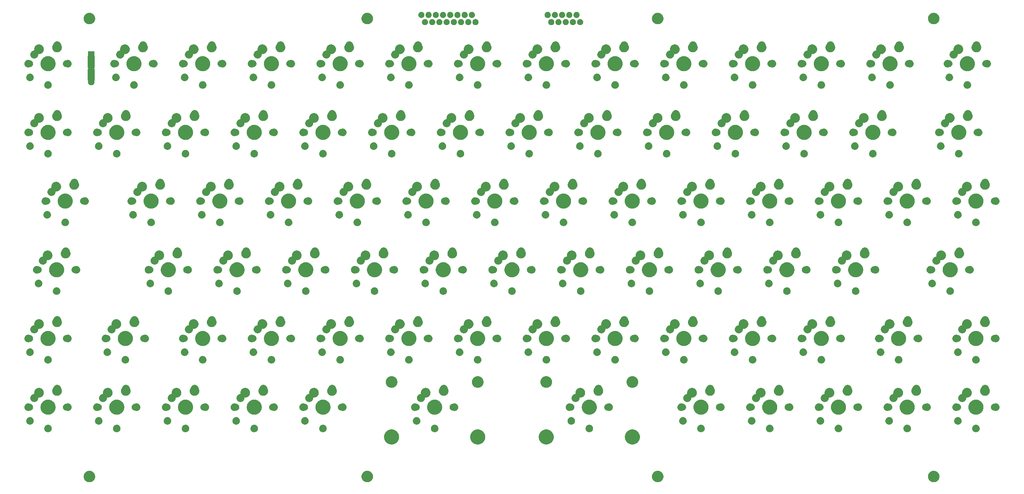
<source format=gbr>
G04 #@! TF.GenerationSoftware,KiCad,Pcbnew,8.0.4*
G04 #@! TF.CreationDate,2024-08-17T17:13:41-05:00*
G04 #@! TF.ProjectId,qwerty,71776572-7479-42e6-9b69-6361645f7063,C*
G04 #@! TF.SameCoordinates,Original*
G04 #@! TF.FileFunction,Soldermask,Bot*
G04 #@! TF.FilePolarity,Negative*
%FSLAX46Y46*%
G04 Gerber Fmt 4.6, Leading zero omitted, Abs format (unit mm)*
G04 Created by KiCad (PCBNEW 8.0.4) date 2024-08-17 17:13:41*
%MOMM*%
%LPD*%
G01*
G04 APERTURE LIST*
G04 APERTURE END LIST*
G36*
X97561281Y-200904823D02*
G01*
X97619541Y-200904823D01*
X97683206Y-200914418D01*
X97750295Y-200919699D01*
X97804369Y-200932681D01*
X97855953Y-200940456D01*
X97923358Y-200961247D01*
X97994427Y-200978310D01*
X98040380Y-200997344D01*
X98084420Y-201010929D01*
X98153560Y-201044225D01*
X98226385Y-201074390D01*
X98263765Y-201097296D01*
X98299825Y-201114662D01*
X98368416Y-201161427D01*
X98440456Y-201205573D01*
X98469303Y-201230210D01*
X98497362Y-201249341D01*
X98562871Y-201310124D01*
X98631371Y-201368629D01*
X98652173Y-201392985D01*
X98672626Y-201411963D01*
X98732427Y-201486951D01*
X98794427Y-201559544D01*
X98808061Y-201581793D01*
X98821694Y-201598888D01*
X98873105Y-201687936D01*
X98925610Y-201773615D01*
X98933322Y-201792234D01*
X98941233Y-201805936D01*
X98981580Y-201908739D01*
X99021690Y-202005573D01*
X99025006Y-202019388D01*
X99028580Y-202028493D01*
X99055343Y-202145748D01*
X99080301Y-202249705D01*
X99080948Y-202257930D01*
X99081783Y-202261587D01*
X99092664Y-202406796D01*
X99100000Y-202500000D01*
X99092663Y-202593211D01*
X99081783Y-202738412D01*
X99080948Y-202742068D01*
X99080301Y-202750295D01*
X99055338Y-202854270D01*
X99028580Y-202971506D01*
X99025007Y-202980608D01*
X99021690Y-202994427D01*
X98981572Y-203091278D01*
X98941233Y-203194063D01*
X98933323Y-203207762D01*
X98925610Y-203226385D01*
X98873095Y-203312080D01*
X98821694Y-203401111D01*
X98808064Y-203418202D01*
X98794427Y-203440456D01*
X98732415Y-203513062D01*
X98672626Y-203588036D01*
X98652177Y-203607009D01*
X98631371Y-203631371D01*
X98562857Y-203689886D01*
X98497362Y-203750658D01*
X98469309Y-203769784D01*
X98440456Y-203794427D01*
X98368402Y-203838581D01*
X98299825Y-203885337D01*
X98263772Y-203902698D01*
X98226385Y-203925610D01*
X98153546Y-203955780D01*
X98084420Y-203989070D01*
X98040390Y-204002651D01*
X97994427Y-204021690D01*
X97923344Y-204038755D01*
X97855953Y-204059543D01*
X97804377Y-204067316D01*
X97750295Y-204080301D01*
X97683202Y-204085581D01*
X97619541Y-204095177D01*
X97561281Y-204095177D01*
X97500000Y-204100000D01*
X97438719Y-204095177D01*
X97380459Y-204095177D01*
X97316796Y-204085581D01*
X97249705Y-204080301D01*
X97195623Y-204067317D01*
X97144046Y-204059543D01*
X97076651Y-204038754D01*
X97005573Y-204021690D01*
X96959612Y-204002652D01*
X96915579Y-203989070D01*
X96846449Y-203955778D01*
X96773615Y-203925610D01*
X96736227Y-203902699D01*
X96700175Y-203885337D01*
X96631594Y-203838579D01*
X96559544Y-203794427D01*
X96530694Y-203769787D01*
X96502637Y-203750658D01*
X96437129Y-203689875D01*
X96368629Y-203631371D01*
X96347826Y-203607013D01*
X96327373Y-203588036D01*
X96267569Y-203513045D01*
X96205573Y-203440456D01*
X96191939Y-203418207D01*
X96178305Y-203401111D01*
X96126886Y-203312052D01*
X96074390Y-203226385D01*
X96066678Y-203207768D01*
X96058766Y-203194063D01*
X96018408Y-203091232D01*
X95978310Y-202994427D01*
X95974994Y-202980615D01*
X95971419Y-202971506D01*
X95944641Y-202854186D01*
X95919699Y-202750295D01*
X95919052Y-202742074D01*
X95918216Y-202738412D01*
X95907315Y-202592946D01*
X95900000Y-202500000D01*
X95907314Y-202407061D01*
X95918216Y-202261587D01*
X95919052Y-202257923D01*
X95919699Y-202249705D01*
X95944636Y-202145833D01*
X95971419Y-202028493D01*
X95974994Y-202019382D01*
X95978310Y-202005573D01*
X96018400Y-201908785D01*
X96058766Y-201805936D01*
X96066680Y-201792228D01*
X96074390Y-201773615D01*
X96126876Y-201687964D01*
X96178305Y-201598888D01*
X96191941Y-201581787D01*
X96205573Y-201559544D01*
X96267557Y-201486969D01*
X96327373Y-201411963D01*
X96347830Y-201392981D01*
X96368629Y-201368629D01*
X96437116Y-201310135D01*
X96502637Y-201249341D01*
X96530699Y-201230208D01*
X96559544Y-201205573D01*
X96631579Y-201161429D01*
X96700175Y-201114662D01*
X96736235Y-201097296D01*
X96773615Y-201074390D01*
X96846434Y-201044227D01*
X96915579Y-201010929D01*
X96959622Y-200997343D01*
X97005573Y-200978310D01*
X97076636Y-200961249D01*
X97144046Y-200940456D01*
X97195632Y-200932680D01*
X97249705Y-200919699D01*
X97316792Y-200914418D01*
X97380459Y-200904823D01*
X97438719Y-200904823D01*
X97500000Y-200900000D01*
X97561281Y-200904823D01*
G37*
G36*
X174561281Y-200904823D02*
G01*
X174619541Y-200904823D01*
X174683206Y-200914418D01*
X174750295Y-200919699D01*
X174804369Y-200932681D01*
X174855953Y-200940456D01*
X174923358Y-200961247D01*
X174994427Y-200978310D01*
X175040380Y-200997344D01*
X175084420Y-201010929D01*
X175153560Y-201044225D01*
X175226385Y-201074390D01*
X175263765Y-201097296D01*
X175299825Y-201114662D01*
X175368416Y-201161427D01*
X175440456Y-201205573D01*
X175469303Y-201230210D01*
X175497362Y-201249341D01*
X175562871Y-201310124D01*
X175631371Y-201368629D01*
X175652173Y-201392985D01*
X175672626Y-201411963D01*
X175732427Y-201486951D01*
X175794427Y-201559544D01*
X175808061Y-201581793D01*
X175821694Y-201598888D01*
X175873105Y-201687936D01*
X175925610Y-201773615D01*
X175933322Y-201792234D01*
X175941233Y-201805936D01*
X175981580Y-201908739D01*
X176021690Y-202005573D01*
X176025006Y-202019388D01*
X176028580Y-202028493D01*
X176055343Y-202145748D01*
X176080301Y-202249705D01*
X176080948Y-202257930D01*
X176081783Y-202261587D01*
X176092664Y-202406796D01*
X176100000Y-202500000D01*
X176092663Y-202593211D01*
X176081783Y-202738412D01*
X176080948Y-202742068D01*
X176080301Y-202750295D01*
X176055338Y-202854270D01*
X176028580Y-202971506D01*
X176025007Y-202980608D01*
X176021690Y-202994427D01*
X175981572Y-203091278D01*
X175941233Y-203194063D01*
X175933323Y-203207762D01*
X175925610Y-203226385D01*
X175873095Y-203312080D01*
X175821694Y-203401111D01*
X175808064Y-203418202D01*
X175794427Y-203440456D01*
X175732415Y-203513062D01*
X175672626Y-203588036D01*
X175652177Y-203607009D01*
X175631371Y-203631371D01*
X175562857Y-203689886D01*
X175497362Y-203750658D01*
X175469309Y-203769784D01*
X175440456Y-203794427D01*
X175368402Y-203838581D01*
X175299825Y-203885337D01*
X175263772Y-203902698D01*
X175226385Y-203925610D01*
X175153546Y-203955780D01*
X175084420Y-203989070D01*
X175040390Y-204002651D01*
X174994427Y-204021690D01*
X174923344Y-204038755D01*
X174855953Y-204059543D01*
X174804377Y-204067316D01*
X174750295Y-204080301D01*
X174683202Y-204085581D01*
X174619541Y-204095177D01*
X174561281Y-204095177D01*
X174500000Y-204100000D01*
X174438719Y-204095177D01*
X174380459Y-204095177D01*
X174316796Y-204085581D01*
X174249705Y-204080301D01*
X174195623Y-204067317D01*
X174144046Y-204059543D01*
X174076651Y-204038754D01*
X174005573Y-204021690D01*
X173959612Y-204002652D01*
X173915579Y-203989070D01*
X173846449Y-203955778D01*
X173773615Y-203925610D01*
X173736227Y-203902699D01*
X173700175Y-203885337D01*
X173631594Y-203838579D01*
X173559544Y-203794427D01*
X173530694Y-203769787D01*
X173502637Y-203750658D01*
X173437129Y-203689875D01*
X173368629Y-203631371D01*
X173347826Y-203607013D01*
X173327373Y-203588036D01*
X173267569Y-203513045D01*
X173205573Y-203440456D01*
X173191939Y-203418207D01*
X173178305Y-203401111D01*
X173126886Y-203312052D01*
X173074390Y-203226385D01*
X173066678Y-203207768D01*
X173058766Y-203194063D01*
X173018408Y-203091232D01*
X172978310Y-202994427D01*
X172974994Y-202980615D01*
X172971419Y-202971506D01*
X172944641Y-202854186D01*
X172919699Y-202750295D01*
X172919052Y-202742074D01*
X172918216Y-202738412D01*
X172907315Y-202592946D01*
X172900000Y-202500000D01*
X172907314Y-202407061D01*
X172918216Y-202261587D01*
X172919052Y-202257923D01*
X172919699Y-202249705D01*
X172944636Y-202145833D01*
X172971419Y-202028493D01*
X172974994Y-202019382D01*
X172978310Y-202005573D01*
X173018400Y-201908785D01*
X173058766Y-201805936D01*
X173066680Y-201792228D01*
X173074390Y-201773615D01*
X173126876Y-201687964D01*
X173178305Y-201598888D01*
X173191941Y-201581787D01*
X173205573Y-201559544D01*
X173267557Y-201486969D01*
X173327373Y-201411963D01*
X173347830Y-201392981D01*
X173368629Y-201368629D01*
X173437116Y-201310135D01*
X173502637Y-201249341D01*
X173530699Y-201230208D01*
X173559544Y-201205573D01*
X173631579Y-201161429D01*
X173700175Y-201114662D01*
X173736235Y-201097296D01*
X173773615Y-201074390D01*
X173846434Y-201044227D01*
X173915579Y-201010929D01*
X173959622Y-200997343D01*
X174005573Y-200978310D01*
X174076636Y-200961249D01*
X174144046Y-200940456D01*
X174195632Y-200932680D01*
X174249705Y-200919699D01*
X174316792Y-200914418D01*
X174380459Y-200904823D01*
X174438719Y-200904823D01*
X174500000Y-200900000D01*
X174561281Y-200904823D01*
G37*
G36*
X255061281Y-200904823D02*
G01*
X255119541Y-200904823D01*
X255183206Y-200914418D01*
X255250295Y-200919699D01*
X255304369Y-200932681D01*
X255355953Y-200940456D01*
X255423358Y-200961247D01*
X255494427Y-200978310D01*
X255540380Y-200997344D01*
X255584420Y-201010929D01*
X255653560Y-201044225D01*
X255726385Y-201074390D01*
X255763765Y-201097296D01*
X255799825Y-201114662D01*
X255868416Y-201161427D01*
X255940456Y-201205573D01*
X255969303Y-201230210D01*
X255997362Y-201249341D01*
X256062871Y-201310124D01*
X256131371Y-201368629D01*
X256152173Y-201392985D01*
X256172626Y-201411963D01*
X256232427Y-201486951D01*
X256294427Y-201559544D01*
X256308061Y-201581793D01*
X256321694Y-201598888D01*
X256373105Y-201687936D01*
X256425610Y-201773615D01*
X256433322Y-201792234D01*
X256441233Y-201805936D01*
X256481580Y-201908739D01*
X256521690Y-202005573D01*
X256525006Y-202019388D01*
X256528580Y-202028493D01*
X256555343Y-202145748D01*
X256580301Y-202249705D01*
X256580948Y-202257930D01*
X256581783Y-202261587D01*
X256592664Y-202406796D01*
X256600000Y-202500000D01*
X256592663Y-202593211D01*
X256581783Y-202738412D01*
X256580948Y-202742068D01*
X256580301Y-202750295D01*
X256555338Y-202854270D01*
X256528580Y-202971506D01*
X256525007Y-202980608D01*
X256521690Y-202994427D01*
X256481572Y-203091278D01*
X256441233Y-203194063D01*
X256433323Y-203207762D01*
X256425610Y-203226385D01*
X256373095Y-203312080D01*
X256321694Y-203401111D01*
X256308064Y-203418202D01*
X256294427Y-203440456D01*
X256232415Y-203513062D01*
X256172626Y-203588036D01*
X256152177Y-203607009D01*
X256131371Y-203631371D01*
X256062857Y-203689886D01*
X255997362Y-203750658D01*
X255969309Y-203769784D01*
X255940456Y-203794427D01*
X255868402Y-203838581D01*
X255799825Y-203885337D01*
X255763772Y-203902698D01*
X255726385Y-203925610D01*
X255653546Y-203955780D01*
X255584420Y-203989070D01*
X255540390Y-204002651D01*
X255494427Y-204021690D01*
X255423344Y-204038755D01*
X255355953Y-204059543D01*
X255304377Y-204067316D01*
X255250295Y-204080301D01*
X255183202Y-204085581D01*
X255119541Y-204095177D01*
X255061281Y-204095177D01*
X255000000Y-204100000D01*
X254938719Y-204095177D01*
X254880459Y-204095177D01*
X254816796Y-204085581D01*
X254749705Y-204080301D01*
X254695623Y-204067317D01*
X254644046Y-204059543D01*
X254576651Y-204038754D01*
X254505573Y-204021690D01*
X254459612Y-204002652D01*
X254415579Y-203989070D01*
X254346449Y-203955778D01*
X254273615Y-203925610D01*
X254236227Y-203902699D01*
X254200175Y-203885337D01*
X254131594Y-203838579D01*
X254059544Y-203794427D01*
X254030694Y-203769787D01*
X254002637Y-203750658D01*
X253937129Y-203689875D01*
X253868629Y-203631371D01*
X253847826Y-203607013D01*
X253827373Y-203588036D01*
X253767569Y-203513045D01*
X253705573Y-203440456D01*
X253691939Y-203418207D01*
X253678305Y-203401111D01*
X253626886Y-203312052D01*
X253574390Y-203226385D01*
X253566678Y-203207768D01*
X253558766Y-203194063D01*
X253518408Y-203091232D01*
X253478310Y-202994427D01*
X253474994Y-202980615D01*
X253471419Y-202971506D01*
X253444641Y-202854186D01*
X253419699Y-202750295D01*
X253419052Y-202742074D01*
X253418216Y-202738412D01*
X253407315Y-202592946D01*
X253400000Y-202500000D01*
X253407314Y-202407061D01*
X253418216Y-202261587D01*
X253419052Y-202257923D01*
X253419699Y-202249705D01*
X253444636Y-202145833D01*
X253471419Y-202028493D01*
X253474994Y-202019382D01*
X253478310Y-202005573D01*
X253518400Y-201908785D01*
X253558766Y-201805936D01*
X253566680Y-201792228D01*
X253574390Y-201773615D01*
X253626876Y-201687964D01*
X253678305Y-201598888D01*
X253691941Y-201581787D01*
X253705573Y-201559544D01*
X253767557Y-201486969D01*
X253827373Y-201411963D01*
X253847830Y-201392981D01*
X253868629Y-201368629D01*
X253937116Y-201310135D01*
X254002637Y-201249341D01*
X254030699Y-201230208D01*
X254059544Y-201205573D01*
X254131579Y-201161429D01*
X254200175Y-201114662D01*
X254236235Y-201097296D01*
X254273615Y-201074390D01*
X254346434Y-201044227D01*
X254415579Y-201010929D01*
X254459622Y-200997343D01*
X254505573Y-200978310D01*
X254576636Y-200961249D01*
X254644046Y-200940456D01*
X254695632Y-200932680D01*
X254749705Y-200919699D01*
X254816792Y-200914418D01*
X254880459Y-200904823D01*
X254938719Y-200904823D01*
X255000000Y-200900000D01*
X255061281Y-200904823D01*
G37*
G36*
X331561281Y-200904823D02*
G01*
X331619541Y-200904823D01*
X331683206Y-200914418D01*
X331750295Y-200919699D01*
X331804369Y-200932681D01*
X331855953Y-200940456D01*
X331923358Y-200961247D01*
X331994427Y-200978310D01*
X332040380Y-200997344D01*
X332084420Y-201010929D01*
X332153560Y-201044225D01*
X332226385Y-201074390D01*
X332263765Y-201097296D01*
X332299825Y-201114662D01*
X332368416Y-201161427D01*
X332440456Y-201205573D01*
X332469303Y-201230210D01*
X332497362Y-201249341D01*
X332562871Y-201310124D01*
X332631371Y-201368629D01*
X332652173Y-201392985D01*
X332672626Y-201411963D01*
X332732427Y-201486951D01*
X332794427Y-201559544D01*
X332808061Y-201581793D01*
X332821694Y-201598888D01*
X332873105Y-201687936D01*
X332925610Y-201773615D01*
X332933322Y-201792234D01*
X332941233Y-201805936D01*
X332981580Y-201908739D01*
X333021690Y-202005573D01*
X333025006Y-202019388D01*
X333028580Y-202028493D01*
X333055343Y-202145748D01*
X333080301Y-202249705D01*
X333080948Y-202257930D01*
X333081783Y-202261587D01*
X333092664Y-202406796D01*
X333100000Y-202500000D01*
X333092663Y-202593211D01*
X333081783Y-202738412D01*
X333080948Y-202742068D01*
X333080301Y-202750295D01*
X333055338Y-202854270D01*
X333028580Y-202971506D01*
X333025007Y-202980608D01*
X333021690Y-202994427D01*
X332981572Y-203091278D01*
X332941233Y-203194063D01*
X332933323Y-203207762D01*
X332925610Y-203226385D01*
X332873095Y-203312080D01*
X332821694Y-203401111D01*
X332808064Y-203418202D01*
X332794427Y-203440456D01*
X332732415Y-203513062D01*
X332672626Y-203588036D01*
X332652177Y-203607009D01*
X332631371Y-203631371D01*
X332562857Y-203689886D01*
X332497362Y-203750658D01*
X332469309Y-203769784D01*
X332440456Y-203794427D01*
X332368402Y-203838581D01*
X332299825Y-203885337D01*
X332263772Y-203902698D01*
X332226385Y-203925610D01*
X332153546Y-203955780D01*
X332084420Y-203989070D01*
X332040390Y-204002651D01*
X331994427Y-204021690D01*
X331923344Y-204038755D01*
X331855953Y-204059543D01*
X331804377Y-204067316D01*
X331750295Y-204080301D01*
X331683202Y-204085581D01*
X331619541Y-204095177D01*
X331561281Y-204095177D01*
X331500000Y-204100000D01*
X331438719Y-204095177D01*
X331380459Y-204095177D01*
X331316796Y-204085581D01*
X331249705Y-204080301D01*
X331195623Y-204067317D01*
X331144046Y-204059543D01*
X331076651Y-204038754D01*
X331005573Y-204021690D01*
X330959612Y-204002652D01*
X330915579Y-203989070D01*
X330846449Y-203955778D01*
X330773615Y-203925610D01*
X330736227Y-203902699D01*
X330700175Y-203885337D01*
X330631594Y-203838579D01*
X330559544Y-203794427D01*
X330530694Y-203769787D01*
X330502637Y-203750658D01*
X330437129Y-203689875D01*
X330368629Y-203631371D01*
X330347826Y-203607013D01*
X330327373Y-203588036D01*
X330267569Y-203513045D01*
X330205573Y-203440456D01*
X330191939Y-203418207D01*
X330178305Y-203401111D01*
X330126886Y-203312052D01*
X330074390Y-203226385D01*
X330066678Y-203207768D01*
X330058766Y-203194063D01*
X330018408Y-203091232D01*
X329978310Y-202994427D01*
X329974994Y-202980615D01*
X329971419Y-202971506D01*
X329944641Y-202854186D01*
X329919699Y-202750295D01*
X329919052Y-202742074D01*
X329918216Y-202738412D01*
X329907315Y-202592946D01*
X329900000Y-202500000D01*
X329907314Y-202407061D01*
X329918216Y-202261587D01*
X329919052Y-202257923D01*
X329919699Y-202249705D01*
X329944636Y-202145833D01*
X329971419Y-202028493D01*
X329974994Y-202019382D01*
X329978310Y-202005573D01*
X330018400Y-201908785D01*
X330058766Y-201805936D01*
X330066680Y-201792228D01*
X330074390Y-201773615D01*
X330126876Y-201687964D01*
X330178305Y-201598888D01*
X330191941Y-201581787D01*
X330205573Y-201559544D01*
X330267557Y-201486969D01*
X330327373Y-201411963D01*
X330347830Y-201392981D01*
X330368629Y-201368629D01*
X330437116Y-201310135D01*
X330502637Y-201249341D01*
X330530699Y-201230208D01*
X330559544Y-201205573D01*
X330631579Y-201161429D01*
X330700175Y-201114662D01*
X330736235Y-201097296D01*
X330773615Y-201074390D01*
X330846434Y-201044227D01*
X330915579Y-201010929D01*
X330959622Y-200997343D01*
X331005573Y-200978310D01*
X331076636Y-200961249D01*
X331144046Y-200940456D01*
X331195632Y-200932680D01*
X331249705Y-200919699D01*
X331316792Y-200914418D01*
X331380459Y-200904823D01*
X331438719Y-200904823D01*
X331500000Y-200900000D01*
X331561281Y-200904823D01*
G37*
G36*
X181313643Y-189440981D02*
G01*
X181386143Y-189440981D01*
X181452235Y-189450065D01*
X181516521Y-189454279D01*
X181591728Y-189469238D01*
X181669267Y-189479896D01*
X181727899Y-189496324D01*
X181785121Y-189507706D01*
X181863591Y-189534343D01*
X181944454Y-189557000D01*
X181994954Y-189578935D01*
X182044450Y-189595737D01*
X182124359Y-189635143D01*
X182206580Y-189670857D01*
X182248616Y-189696419D01*
X182290061Y-189716858D01*
X182369392Y-189769865D01*
X182450761Y-189819347D01*
X182484378Y-189846696D01*
X182517777Y-189869013D01*
X182594352Y-189936167D01*
X182672448Y-189999703D01*
X182698004Y-190027067D01*
X182723672Y-190049577D01*
X182795177Y-190131113D01*
X182867512Y-190208565D01*
X182885714Y-190234352D01*
X182904236Y-190255472D01*
X182968273Y-190351311D01*
X183032319Y-190442043D01*
X183044134Y-190464845D01*
X183056389Y-190483186D01*
X183110632Y-190593180D01*
X183163799Y-190695788D01*
X183170421Y-190714421D01*
X183177513Y-190728802D01*
X183219686Y-190853041D01*
X183259503Y-190965073D01*
X183262322Y-190978639D01*
X183265543Y-190988128D01*
X183293491Y-191128635D01*
X183317647Y-191244881D01*
X183318188Y-191252799D01*
X183318970Y-191256728D01*
X183330732Y-191436182D01*
X183337150Y-191530000D01*
X183330732Y-191623825D01*
X183318970Y-191803271D01*
X183318188Y-191807198D01*
X183317647Y-191815119D01*
X183293486Y-191931386D01*
X183265543Y-192071871D01*
X183262322Y-192081357D01*
X183259503Y-192094927D01*
X183219679Y-192206979D01*
X183177512Y-192331200D01*
X183170421Y-192345578D01*
X183163799Y-192364212D01*
X183110637Y-192466808D01*
X183056391Y-192576811D01*
X183044134Y-192595154D01*
X183032319Y-192617957D01*
X182968266Y-192708698D01*
X182904236Y-192804527D01*
X182885718Y-192825642D01*
X182867512Y-192851435D01*
X182795162Y-192928901D01*
X182723672Y-193010422D01*
X182698010Y-193032926D01*
X182672448Y-193060297D01*
X182594336Y-193123845D01*
X182517777Y-193190986D01*
X182484384Y-193213297D01*
X182450761Y-193240653D01*
X182369376Y-193290144D01*
X182290061Y-193343141D01*
X182248625Y-193363574D01*
X182206580Y-193389143D01*
X182124342Y-193424863D01*
X182044450Y-193464262D01*
X181994965Y-193481059D01*
X181944454Y-193503000D01*
X181863574Y-193525661D01*
X181785121Y-193552293D01*
X181727912Y-193563672D01*
X181669267Y-193580104D01*
X181591711Y-193590763D01*
X181516521Y-193605720D01*
X181452249Y-193609932D01*
X181386143Y-193619019D01*
X181313627Y-193619019D01*
X181243250Y-193623632D01*
X181172872Y-193619019D01*
X181100357Y-193619019D01*
X181034251Y-193609932D01*
X180969978Y-193605720D01*
X180894784Y-193590763D01*
X180817233Y-193580104D01*
X180758590Y-193563673D01*
X180701378Y-193552293D01*
X180622920Y-193525659D01*
X180542046Y-193503000D01*
X180491538Y-193481061D01*
X180442049Y-193464262D01*
X180362148Y-193424859D01*
X180279920Y-193389143D01*
X180237879Y-193363577D01*
X180196438Y-193343141D01*
X180117112Y-193290137D01*
X180035739Y-193240653D01*
X180002119Y-193213301D01*
X179968722Y-193190986D01*
X179892149Y-193123834D01*
X179814052Y-193060297D01*
X179788494Y-193032931D01*
X179762827Y-193010422D01*
X179691320Y-192928884D01*
X179618988Y-192851435D01*
X179600785Y-192825648D01*
X179582263Y-192804527D01*
X179518214Y-192708671D01*
X179454181Y-192617957D01*
X179442369Y-192595160D01*
X179430108Y-192576811D01*
X179375841Y-192466768D01*
X179322701Y-192364212D01*
X179316081Y-192345585D01*
X179308987Y-192331200D01*
X179266798Y-192206916D01*
X179226997Y-192094927D01*
X179224178Y-192081365D01*
X179220956Y-192071871D01*
X179192990Y-191931274D01*
X179168853Y-191815119D01*
X179168311Y-191807206D01*
X179167529Y-191803271D01*
X179155744Y-191623475D01*
X179149350Y-191530000D01*
X179155743Y-191436532D01*
X179167529Y-191256728D01*
X179168311Y-191252792D01*
X179168853Y-191244881D01*
X179192985Y-191128748D01*
X179220956Y-190988128D01*
X179224179Y-190978632D01*
X179226997Y-190965073D01*
X179266790Y-190853104D01*
X179308986Y-190728802D01*
X179316081Y-190714414D01*
X179322701Y-190695788D01*
X179375847Y-190593220D01*
X179430110Y-190483186D01*
X179442369Y-190464838D01*
X179454181Y-190442043D01*
X179518207Y-190351338D01*
X179582263Y-190255472D01*
X179600789Y-190234346D01*
X179618988Y-190208565D01*
X179691306Y-190131131D01*
X179762827Y-190049577D01*
X179788499Y-190027062D01*
X179814052Y-189999703D01*
X179892133Y-189936178D01*
X179968722Y-189869013D01*
X180002125Y-189846693D01*
X180035739Y-189819347D01*
X180117103Y-189769868D01*
X180196436Y-189716860D01*
X180237879Y-189696422D01*
X180279920Y-189670857D01*
X180362142Y-189635142D01*
X180442052Y-189595736D01*
X180491548Y-189578934D01*
X180542046Y-189557000D01*
X180622903Y-189534344D01*
X180701378Y-189507706D01*
X180758602Y-189496323D01*
X180817233Y-189479896D01*
X180894768Y-189469238D01*
X180969978Y-189454279D01*
X181034265Y-189450065D01*
X181100357Y-189440981D01*
X181172857Y-189440981D01*
X181243250Y-189436367D01*
X181313643Y-189440981D01*
G37*
G36*
X205189643Y-189440981D02*
G01*
X205262143Y-189440981D01*
X205328235Y-189450065D01*
X205392521Y-189454279D01*
X205467728Y-189469238D01*
X205545267Y-189479896D01*
X205603899Y-189496324D01*
X205661121Y-189507706D01*
X205739591Y-189534343D01*
X205820454Y-189557000D01*
X205870954Y-189578935D01*
X205920450Y-189595737D01*
X206000359Y-189635143D01*
X206082580Y-189670857D01*
X206124616Y-189696419D01*
X206166061Y-189716858D01*
X206245392Y-189769865D01*
X206326761Y-189819347D01*
X206360378Y-189846696D01*
X206393777Y-189869013D01*
X206470352Y-189936167D01*
X206548448Y-189999703D01*
X206574004Y-190027067D01*
X206599672Y-190049577D01*
X206671177Y-190131113D01*
X206743512Y-190208565D01*
X206761714Y-190234352D01*
X206780236Y-190255472D01*
X206844273Y-190351311D01*
X206908319Y-190442043D01*
X206920134Y-190464845D01*
X206932389Y-190483186D01*
X206986632Y-190593180D01*
X207039799Y-190695788D01*
X207046421Y-190714421D01*
X207053513Y-190728802D01*
X207095686Y-190853041D01*
X207135503Y-190965073D01*
X207138322Y-190978639D01*
X207141543Y-190988128D01*
X207169491Y-191128635D01*
X207193647Y-191244881D01*
X207194188Y-191252799D01*
X207194970Y-191256728D01*
X207206732Y-191436182D01*
X207213150Y-191530000D01*
X207206732Y-191623825D01*
X207194970Y-191803271D01*
X207194188Y-191807198D01*
X207193647Y-191815119D01*
X207169486Y-191931386D01*
X207141543Y-192071871D01*
X207138322Y-192081357D01*
X207135503Y-192094927D01*
X207095679Y-192206979D01*
X207053512Y-192331200D01*
X207046421Y-192345578D01*
X207039799Y-192364212D01*
X206986637Y-192466808D01*
X206932391Y-192576811D01*
X206920134Y-192595154D01*
X206908319Y-192617957D01*
X206844266Y-192708698D01*
X206780236Y-192804527D01*
X206761718Y-192825642D01*
X206743512Y-192851435D01*
X206671162Y-192928901D01*
X206599672Y-193010422D01*
X206574010Y-193032926D01*
X206548448Y-193060297D01*
X206470336Y-193123845D01*
X206393777Y-193190986D01*
X206360384Y-193213297D01*
X206326761Y-193240653D01*
X206245376Y-193290144D01*
X206166061Y-193343141D01*
X206124625Y-193363574D01*
X206082580Y-193389143D01*
X206000342Y-193424863D01*
X205920450Y-193464262D01*
X205870965Y-193481059D01*
X205820454Y-193503000D01*
X205739574Y-193525661D01*
X205661121Y-193552293D01*
X205603912Y-193563672D01*
X205545267Y-193580104D01*
X205467711Y-193590763D01*
X205392521Y-193605720D01*
X205328249Y-193609932D01*
X205262143Y-193619019D01*
X205189627Y-193619019D01*
X205119250Y-193623632D01*
X205048872Y-193619019D01*
X204976357Y-193619019D01*
X204910251Y-193609932D01*
X204845978Y-193605720D01*
X204770784Y-193590763D01*
X204693233Y-193580104D01*
X204634590Y-193563673D01*
X204577378Y-193552293D01*
X204498920Y-193525659D01*
X204418046Y-193503000D01*
X204367538Y-193481061D01*
X204318049Y-193464262D01*
X204238148Y-193424859D01*
X204155920Y-193389143D01*
X204113879Y-193363577D01*
X204072438Y-193343141D01*
X203993112Y-193290137D01*
X203911739Y-193240653D01*
X203878119Y-193213301D01*
X203844722Y-193190986D01*
X203768149Y-193123834D01*
X203690052Y-193060297D01*
X203664494Y-193032931D01*
X203638827Y-193010422D01*
X203567320Y-192928884D01*
X203494988Y-192851435D01*
X203476785Y-192825648D01*
X203458263Y-192804527D01*
X203394214Y-192708671D01*
X203330181Y-192617957D01*
X203318369Y-192595160D01*
X203306108Y-192576811D01*
X203251841Y-192466768D01*
X203198701Y-192364212D01*
X203192081Y-192345585D01*
X203184987Y-192331200D01*
X203142798Y-192206916D01*
X203102997Y-192094927D01*
X203100178Y-192081365D01*
X203096956Y-192071871D01*
X203068990Y-191931274D01*
X203044853Y-191815119D01*
X203044311Y-191807206D01*
X203043529Y-191803271D01*
X203031744Y-191623475D01*
X203025350Y-191530000D01*
X203031743Y-191436532D01*
X203043529Y-191256728D01*
X203044311Y-191252792D01*
X203044853Y-191244881D01*
X203068985Y-191128748D01*
X203096956Y-190988128D01*
X203100179Y-190978632D01*
X203102997Y-190965073D01*
X203142790Y-190853104D01*
X203184986Y-190728802D01*
X203192081Y-190714414D01*
X203198701Y-190695788D01*
X203251847Y-190593220D01*
X203306110Y-190483186D01*
X203318369Y-190464838D01*
X203330181Y-190442043D01*
X203394207Y-190351338D01*
X203458263Y-190255472D01*
X203476789Y-190234346D01*
X203494988Y-190208565D01*
X203567306Y-190131131D01*
X203638827Y-190049577D01*
X203664499Y-190027062D01*
X203690052Y-189999703D01*
X203768133Y-189936178D01*
X203844722Y-189869013D01*
X203878125Y-189846693D01*
X203911739Y-189819347D01*
X203993103Y-189769868D01*
X204072436Y-189716860D01*
X204113879Y-189696422D01*
X204155920Y-189670857D01*
X204238142Y-189635142D01*
X204318052Y-189595736D01*
X204367548Y-189578934D01*
X204418046Y-189557000D01*
X204498903Y-189534344D01*
X204577378Y-189507706D01*
X204634602Y-189496323D01*
X204693233Y-189479896D01*
X204770768Y-189469238D01*
X204845978Y-189454279D01*
X204910265Y-189450065D01*
X204976357Y-189440981D01*
X205048857Y-189440981D01*
X205119250Y-189436367D01*
X205189643Y-189440981D01*
G37*
G36*
X224176143Y-189440981D02*
G01*
X224248643Y-189440981D01*
X224314735Y-189450065D01*
X224379021Y-189454279D01*
X224454228Y-189469238D01*
X224531767Y-189479896D01*
X224590399Y-189496324D01*
X224647621Y-189507706D01*
X224726091Y-189534343D01*
X224806954Y-189557000D01*
X224857454Y-189578935D01*
X224906950Y-189595737D01*
X224986859Y-189635143D01*
X225069080Y-189670857D01*
X225111116Y-189696419D01*
X225152561Y-189716858D01*
X225231892Y-189769865D01*
X225313261Y-189819347D01*
X225346878Y-189846696D01*
X225380277Y-189869013D01*
X225456852Y-189936167D01*
X225534948Y-189999703D01*
X225560504Y-190027067D01*
X225586172Y-190049577D01*
X225657677Y-190131113D01*
X225730012Y-190208565D01*
X225748214Y-190234352D01*
X225766736Y-190255472D01*
X225830773Y-190351311D01*
X225894819Y-190442043D01*
X225906634Y-190464845D01*
X225918889Y-190483186D01*
X225973132Y-190593180D01*
X226026299Y-190695788D01*
X226032921Y-190714421D01*
X226040013Y-190728802D01*
X226082186Y-190853041D01*
X226122003Y-190965073D01*
X226124822Y-190978639D01*
X226128043Y-190988128D01*
X226155991Y-191128635D01*
X226180147Y-191244881D01*
X226180688Y-191252799D01*
X226181470Y-191256728D01*
X226193232Y-191436182D01*
X226199650Y-191530000D01*
X226193232Y-191623825D01*
X226181470Y-191803271D01*
X226180688Y-191807198D01*
X226180147Y-191815119D01*
X226155986Y-191931386D01*
X226128043Y-192071871D01*
X226124822Y-192081357D01*
X226122003Y-192094927D01*
X226082179Y-192206979D01*
X226040012Y-192331200D01*
X226032921Y-192345578D01*
X226026299Y-192364212D01*
X225973137Y-192466808D01*
X225918891Y-192576811D01*
X225906634Y-192595154D01*
X225894819Y-192617957D01*
X225830766Y-192708698D01*
X225766736Y-192804527D01*
X225748218Y-192825642D01*
X225730012Y-192851435D01*
X225657662Y-192928901D01*
X225586172Y-193010422D01*
X225560510Y-193032926D01*
X225534948Y-193060297D01*
X225456836Y-193123845D01*
X225380277Y-193190986D01*
X225346884Y-193213297D01*
X225313261Y-193240653D01*
X225231876Y-193290144D01*
X225152561Y-193343141D01*
X225111125Y-193363574D01*
X225069080Y-193389143D01*
X224986842Y-193424863D01*
X224906950Y-193464262D01*
X224857465Y-193481059D01*
X224806954Y-193503000D01*
X224726074Y-193525661D01*
X224647621Y-193552293D01*
X224590412Y-193563672D01*
X224531767Y-193580104D01*
X224454211Y-193590763D01*
X224379021Y-193605720D01*
X224314749Y-193609932D01*
X224248643Y-193619019D01*
X224176127Y-193619019D01*
X224105750Y-193623632D01*
X224035372Y-193619019D01*
X223962857Y-193619019D01*
X223896751Y-193609932D01*
X223832478Y-193605720D01*
X223757284Y-193590763D01*
X223679733Y-193580104D01*
X223621090Y-193563673D01*
X223563878Y-193552293D01*
X223485420Y-193525659D01*
X223404546Y-193503000D01*
X223354038Y-193481061D01*
X223304549Y-193464262D01*
X223224648Y-193424859D01*
X223142420Y-193389143D01*
X223100379Y-193363577D01*
X223058938Y-193343141D01*
X222979612Y-193290137D01*
X222898239Y-193240653D01*
X222864619Y-193213301D01*
X222831222Y-193190986D01*
X222754649Y-193123834D01*
X222676552Y-193060297D01*
X222650994Y-193032931D01*
X222625327Y-193010422D01*
X222553820Y-192928884D01*
X222481488Y-192851435D01*
X222463285Y-192825648D01*
X222444763Y-192804527D01*
X222380714Y-192708671D01*
X222316681Y-192617957D01*
X222304869Y-192595160D01*
X222292608Y-192576811D01*
X222238341Y-192466768D01*
X222185201Y-192364212D01*
X222178581Y-192345585D01*
X222171487Y-192331200D01*
X222129298Y-192206916D01*
X222089497Y-192094927D01*
X222086678Y-192081365D01*
X222083456Y-192071871D01*
X222055490Y-191931274D01*
X222031353Y-191815119D01*
X222030811Y-191807206D01*
X222030029Y-191803271D01*
X222018244Y-191623475D01*
X222011850Y-191530000D01*
X222018243Y-191436532D01*
X222030029Y-191256728D01*
X222030811Y-191252792D01*
X222031353Y-191244881D01*
X222055485Y-191128748D01*
X222083456Y-190988128D01*
X222086679Y-190978632D01*
X222089497Y-190965073D01*
X222129290Y-190853104D01*
X222171486Y-190728802D01*
X222178581Y-190714414D01*
X222185201Y-190695788D01*
X222238347Y-190593220D01*
X222292610Y-190483186D01*
X222304869Y-190464838D01*
X222316681Y-190442043D01*
X222380707Y-190351338D01*
X222444763Y-190255472D01*
X222463289Y-190234346D01*
X222481488Y-190208565D01*
X222553806Y-190131131D01*
X222625327Y-190049577D01*
X222650999Y-190027062D01*
X222676552Y-189999703D01*
X222754633Y-189936178D01*
X222831222Y-189869013D01*
X222864625Y-189846693D01*
X222898239Y-189819347D01*
X222979603Y-189769868D01*
X223058936Y-189716860D01*
X223100379Y-189696422D01*
X223142420Y-189670857D01*
X223224642Y-189635142D01*
X223304552Y-189595736D01*
X223354048Y-189578934D01*
X223404546Y-189557000D01*
X223485403Y-189534344D01*
X223563878Y-189507706D01*
X223621102Y-189496323D01*
X223679733Y-189479896D01*
X223757268Y-189469238D01*
X223832478Y-189454279D01*
X223896765Y-189450065D01*
X223962857Y-189440981D01*
X224035357Y-189440981D01*
X224105750Y-189436367D01*
X224176143Y-189440981D01*
G37*
G36*
X248052143Y-189440981D02*
G01*
X248124643Y-189440981D01*
X248190735Y-189450065D01*
X248255021Y-189454279D01*
X248330228Y-189469238D01*
X248407767Y-189479896D01*
X248466399Y-189496324D01*
X248523621Y-189507706D01*
X248602091Y-189534343D01*
X248682954Y-189557000D01*
X248733454Y-189578935D01*
X248782950Y-189595737D01*
X248862859Y-189635143D01*
X248945080Y-189670857D01*
X248987116Y-189696419D01*
X249028561Y-189716858D01*
X249107892Y-189769865D01*
X249189261Y-189819347D01*
X249222878Y-189846696D01*
X249256277Y-189869013D01*
X249332852Y-189936167D01*
X249410948Y-189999703D01*
X249436504Y-190027067D01*
X249462172Y-190049577D01*
X249533677Y-190131113D01*
X249606012Y-190208565D01*
X249624214Y-190234352D01*
X249642736Y-190255472D01*
X249706773Y-190351311D01*
X249770819Y-190442043D01*
X249782634Y-190464845D01*
X249794889Y-190483186D01*
X249849132Y-190593180D01*
X249902299Y-190695788D01*
X249908921Y-190714421D01*
X249916013Y-190728802D01*
X249958186Y-190853041D01*
X249998003Y-190965073D01*
X250000822Y-190978639D01*
X250004043Y-190988128D01*
X250031991Y-191128635D01*
X250056147Y-191244881D01*
X250056688Y-191252799D01*
X250057470Y-191256728D01*
X250069232Y-191436182D01*
X250075650Y-191530000D01*
X250069232Y-191623825D01*
X250057470Y-191803271D01*
X250056688Y-191807198D01*
X250056147Y-191815119D01*
X250031986Y-191931386D01*
X250004043Y-192071871D01*
X250000822Y-192081357D01*
X249998003Y-192094927D01*
X249958179Y-192206979D01*
X249916012Y-192331200D01*
X249908921Y-192345578D01*
X249902299Y-192364212D01*
X249849137Y-192466808D01*
X249794891Y-192576811D01*
X249782634Y-192595154D01*
X249770819Y-192617957D01*
X249706766Y-192708698D01*
X249642736Y-192804527D01*
X249624218Y-192825642D01*
X249606012Y-192851435D01*
X249533662Y-192928901D01*
X249462172Y-193010422D01*
X249436510Y-193032926D01*
X249410948Y-193060297D01*
X249332836Y-193123845D01*
X249256277Y-193190986D01*
X249222884Y-193213297D01*
X249189261Y-193240653D01*
X249107876Y-193290144D01*
X249028561Y-193343141D01*
X248987125Y-193363574D01*
X248945080Y-193389143D01*
X248862842Y-193424863D01*
X248782950Y-193464262D01*
X248733465Y-193481059D01*
X248682954Y-193503000D01*
X248602074Y-193525661D01*
X248523621Y-193552293D01*
X248466412Y-193563672D01*
X248407767Y-193580104D01*
X248330211Y-193590763D01*
X248255021Y-193605720D01*
X248190749Y-193609932D01*
X248124643Y-193619019D01*
X248052127Y-193619019D01*
X247981750Y-193623632D01*
X247911372Y-193619019D01*
X247838857Y-193619019D01*
X247772751Y-193609932D01*
X247708478Y-193605720D01*
X247633284Y-193590763D01*
X247555733Y-193580104D01*
X247497090Y-193563673D01*
X247439878Y-193552293D01*
X247361420Y-193525659D01*
X247280546Y-193503000D01*
X247230038Y-193481061D01*
X247180549Y-193464262D01*
X247100648Y-193424859D01*
X247018420Y-193389143D01*
X246976379Y-193363577D01*
X246934938Y-193343141D01*
X246855612Y-193290137D01*
X246774239Y-193240653D01*
X246740619Y-193213301D01*
X246707222Y-193190986D01*
X246630649Y-193123834D01*
X246552552Y-193060297D01*
X246526994Y-193032931D01*
X246501327Y-193010422D01*
X246429820Y-192928884D01*
X246357488Y-192851435D01*
X246339285Y-192825648D01*
X246320763Y-192804527D01*
X246256714Y-192708671D01*
X246192681Y-192617957D01*
X246180869Y-192595160D01*
X246168608Y-192576811D01*
X246114341Y-192466768D01*
X246061201Y-192364212D01*
X246054581Y-192345585D01*
X246047487Y-192331200D01*
X246005298Y-192206916D01*
X245965497Y-192094927D01*
X245962678Y-192081365D01*
X245959456Y-192071871D01*
X245931490Y-191931274D01*
X245907353Y-191815119D01*
X245906811Y-191807206D01*
X245906029Y-191803271D01*
X245894244Y-191623475D01*
X245887850Y-191530000D01*
X245894243Y-191436532D01*
X245906029Y-191256728D01*
X245906811Y-191252792D01*
X245907353Y-191244881D01*
X245931485Y-191128748D01*
X245959456Y-190988128D01*
X245962679Y-190978632D01*
X245965497Y-190965073D01*
X246005290Y-190853104D01*
X246047486Y-190728802D01*
X246054581Y-190714414D01*
X246061201Y-190695788D01*
X246114347Y-190593220D01*
X246168610Y-190483186D01*
X246180869Y-190464838D01*
X246192681Y-190442043D01*
X246256707Y-190351338D01*
X246320763Y-190255472D01*
X246339289Y-190234346D01*
X246357488Y-190208565D01*
X246429806Y-190131131D01*
X246501327Y-190049577D01*
X246526999Y-190027062D01*
X246552552Y-189999703D01*
X246630633Y-189936178D01*
X246707222Y-189869013D01*
X246740625Y-189846693D01*
X246774239Y-189819347D01*
X246855603Y-189769868D01*
X246934936Y-189716860D01*
X246976379Y-189696422D01*
X247018420Y-189670857D01*
X247100642Y-189635142D01*
X247180552Y-189595736D01*
X247230048Y-189578934D01*
X247280546Y-189557000D01*
X247361403Y-189534344D01*
X247439878Y-189507706D01*
X247497102Y-189496323D01*
X247555733Y-189479896D01*
X247633268Y-189469238D01*
X247708478Y-189454279D01*
X247772765Y-189450065D01*
X247838857Y-189440981D01*
X247911357Y-189440981D01*
X247981750Y-189436367D01*
X248052143Y-189440981D01*
G37*
G36*
X86075889Y-188130012D02*
G01*
X86121830Y-188130012D01*
X86172988Y-188139575D01*
X86229845Y-188145175D01*
X86273042Y-188158278D01*
X86312202Y-188165599D01*
X86366438Y-188186609D01*
X86426818Y-188204926D01*
X86461315Y-188223365D01*
X86492786Y-188235557D01*
X86547469Y-188269415D01*
X86608349Y-188301957D01*
X86633929Y-188322950D01*
X86657442Y-188337509D01*
X86709546Y-188385008D01*
X86767462Y-188432538D01*
X86784621Y-188453446D01*
X86800564Y-188467980D01*
X86846838Y-188529258D01*
X86898043Y-188591651D01*
X86907947Y-188610180D01*
X86917273Y-188622530D01*
X86954372Y-188697034D01*
X86995074Y-188773182D01*
X86999415Y-188787492D01*
X87003596Y-188795889D01*
X87028295Y-188882697D01*
X87054825Y-188970155D01*
X87055696Y-188979003D01*
X87056594Y-188982158D01*
X87065933Y-189082944D01*
X87075000Y-189175000D01*
X87065932Y-189267063D01*
X87056594Y-189367841D01*
X87055696Y-189370994D01*
X87054825Y-189379845D01*
X87028290Y-189467317D01*
X87003596Y-189554110D01*
X86999415Y-189562504D01*
X86995074Y-189576818D01*
X86954364Y-189652979D01*
X86917273Y-189727469D01*
X86907949Y-189739815D01*
X86898043Y-189758349D01*
X86846829Y-189820752D01*
X86800564Y-189882019D01*
X86784624Y-189896549D01*
X86767462Y-189917462D01*
X86709535Y-189965000D01*
X86657442Y-190012490D01*
X86633934Y-190027045D01*
X86608349Y-190048043D01*
X86547457Y-190080590D01*
X86492786Y-190114442D01*
X86461321Y-190126631D01*
X86426818Y-190145074D01*
X86366426Y-190163393D01*
X86312202Y-190184400D01*
X86273049Y-190191719D01*
X86229845Y-190204825D01*
X86172985Y-190210425D01*
X86121830Y-190219988D01*
X86075889Y-190219988D01*
X86025000Y-190225000D01*
X85974111Y-190219988D01*
X85928170Y-190219988D01*
X85877014Y-190210424D01*
X85820155Y-190204825D01*
X85776952Y-190191719D01*
X85737797Y-190184400D01*
X85683569Y-190163392D01*
X85623182Y-190145074D01*
X85588680Y-190126632D01*
X85557213Y-190114442D01*
X85502535Y-190080586D01*
X85441651Y-190048043D01*
X85416068Y-190027047D01*
X85392557Y-190012490D01*
X85340454Y-189964992D01*
X85282538Y-189917462D01*
X85265378Y-189896553D01*
X85249435Y-189882019D01*
X85203158Y-189820737D01*
X85151957Y-189758349D01*
X85142053Y-189739820D01*
X85132726Y-189727469D01*
X85095620Y-189652951D01*
X85054926Y-189576818D01*
X85050585Y-189562509D01*
X85046403Y-189554110D01*
X85021693Y-189467264D01*
X84995175Y-189379845D01*
X84994303Y-189371000D01*
X84993405Y-189367841D01*
X84984050Y-189266891D01*
X84975000Y-189175000D01*
X84984049Y-189083116D01*
X84993405Y-188982158D01*
X84994304Y-188978998D01*
X84995175Y-188970155D01*
X85021688Y-188882750D01*
X85046403Y-188795889D01*
X85050586Y-188787487D01*
X85054926Y-188773182D01*
X85095613Y-188697061D01*
X85132726Y-188622530D01*
X85142054Y-188610176D01*
X85151957Y-188591651D01*
X85203148Y-188529274D01*
X85249435Y-188467980D01*
X85265381Y-188453442D01*
X85282538Y-188432538D01*
X85340443Y-188385016D01*
X85392557Y-188337509D01*
X85416073Y-188322948D01*
X85441651Y-188301957D01*
X85502523Y-188269419D01*
X85557213Y-188235557D01*
X85588687Y-188223363D01*
X85623182Y-188204926D01*
X85683557Y-188186611D01*
X85737797Y-188165599D01*
X85776959Y-188158278D01*
X85820155Y-188145175D01*
X85877011Y-188139575D01*
X85928170Y-188130012D01*
X85974111Y-188130012D01*
X86025000Y-188125000D01*
X86075889Y-188130012D01*
G37*
G36*
X105125889Y-188130012D02*
G01*
X105171830Y-188130012D01*
X105222988Y-188139575D01*
X105279845Y-188145175D01*
X105323042Y-188158278D01*
X105362202Y-188165599D01*
X105416438Y-188186609D01*
X105476818Y-188204926D01*
X105511315Y-188223365D01*
X105542786Y-188235557D01*
X105597469Y-188269415D01*
X105658349Y-188301957D01*
X105683929Y-188322950D01*
X105707442Y-188337509D01*
X105759546Y-188385008D01*
X105817462Y-188432538D01*
X105834621Y-188453446D01*
X105850564Y-188467980D01*
X105896838Y-188529258D01*
X105948043Y-188591651D01*
X105957947Y-188610180D01*
X105967273Y-188622530D01*
X106004372Y-188697034D01*
X106045074Y-188773182D01*
X106049415Y-188787492D01*
X106053596Y-188795889D01*
X106078295Y-188882697D01*
X106104825Y-188970155D01*
X106105696Y-188979003D01*
X106106594Y-188982158D01*
X106115933Y-189082944D01*
X106125000Y-189175000D01*
X106115932Y-189267063D01*
X106106594Y-189367841D01*
X106105696Y-189370994D01*
X106104825Y-189379845D01*
X106078290Y-189467317D01*
X106053596Y-189554110D01*
X106049415Y-189562504D01*
X106045074Y-189576818D01*
X106004364Y-189652979D01*
X105967273Y-189727469D01*
X105957949Y-189739815D01*
X105948043Y-189758349D01*
X105896829Y-189820752D01*
X105850564Y-189882019D01*
X105834624Y-189896549D01*
X105817462Y-189917462D01*
X105759535Y-189965000D01*
X105707442Y-190012490D01*
X105683934Y-190027045D01*
X105658349Y-190048043D01*
X105597457Y-190080590D01*
X105542786Y-190114442D01*
X105511321Y-190126631D01*
X105476818Y-190145074D01*
X105416426Y-190163393D01*
X105362202Y-190184400D01*
X105323049Y-190191719D01*
X105279845Y-190204825D01*
X105222985Y-190210425D01*
X105171830Y-190219988D01*
X105125889Y-190219988D01*
X105075000Y-190225000D01*
X105024111Y-190219988D01*
X104978170Y-190219988D01*
X104927014Y-190210424D01*
X104870155Y-190204825D01*
X104826952Y-190191719D01*
X104787797Y-190184400D01*
X104733569Y-190163392D01*
X104673182Y-190145074D01*
X104638680Y-190126632D01*
X104607213Y-190114442D01*
X104552535Y-190080586D01*
X104491651Y-190048043D01*
X104466068Y-190027047D01*
X104442557Y-190012490D01*
X104390454Y-189964992D01*
X104332538Y-189917462D01*
X104315378Y-189896553D01*
X104299435Y-189882019D01*
X104253158Y-189820737D01*
X104201957Y-189758349D01*
X104192053Y-189739820D01*
X104182726Y-189727469D01*
X104145620Y-189652951D01*
X104104926Y-189576818D01*
X104100585Y-189562509D01*
X104096403Y-189554110D01*
X104071693Y-189467264D01*
X104045175Y-189379845D01*
X104044303Y-189371000D01*
X104043405Y-189367841D01*
X104034050Y-189266891D01*
X104025000Y-189175000D01*
X104034049Y-189083116D01*
X104043405Y-188982158D01*
X104044304Y-188978998D01*
X104045175Y-188970155D01*
X104071688Y-188882750D01*
X104096403Y-188795889D01*
X104100586Y-188787487D01*
X104104926Y-188773182D01*
X104145613Y-188697061D01*
X104182726Y-188622530D01*
X104192054Y-188610176D01*
X104201957Y-188591651D01*
X104253148Y-188529274D01*
X104299435Y-188467980D01*
X104315381Y-188453442D01*
X104332538Y-188432538D01*
X104390443Y-188385016D01*
X104442557Y-188337509D01*
X104466073Y-188322948D01*
X104491651Y-188301957D01*
X104552523Y-188269419D01*
X104607213Y-188235557D01*
X104638687Y-188223363D01*
X104673182Y-188204926D01*
X104733557Y-188186611D01*
X104787797Y-188165599D01*
X104826959Y-188158278D01*
X104870155Y-188145175D01*
X104927011Y-188139575D01*
X104978170Y-188130012D01*
X105024111Y-188130012D01*
X105075000Y-188125000D01*
X105125889Y-188130012D01*
G37*
G36*
X124175889Y-188130012D02*
G01*
X124221830Y-188130012D01*
X124272988Y-188139575D01*
X124329845Y-188145175D01*
X124373042Y-188158278D01*
X124412202Y-188165599D01*
X124466438Y-188186609D01*
X124526818Y-188204926D01*
X124561315Y-188223365D01*
X124592786Y-188235557D01*
X124647469Y-188269415D01*
X124708349Y-188301957D01*
X124733929Y-188322950D01*
X124757442Y-188337509D01*
X124809546Y-188385008D01*
X124867462Y-188432538D01*
X124884621Y-188453446D01*
X124900564Y-188467980D01*
X124946838Y-188529258D01*
X124998043Y-188591651D01*
X125007947Y-188610180D01*
X125017273Y-188622530D01*
X125054372Y-188697034D01*
X125095074Y-188773182D01*
X125099415Y-188787492D01*
X125103596Y-188795889D01*
X125128295Y-188882697D01*
X125154825Y-188970155D01*
X125155696Y-188979003D01*
X125156594Y-188982158D01*
X125165933Y-189082944D01*
X125175000Y-189175000D01*
X125165932Y-189267063D01*
X125156594Y-189367841D01*
X125155696Y-189370994D01*
X125154825Y-189379845D01*
X125128290Y-189467317D01*
X125103596Y-189554110D01*
X125099415Y-189562504D01*
X125095074Y-189576818D01*
X125054364Y-189652979D01*
X125017273Y-189727469D01*
X125007949Y-189739815D01*
X124998043Y-189758349D01*
X124946829Y-189820752D01*
X124900564Y-189882019D01*
X124884624Y-189896549D01*
X124867462Y-189917462D01*
X124809535Y-189965000D01*
X124757442Y-190012490D01*
X124733934Y-190027045D01*
X124708349Y-190048043D01*
X124647457Y-190080590D01*
X124592786Y-190114442D01*
X124561321Y-190126631D01*
X124526818Y-190145074D01*
X124466426Y-190163393D01*
X124412202Y-190184400D01*
X124373049Y-190191719D01*
X124329845Y-190204825D01*
X124272985Y-190210425D01*
X124221830Y-190219988D01*
X124175889Y-190219988D01*
X124125000Y-190225000D01*
X124074111Y-190219988D01*
X124028170Y-190219988D01*
X123977014Y-190210424D01*
X123920155Y-190204825D01*
X123876952Y-190191719D01*
X123837797Y-190184400D01*
X123783569Y-190163392D01*
X123723182Y-190145074D01*
X123688680Y-190126632D01*
X123657213Y-190114442D01*
X123602535Y-190080586D01*
X123541651Y-190048043D01*
X123516068Y-190027047D01*
X123492557Y-190012490D01*
X123440454Y-189964992D01*
X123382538Y-189917462D01*
X123365378Y-189896553D01*
X123349435Y-189882019D01*
X123303158Y-189820737D01*
X123251957Y-189758349D01*
X123242053Y-189739820D01*
X123232726Y-189727469D01*
X123195620Y-189652951D01*
X123154926Y-189576818D01*
X123150585Y-189562509D01*
X123146403Y-189554110D01*
X123121693Y-189467264D01*
X123095175Y-189379845D01*
X123094303Y-189371000D01*
X123093405Y-189367841D01*
X123084050Y-189266891D01*
X123075000Y-189175000D01*
X123084049Y-189083116D01*
X123093405Y-188982158D01*
X123094304Y-188978998D01*
X123095175Y-188970155D01*
X123121688Y-188882750D01*
X123146403Y-188795889D01*
X123150586Y-188787487D01*
X123154926Y-188773182D01*
X123195613Y-188697061D01*
X123232726Y-188622530D01*
X123242054Y-188610176D01*
X123251957Y-188591651D01*
X123303148Y-188529274D01*
X123349435Y-188467980D01*
X123365381Y-188453442D01*
X123382538Y-188432538D01*
X123440443Y-188385016D01*
X123492557Y-188337509D01*
X123516073Y-188322948D01*
X123541651Y-188301957D01*
X123602523Y-188269419D01*
X123657213Y-188235557D01*
X123688687Y-188223363D01*
X123723182Y-188204926D01*
X123783557Y-188186611D01*
X123837797Y-188165599D01*
X123876959Y-188158278D01*
X123920155Y-188145175D01*
X123977011Y-188139575D01*
X124028170Y-188130012D01*
X124074111Y-188130012D01*
X124125000Y-188125000D01*
X124175889Y-188130012D01*
G37*
G36*
X143225889Y-188130012D02*
G01*
X143271830Y-188130012D01*
X143322988Y-188139575D01*
X143379845Y-188145175D01*
X143423042Y-188158278D01*
X143462202Y-188165599D01*
X143516438Y-188186609D01*
X143576818Y-188204926D01*
X143611315Y-188223365D01*
X143642786Y-188235557D01*
X143697469Y-188269415D01*
X143758349Y-188301957D01*
X143783929Y-188322950D01*
X143807442Y-188337509D01*
X143859546Y-188385008D01*
X143917462Y-188432538D01*
X143934621Y-188453446D01*
X143950564Y-188467980D01*
X143996838Y-188529258D01*
X144048043Y-188591651D01*
X144057947Y-188610180D01*
X144067273Y-188622530D01*
X144104372Y-188697034D01*
X144145074Y-188773182D01*
X144149415Y-188787492D01*
X144153596Y-188795889D01*
X144178295Y-188882697D01*
X144204825Y-188970155D01*
X144205696Y-188979003D01*
X144206594Y-188982158D01*
X144215933Y-189082944D01*
X144225000Y-189175000D01*
X144215932Y-189267063D01*
X144206594Y-189367841D01*
X144205696Y-189370994D01*
X144204825Y-189379845D01*
X144178290Y-189467317D01*
X144153596Y-189554110D01*
X144149415Y-189562504D01*
X144145074Y-189576818D01*
X144104364Y-189652979D01*
X144067273Y-189727469D01*
X144057949Y-189739815D01*
X144048043Y-189758349D01*
X143996829Y-189820752D01*
X143950564Y-189882019D01*
X143934624Y-189896549D01*
X143917462Y-189917462D01*
X143859535Y-189965000D01*
X143807442Y-190012490D01*
X143783934Y-190027045D01*
X143758349Y-190048043D01*
X143697457Y-190080590D01*
X143642786Y-190114442D01*
X143611321Y-190126631D01*
X143576818Y-190145074D01*
X143516426Y-190163393D01*
X143462202Y-190184400D01*
X143423049Y-190191719D01*
X143379845Y-190204825D01*
X143322985Y-190210425D01*
X143271830Y-190219988D01*
X143225889Y-190219988D01*
X143175000Y-190225000D01*
X143124111Y-190219988D01*
X143078170Y-190219988D01*
X143027014Y-190210424D01*
X142970155Y-190204825D01*
X142926952Y-190191719D01*
X142887797Y-190184400D01*
X142833569Y-190163392D01*
X142773182Y-190145074D01*
X142738680Y-190126632D01*
X142707213Y-190114442D01*
X142652535Y-190080586D01*
X142591651Y-190048043D01*
X142566068Y-190027047D01*
X142542557Y-190012490D01*
X142490454Y-189964992D01*
X142432538Y-189917462D01*
X142415378Y-189896553D01*
X142399435Y-189882019D01*
X142353158Y-189820737D01*
X142301957Y-189758349D01*
X142292053Y-189739820D01*
X142282726Y-189727469D01*
X142245620Y-189652951D01*
X142204926Y-189576818D01*
X142200585Y-189562509D01*
X142196403Y-189554110D01*
X142171693Y-189467264D01*
X142145175Y-189379845D01*
X142144303Y-189371000D01*
X142143405Y-189367841D01*
X142134050Y-189266891D01*
X142125000Y-189175000D01*
X142134049Y-189083116D01*
X142143405Y-188982158D01*
X142144304Y-188978998D01*
X142145175Y-188970155D01*
X142171688Y-188882750D01*
X142196403Y-188795889D01*
X142200586Y-188787487D01*
X142204926Y-188773182D01*
X142245613Y-188697061D01*
X142282726Y-188622530D01*
X142292054Y-188610176D01*
X142301957Y-188591651D01*
X142353148Y-188529274D01*
X142399435Y-188467980D01*
X142415381Y-188453442D01*
X142432538Y-188432538D01*
X142490443Y-188385016D01*
X142542557Y-188337509D01*
X142566073Y-188322948D01*
X142591651Y-188301957D01*
X142652523Y-188269419D01*
X142707213Y-188235557D01*
X142738687Y-188223363D01*
X142773182Y-188204926D01*
X142833557Y-188186611D01*
X142887797Y-188165599D01*
X142926959Y-188158278D01*
X142970155Y-188145175D01*
X143027011Y-188139575D01*
X143078170Y-188130012D01*
X143124111Y-188130012D01*
X143175000Y-188125000D01*
X143225889Y-188130012D01*
G37*
G36*
X162275889Y-188130012D02*
G01*
X162321830Y-188130012D01*
X162372988Y-188139575D01*
X162429845Y-188145175D01*
X162473042Y-188158278D01*
X162512202Y-188165599D01*
X162566438Y-188186609D01*
X162626818Y-188204926D01*
X162661315Y-188223365D01*
X162692786Y-188235557D01*
X162747469Y-188269415D01*
X162808349Y-188301957D01*
X162833929Y-188322950D01*
X162857442Y-188337509D01*
X162909546Y-188385008D01*
X162967462Y-188432538D01*
X162984621Y-188453446D01*
X163000564Y-188467980D01*
X163046838Y-188529258D01*
X163098043Y-188591651D01*
X163107947Y-188610180D01*
X163117273Y-188622530D01*
X163154372Y-188697034D01*
X163195074Y-188773182D01*
X163199415Y-188787492D01*
X163203596Y-188795889D01*
X163228295Y-188882697D01*
X163254825Y-188970155D01*
X163255696Y-188979003D01*
X163256594Y-188982158D01*
X163265933Y-189082944D01*
X163275000Y-189175000D01*
X163265932Y-189267063D01*
X163256594Y-189367841D01*
X163255696Y-189370994D01*
X163254825Y-189379845D01*
X163228290Y-189467317D01*
X163203596Y-189554110D01*
X163199415Y-189562504D01*
X163195074Y-189576818D01*
X163154364Y-189652979D01*
X163117273Y-189727469D01*
X163107949Y-189739815D01*
X163098043Y-189758349D01*
X163046829Y-189820752D01*
X163000564Y-189882019D01*
X162984624Y-189896549D01*
X162967462Y-189917462D01*
X162909535Y-189965000D01*
X162857442Y-190012490D01*
X162833934Y-190027045D01*
X162808349Y-190048043D01*
X162747457Y-190080590D01*
X162692786Y-190114442D01*
X162661321Y-190126631D01*
X162626818Y-190145074D01*
X162566426Y-190163393D01*
X162512202Y-190184400D01*
X162473049Y-190191719D01*
X162429845Y-190204825D01*
X162372985Y-190210425D01*
X162321830Y-190219988D01*
X162275889Y-190219988D01*
X162225000Y-190225000D01*
X162174111Y-190219988D01*
X162128170Y-190219988D01*
X162077014Y-190210424D01*
X162020155Y-190204825D01*
X161976952Y-190191719D01*
X161937797Y-190184400D01*
X161883569Y-190163392D01*
X161823182Y-190145074D01*
X161788680Y-190126632D01*
X161757213Y-190114442D01*
X161702535Y-190080586D01*
X161641651Y-190048043D01*
X161616068Y-190027047D01*
X161592557Y-190012490D01*
X161540454Y-189964992D01*
X161482538Y-189917462D01*
X161465378Y-189896553D01*
X161449435Y-189882019D01*
X161403158Y-189820737D01*
X161351957Y-189758349D01*
X161342053Y-189739820D01*
X161332726Y-189727469D01*
X161295620Y-189652951D01*
X161254926Y-189576818D01*
X161250585Y-189562509D01*
X161246403Y-189554110D01*
X161221693Y-189467264D01*
X161195175Y-189379845D01*
X161194303Y-189371000D01*
X161193405Y-189367841D01*
X161184050Y-189266891D01*
X161175000Y-189175000D01*
X161184049Y-189083116D01*
X161193405Y-188982158D01*
X161194304Y-188978998D01*
X161195175Y-188970155D01*
X161221688Y-188882750D01*
X161246403Y-188795889D01*
X161250586Y-188787487D01*
X161254926Y-188773182D01*
X161295613Y-188697061D01*
X161332726Y-188622530D01*
X161342054Y-188610176D01*
X161351957Y-188591651D01*
X161403148Y-188529274D01*
X161449435Y-188467980D01*
X161465381Y-188453442D01*
X161482538Y-188432538D01*
X161540443Y-188385016D01*
X161592557Y-188337509D01*
X161616073Y-188322948D01*
X161641651Y-188301957D01*
X161702523Y-188269419D01*
X161757213Y-188235557D01*
X161788687Y-188223363D01*
X161823182Y-188204926D01*
X161883557Y-188186611D01*
X161937797Y-188165599D01*
X161976959Y-188158278D01*
X162020155Y-188145175D01*
X162077011Y-188139575D01*
X162128170Y-188130012D01*
X162174111Y-188130012D01*
X162225000Y-188125000D01*
X162275889Y-188130012D01*
G37*
G36*
X193232139Y-188130012D02*
G01*
X193278080Y-188130012D01*
X193329238Y-188139575D01*
X193386095Y-188145175D01*
X193429292Y-188158278D01*
X193468452Y-188165599D01*
X193522688Y-188186609D01*
X193583068Y-188204926D01*
X193617565Y-188223365D01*
X193649036Y-188235557D01*
X193703719Y-188269415D01*
X193764599Y-188301957D01*
X193790179Y-188322950D01*
X193813692Y-188337509D01*
X193865796Y-188385008D01*
X193923712Y-188432538D01*
X193940871Y-188453446D01*
X193956814Y-188467980D01*
X194003088Y-188529258D01*
X194054293Y-188591651D01*
X194064197Y-188610180D01*
X194073523Y-188622530D01*
X194110622Y-188697034D01*
X194151324Y-188773182D01*
X194155665Y-188787492D01*
X194159846Y-188795889D01*
X194184545Y-188882697D01*
X194211075Y-188970155D01*
X194211946Y-188979003D01*
X194212844Y-188982158D01*
X194222183Y-189082944D01*
X194231250Y-189175000D01*
X194222182Y-189267063D01*
X194212844Y-189367841D01*
X194211946Y-189370994D01*
X194211075Y-189379845D01*
X194184540Y-189467317D01*
X194159846Y-189554110D01*
X194155665Y-189562504D01*
X194151324Y-189576818D01*
X194110614Y-189652979D01*
X194073523Y-189727469D01*
X194064199Y-189739815D01*
X194054293Y-189758349D01*
X194003079Y-189820752D01*
X193956814Y-189882019D01*
X193940874Y-189896549D01*
X193923712Y-189917462D01*
X193865785Y-189965000D01*
X193813692Y-190012490D01*
X193790184Y-190027045D01*
X193764599Y-190048043D01*
X193703707Y-190080590D01*
X193649036Y-190114442D01*
X193617571Y-190126631D01*
X193583068Y-190145074D01*
X193522676Y-190163393D01*
X193468452Y-190184400D01*
X193429299Y-190191719D01*
X193386095Y-190204825D01*
X193329235Y-190210425D01*
X193278080Y-190219988D01*
X193232139Y-190219988D01*
X193181250Y-190225000D01*
X193130361Y-190219988D01*
X193084420Y-190219988D01*
X193033264Y-190210424D01*
X192976405Y-190204825D01*
X192933202Y-190191719D01*
X192894047Y-190184400D01*
X192839819Y-190163392D01*
X192779432Y-190145074D01*
X192744930Y-190126632D01*
X192713463Y-190114442D01*
X192658785Y-190080586D01*
X192597901Y-190048043D01*
X192572318Y-190027047D01*
X192548807Y-190012490D01*
X192496704Y-189964992D01*
X192438788Y-189917462D01*
X192421628Y-189896553D01*
X192405685Y-189882019D01*
X192359408Y-189820737D01*
X192308207Y-189758349D01*
X192298303Y-189739820D01*
X192288976Y-189727469D01*
X192251870Y-189652951D01*
X192211176Y-189576818D01*
X192206835Y-189562509D01*
X192202653Y-189554110D01*
X192177943Y-189467264D01*
X192151425Y-189379845D01*
X192150553Y-189371000D01*
X192149655Y-189367841D01*
X192140300Y-189266891D01*
X192131250Y-189175000D01*
X192140299Y-189083116D01*
X192149655Y-188982158D01*
X192150554Y-188978998D01*
X192151425Y-188970155D01*
X192177938Y-188882750D01*
X192202653Y-188795889D01*
X192206836Y-188787487D01*
X192211176Y-188773182D01*
X192251863Y-188697061D01*
X192288976Y-188622530D01*
X192298304Y-188610176D01*
X192308207Y-188591651D01*
X192359398Y-188529274D01*
X192405685Y-188467980D01*
X192421631Y-188453442D01*
X192438788Y-188432538D01*
X192496693Y-188385016D01*
X192548807Y-188337509D01*
X192572323Y-188322948D01*
X192597901Y-188301957D01*
X192658773Y-188269419D01*
X192713463Y-188235557D01*
X192744937Y-188223363D01*
X192779432Y-188204926D01*
X192839807Y-188186611D01*
X192894047Y-188165599D01*
X192933209Y-188158278D01*
X192976405Y-188145175D01*
X193033261Y-188139575D01*
X193084420Y-188130012D01*
X193130361Y-188130012D01*
X193181250Y-188125000D01*
X193232139Y-188130012D01*
G37*
G36*
X236094639Y-188130012D02*
G01*
X236140580Y-188130012D01*
X236191738Y-188139575D01*
X236248595Y-188145175D01*
X236291792Y-188158278D01*
X236330952Y-188165599D01*
X236385188Y-188186609D01*
X236445568Y-188204926D01*
X236480065Y-188223365D01*
X236511536Y-188235557D01*
X236566219Y-188269415D01*
X236627099Y-188301957D01*
X236652679Y-188322950D01*
X236676192Y-188337509D01*
X236728296Y-188385008D01*
X236786212Y-188432538D01*
X236803371Y-188453446D01*
X236819314Y-188467980D01*
X236865588Y-188529258D01*
X236916793Y-188591651D01*
X236926697Y-188610180D01*
X236936023Y-188622530D01*
X236973122Y-188697034D01*
X237013824Y-188773182D01*
X237018165Y-188787492D01*
X237022346Y-188795889D01*
X237047045Y-188882697D01*
X237073575Y-188970155D01*
X237074446Y-188979003D01*
X237075344Y-188982158D01*
X237084683Y-189082944D01*
X237093750Y-189175000D01*
X237084682Y-189267063D01*
X237075344Y-189367841D01*
X237074446Y-189370994D01*
X237073575Y-189379845D01*
X237047040Y-189467317D01*
X237022346Y-189554110D01*
X237018165Y-189562504D01*
X237013824Y-189576818D01*
X236973114Y-189652979D01*
X236936023Y-189727469D01*
X236926699Y-189739815D01*
X236916793Y-189758349D01*
X236865579Y-189820752D01*
X236819314Y-189882019D01*
X236803374Y-189896549D01*
X236786212Y-189917462D01*
X236728285Y-189965000D01*
X236676192Y-190012490D01*
X236652684Y-190027045D01*
X236627099Y-190048043D01*
X236566207Y-190080590D01*
X236511536Y-190114442D01*
X236480071Y-190126631D01*
X236445568Y-190145074D01*
X236385176Y-190163393D01*
X236330952Y-190184400D01*
X236291799Y-190191719D01*
X236248595Y-190204825D01*
X236191735Y-190210425D01*
X236140580Y-190219988D01*
X236094639Y-190219988D01*
X236043750Y-190225000D01*
X235992861Y-190219988D01*
X235946920Y-190219988D01*
X235895764Y-190210424D01*
X235838905Y-190204825D01*
X235795702Y-190191719D01*
X235756547Y-190184400D01*
X235702319Y-190163392D01*
X235641932Y-190145074D01*
X235607430Y-190126632D01*
X235575963Y-190114442D01*
X235521285Y-190080586D01*
X235460401Y-190048043D01*
X235434818Y-190027047D01*
X235411307Y-190012490D01*
X235359204Y-189964992D01*
X235301288Y-189917462D01*
X235284128Y-189896553D01*
X235268185Y-189882019D01*
X235221908Y-189820737D01*
X235170707Y-189758349D01*
X235160803Y-189739820D01*
X235151476Y-189727469D01*
X235114370Y-189652951D01*
X235073676Y-189576818D01*
X235069335Y-189562509D01*
X235065153Y-189554110D01*
X235040443Y-189467264D01*
X235013925Y-189379845D01*
X235013053Y-189371000D01*
X235012155Y-189367841D01*
X235002800Y-189266891D01*
X234993750Y-189175000D01*
X235002799Y-189083116D01*
X235012155Y-188982158D01*
X235013054Y-188978998D01*
X235013925Y-188970155D01*
X235040438Y-188882750D01*
X235065153Y-188795889D01*
X235069336Y-188787487D01*
X235073676Y-188773182D01*
X235114363Y-188697061D01*
X235151476Y-188622530D01*
X235160804Y-188610176D01*
X235170707Y-188591651D01*
X235221898Y-188529274D01*
X235268185Y-188467980D01*
X235284131Y-188453442D01*
X235301288Y-188432538D01*
X235359193Y-188385016D01*
X235411307Y-188337509D01*
X235434823Y-188322948D01*
X235460401Y-188301957D01*
X235521273Y-188269419D01*
X235575963Y-188235557D01*
X235607437Y-188223363D01*
X235641932Y-188204926D01*
X235702307Y-188186611D01*
X235756547Y-188165599D01*
X235795709Y-188158278D01*
X235838905Y-188145175D01*
X235895761Y-188139575D01*
X235946920Y-188130012D01*
X235992861Y-188130012D01*
X236043750Y-188125000D01*
X236094639Y-188130012D01*
G37*
G36*
X267050889Y-188130012D02*
G01*
X267096830Y-188130012D01*
X267147988Y-188139575D01*
X267204845Y-188145175D01*
X267248042Y-188158278D01*
X267287202Y-188165599D01*
X267341438Y-188186609D01*
X267401818Y-188204926D01*
X267436315Y-188223365D01*
X267467786Y-188235557D01*
X267522469Y-188269415D01*
X267583349Y-188301957D01*
X267608929Y-188322950D01*
X267632442Y-188337509D01*
X267684546Y-188385008D01*
X267742462Y-188432538D01*
X267759621Y-188453446D01*
X267775564Y-188467980D01*
X267821838Y-188529258D01*
X267873043Y-188591651D01*
X267882947Y-188610180D01*
X267892273Y-188622530D01*
X267929372Y-188697034D01*
X267970074Y-188773182D01*
X267974415Y-188787492D01*
X267978596Y-188795889D01*
X268003295Y-188882697D01*
X268029825Y-188970155D01*
X268030696Y-188979003D01*
X268031594Y-188982158D01*
X268040933Y-189082944D01*
X268050000Y-189175000D01*
X268040932Y-189267063D01*
X268031594Y-189367841D01*
X268030696Y-189370994D01*
X268029825Y-189379845D01*
X268003290Y-189467317D01*
X267978596Y-189554110D01*
X267974415Y-189562504D01*
X267970074Y-189576818D01*
X267929364Y-189652979D01*
X267892273Y-189727469D01*
X267882949Y-189739815D01*
X267873043Y-189758349D01*
X267821829Y-189820752D01*
X267775564Y-189882019D01*
X267759624Y-189896549D01*
X267742462Y-189917462D01*
X267684535Y-189965000D01*
X267632442Y-190012490D01*
X267608934Y-190027045D01*
X267583349Y-190048043D01*
X267522457Y-190080590D01*
X267467786Y-190114442D01*
X267436321Y-190126631D01*
X267401818Y-190145074D01*
X267341426Y-190163393D01*
X267287202Y-190184400D01*
X267248049Y-190191719D01*
X267204845Y-190204825D01*
X267147985Y-190210425D01*
X267096830Y-190219988D01*
X267050889Y-190219988D01*
X267000000Y-190225000D01*
X266949111Y-190219988D01*
X266903170Y-190219988D01*
X266852014Y-190210424D01*
X266795155Y-190204825D01*
X266751952Y-190191719D01*
X266712797Y-190184400D01*
X266658569Y-190163392D01*
X266598182Y-190145074D01*
X266563680Y-190126632D01*
X266532213Y-190114442D01*
X266477535Y-190080586D01*
X266416651Y-190048043D01*
X266391068Y-190027047D01*
X266367557Y-190012490D01*
X266315454Y-189964992D01*
X266257538Y-189917462D01*
X266240378Y-189896553D01*
X266224435Y-189882019D01*
X266178158Y-189820737D01*
X266126957Y-189758349D01*
X266117053Y-189739820D01*
X266107726Y-189727469D01*
X266070620Y-189652951D01*
X266029926Y-189576818D01*
X266025585Y-189562509D01*
X266021403Y-189554110D01*
X265996693Y-189467264D01*
X265970175Y-189379845D01*
X265969303Y-189371000D01*
X265968405Y-189367841D01*
X265959050Y-189266891D01*
X265950000Y-189175000D01*
X265959049Y-189083116D01*
X265968405Y-188982158D01*
X265969304Y-188978998D01*
X265970175Y-188970155D01*
X265996688Y-188882750D01*
X266021403Y-188795889D01*
X266025586Y-188787487D01*
X266029926Y-188773182D01*
X266070613Y-188697061D01*
X266107726Y-188622530D01*
X266117054Y-188610176D01*
X266126957Y-188591651D01*
X266178148Y-188529274D01*
X266224435Y-188467980D01*
X266240381Y-188453442D01*
X266257538Y-188432538D01*
X266315443Y-188385016D01*
X266367557Y-188337509D01*
X266391073Y-188322948D01*
X266416651Y-188301957D01*
X266477523Y-188269419D01*
X266532213Y-188235557D01*
X266563687Y-188223363D01*
X266598182Y-188204926D01*
X266658557Y-188186611D01*
X266712797Y-188165599D01*
X266751959Y-188158278D01*
X266795155Y-188145175D01*
X266852011Y-188139575D01*
X266903170Y-188130012D01*
X266949111Y-188130012D01*
X267000000Y-188125000D01*
X267050889Y-188130012D01*
G37*
G36*
X286100889Y-188130012D02*
G01*
X286146830Y-188130012D01*
X286197988Y-188139575D01*
X286254845Y-188145175D01*
X286298042Y-188158278D01*
X286337202Y-188165599D01*
X286391438Y-188186609D01*
X286451818Y-188204926D01*
X286486315Y-188223365D01*
X286517786Y-188235557D01*
X286572469Y-188269415D01*
X286633349Y-188301957D01*
X286658929Y-188322950D01*
X286682442Y-188337509D01*
X286734546Y-188385008D01*
X286792462Y-188432538D01*
X286809621Y-188453446D01*
X286825564Y-188467980D01*
X286871838Y-188529258D01*
X286923043Y-188591651D01*
X286932947Y-188610180D01*
X286942273Y-188622530D01*
X286979372Y-188697034D01*
X287020074Y-188773182D01*
X287024415Y-188787492D01*
X287028596Y-188795889D01*
X287053295Y-188882697D01*
X287079825Y-188970155D01*
X287080696Y-188979003D01*
X287081594Y-188982158D01*
X287090933Y-189082944D01*
X287100000Y-189175000D01*
X287090932Y-189267063D01*
X287081594Y-189367841D01*
X287080696Y-189370994D01*
X287079825Y-189379845D01*
X287053290Y-189467317D01*
X287028596Y-189554110D01*
X287024415Y-189562504D01*
X287020074Y-189576818D01*
X286979364Y-189652979D01*
X286942273Y-189727469D01*
X286932949Y-189739815D01*
X286923043Y-189758349D01*
X286871829Y-189820752D01*
X286825564Y-189882019D01*
X286809624Y-189896549D01*
X286792462Y-189917462D01*
X286734535Y-189965000D01*
X286682442Y-190012490D01*
X286658934Y-190027045D01*
X286633349Y-190048043D01*
X286572457Y-190080590D01*
X286517786Y-190114442D01*
X286486321Y-190126631D01*
X286451818Y-190145074D01*
X286391426Y-190163393D01*
X286337202Y-190184400D01*
X286298049Y-190191719D01*
X286254845Y-190204825D01*
X286197985Y-190210425D01*
X286146830Y-190219988D01*
X286100889Y-190219988D01*
X286050000Y-190225000D01*
X285999111Y-190219988D01*
X285953170Y-190219988D01*
X285902014Y-190210424D01*
X285845155Y-190204825D01*
X285801952Y-190191719D01*
X285762797Y-190184400D01*
X285708569Y-190163392D01*
X285648182Y-190145074D01*
X285613680Y-190126632D01*
X285582213Y-190114442D01*
X285527535Y-190080586D01*
X285466651Y-190048043D01*
X285441068Y-190027047D01*
X285417557Y-190012490D01*
X285365454Y-189964992D01*
X285307538Y-189917462D01*
X285290378Y-189896553D01*
X285274435Y-189882019D01*
X285228158Y-189820737D01*
X285176957Y-189758349D01*
X285167053Y-189739820D01*
X285157726Y-189727469D01*
X285120620Y-189652951D01*
X285079926Y-189576818D01*
X285075585Y-189562509D01*
X285071403Y-189554110D01*
X285046693Y-189467264D01*
X285020175Y-189379845D01*
X285019303Y-189371000D01*
X285018405Y-189367841D01*
X285009050Y-189266891D01*
X285000000Y-189175000D01*
X285009049Y-189083116D01*
X285018405Y-188982158D01*
X285019304Y-188978998D01*
X285020175Y-188970155D01*
X285046688Y-188882750D01*
X285071403Y-188795889D01*
X285075586Y-188787487D01*
X285079926Y-188773182D01*
X285120613Y-188697061D01*
X285157726Y-188622530D01*
X285167054Y-188610176D01*
X285176957Y-188591651D01*
X285228148Y-188529274D01*
X285274435Y-188467980D01*
X285290381Y-188453442D01*
X285307538Y-188432538D01*
X285365443Y-188385016D01*
X285417557Y-188337509D01*
X285441073Y-188322948D01*
X285466651Y-188301957D01*
X285527523Y-188269419D01*
X285582213Y-188235557D01*
X285613687Y-188223363D01*
X285648182Y-188204926D01*
X285708557Y-188186611D01*
X285762797Y-188165599D01*
X285801959Y-188158278D01*
X285845155Y-188145175D01*
X285902011Y-188139575D01*
X285953170Y-188130012D01*
X285999111Y-188130012D01*
X286050000Y-188125000D01*
X286100889Y-188130012D01*
G37*
G36*
X305150889Y-188130012D02*
G01*
X305196830Y-188130012D01*
X305247988Y-188139575D01*
X305304845Y-188145175D01*
X305348042Y-188158278D01*
X305387202Y-188165599D01*
X305441438Y-188186609D01*
X305501818Y-188204926D01*
X305536315Y-188223365D01*
X305567786Y-188235557D01*
X305622469Y-188269415D01*
X305683349Y-188301957D01*
X305708929Y-188322950D01*
X305732442Y-188337509D01*
X305784546Y-188385008D01*
X305842462Y-188432538D01*
X305859621Y-188453446D01*
X305875564Y-188467980D01*
X305921838Y-188529258D01*
X305973043Y-188591651D01*
X305982947Y-188610180D01*
X305992273Y-188622530D01*
X306029372Y-188697034D01*
X306070074Y-188773182D01*
X306074415Y-188787492D01*
X306078596Y-188795889D01*
X306103295Y-188882697D01*
X306129825Y-188970155D01*
X306130696Y-188979003D01*
X306131594Y-188982158D01*
X306140933Y-189082944D01*
X306150000Y-189175000D01*
X306140932Y-189267063D01*
X306131594Y-189367841D01*
X306130696Y-189370994D01*
X306129825Y-189379845D01*
X306103290Y-189467317D01*
X306078596Y-189554110D01*
X306074415Y-189562504D01*
X306070074Y-189576818D01*
X306029364Y-189652979D01*
X305992273Y-189727469D01*
X305982949Y-189739815D01*
X305973043Y-189758349D01*
X305921829Y-189820752D01*
X305875564Y-189882019D01*
X305859624Y-189896549D01*
X305842462Y-189917462D01*
X305784535Y-189965000D01*
X305732442Y-190012490D01*
X305708934Y-190027045D01*
X305683349Y-190048043D01*
X305622457Y-190080590D01*
X305567786Y-190114442D01*
X305536321Y-190126631D01*
X305501818Y-190145074D01*
X305441426Y-190163393D01*
X305387202Y-190184400D01*
X305348049Y-190191719D01*
X305304845Y-190204825D01*
X305247985Y-190210425D01*
X305196830Y-190219988D01*
X305150889Y-190219988D01*
X305100000Y-190225000D01*
X305049111Y-190219988D01*
X305003170Y-190219988D01*
X304952014Y-190210424D01*
X304895155Y-190204825D01*
X304851952Y-190191719D01*
X304812797Y-190184400D01*
X304758569Y-190163392D01*
X304698182Y-190145074D01*
X304663680Y-190126632D01*
X304632213Y-190114442D01*
X304577535Y-190080586D01*
X304516651Y-190048043D01*
X304491068Y-190027047D01*
X304467557Y-190012490D01*
X304415454Y-189964992D01*
X304357538Y-189917462D01*
X304340378Y-189896553D01*
X304324435Y-189882019D01*
X304278158Y-189820737D01*
X304226957Y-189758349D01*
X304217053Y-189739820D01*
X304207726Y-189727469D01*
X304170620Y-189652951D01*
X304129926Y-189576818D01*
X304125585Y-189562509D01*
X304121403Y-189554110D01*
X304096693Y-189467264D01*
X304070175Y-189379845D01*
X304069303Y-189371000D01*
X304068405Y-189367841D01*
X304059050Y-189266891D01*
X304050000Y-189175000D01*
X304059049Y-189083116D01*
X304068405Y-188982158D01*
X304069304Y-188978998D01*
X304070175Y-188970155D01*
X304096688Y-188882750D01*
X304121403Y-188795889D01*
X304125586Y-188787487D01*
X304129926Y-188773182D01*
X304170613Y-188697061D01*
X304207726Y-188622530D01*
X304217054Y-188610176D01*
X304226957Y-188591651D01*
X304278148Y-188529274D01*
X304324435Y-188467980D01*
X304340381Y-188453442D01*
X304357538Y-188432538D01*
X304415443Y-188385016D01*
X304467557Y-188337509D01*
X304491073Y-188322948D01*
X304516651Y-188301957D01*
X304577523Y-188269419D01*
X304632213Y-188235557D01*
X304663687Y-188223363D01*
X304698182Y-188204926D01*
X304758557Y-188186611D01*
X304812797Y-188165599D01*
X304851959Y-188158278D01*
X304895155Y-188145175D01*
X304952011Y-188139575D01*
X305003170Y-188130012D01*
X305049111Y-188130012D01*
X305100000Y-188125000D01*
X305150889Y-188130012D01*
G37*
G36*
X324200889Y-188130012D02*
G01*
X324246830Y-188130012D01*
X324297988Y-188139575D01*
X324354845Y-188145175D01*
X324398042Y-188158278D01*
X324437202Y-188165599D01*
X324491438Y-188186609D01*
X324551818Y-188204926D01*
X324586315Y-188223365D01*
X324617786Y-188235557D01*
X324672469Y-188269415D01*
X324733349Y-188301957D01*
X324758929Y-188322950D01*
X324782442Y-188337509D01*
X324834546Y-188385008D01*
X324892462Y-188432538D01*
X324909621Y-188453446D01*
X324925564Y-188467980D01*
X324971838Y-188529258D01*
X325023043Y-188591651D01*
X325032947Y-188610180D01*
X325042273Y-188622530D01*
X325079372Y-188697034D01*
X325120074Y-188773182D01*
X325124415Y-188787492D01*
X325128596Y-188795889D01*
X325153295Y-188882697D01*
X325179825Y-188970155D01*
X325180696Y-188979003D01*
X325181594Y-188982158D01*
X325190933Y-189082944D01*
X325200000Y-189175000D01*
X325190932Y-189267063D01*
X325181594Y-189367841D01*
X325180696Y-189370994D01*
X325179825Y-189379845D01*
X325153290Y-189467317D01*
X325128596Y-189554110D01*
X325124415Y-189562504D01*
X325120074Y-189576818D01*
X325079364Y-189652979D01*
X325042273Y-189727469D01*
X325032949Y-189739815D01*
X325023043Y-189758349D01*
X324971829Y-189820752D01*
X324925564Y-189882019D01*
X324909624Y-189896549D01*
X324892462Y-189917462D01*
X324834535Y-189965000D01*
X324782442Y-190012490D01*
X324758934Y-190027045D01*
X324733349Y-190048043D01*
X324672457Y-190080590D01*
X324617786Y-190114442D01*
X324586321Y-190126631D01*
X324551818Y-190145074D01*
X324491426Y-190163393D01*
X324437202Y-190184400D01*
X324398049Y-190191719D01*
X324354845Y-190204825D01*
X324297985Y-190210425D01*
X324246830Y-190219988D01*
X324200889Y-190219988D01*
X324150000Y-190225000D01*
X324099111Y-190219988D01*
X324053170Y-190219988D01*
X324002014Y-190210424D01*
X323945155Y-190204825D01*
X323901952Y-190191719D01*
X323862797Y-190184400D01*
X323808569Y-190163392D01*
X323748182Y-190145074D01*
X323713680Y-190126632D01*
X323682213Y-190114442D01*
X323627535Y-190080586D01*
X323566651Y-190048043D01*
X323541068Y-190027047D01*
X323517557Y-190012490D01*
X323465454Y-189964992D01*
X323407538Y-189917462D01*
X323390378Y-189896553D01*
X323374435Y-189882019D01*
X323328158Y-189820737D01*
X323276957Y-189758349D01*
X323267053Y-189739820D01*
X323257726Y-189727469D01*
X323220620Y-189652951D01*
X323179926Y-189576818D01*
X323175585Y-189562509D01*
X323171403Y-189554110D01*
X323146693Y-189467264D01*
X323120175Y-189379845D01*
X323119303Y-189371000D01*
X323118405Y-189367841D01*
X323109050Y-189266891D01*
X323100000Y-189175000D01*
X323109049Y-189083116D01*
X323118405Y-188982158D01*
X323119304Y-188978998D01*
X323120175Y-188970155D01*
X323146688Y-188882750D01*
X323171403Y-188795889D01*
X323175586Y-188787487D01*
X323179926Y-188773182D01*
X323220613Y-188697061D01*
X323257726Y-188622530D01*
X323267054Y-188610176D01*
X323276957Y-188591651D01*
X323328148Y-188529274D01*
X323374435Y-188467980D01*
X323390381Y-188453442D01*
X323407538Y-188432538D01*
X323465443Y-188385016D01*
X323517557Y-188337509D01*
X323541073Y-188322948D01*
X323566651Y-188301957D01*
X323627523Y-188269419D01*
X323682213Y-188235557D01*
X323713687Y-188223363D01*
X323748182Y-188204926D01*
X323808557Y-188186611D01*
X323862797Y-188165599D01*
X323901959Y-188158278D01*
X323945155Y-188145175D01*
X324002011Y-188139575D01*
X324053170Y-188130012D01*
X324099111Y-188130012D01*
X324150000Y-188125000D01*
X324200889Y-188130012D01*
G37*
G36*
X343250889Y-188130012D02*
G01*
X343296830Y-188130012D01*
X343347988Y-188139575D01*
X343404845Y-188145175D01*
X343448042Y-188158278D01*
X343487202Y-188165599D01*
X343541438Y-188186609D01*
X343601818Y-188204926D01*
X343636315Y-188223365D01*
X343667786Y-188235557D01*
X343722469Y-188269415D01*
X343783349Y-188301957D01*
X343808929Y-188322950D01*
X343832442Y-188337509D01*
X343884546Y-188385008D01*
X343942462Y-188432538D01*
X343959621Y-188453446D01*
X343975564Y-188467980D01*
X344021838Y-188529258D01*
X344073043Y-188591651D01*
X344082947Y-188610180D01*
X344092273Y-188622530D01*
X344129372Y-188697034D01*
X344170074Y-188773182D01*
X344174415Y-188787492D01*
X344178596Y-188795889D01*
X344203295Y-188882697D01*
X344229825Y-188970155D01*
X344230696Y-188979003D01*
X344231594Y-188982158D01*
X344240933Y-189082944D01*
X344250000Y-189175000D01*
X344240932Y-189267063D01*
X344231594Y-189367841D01*
X344230696Y-189370994D01*
X344229825Y-189379845D01*
X344203290Y-189467317D01*
X344178596Y-189554110D01*
X344174415Y-189562504D01*
X344170074Y-189576818D01*
X344129364Y-189652979D01*
X344092273Y-189727469D01*
X344082949Y-189739815D01*
X344073043Y-189758349D01*
X344021829Y-189820752D01*
X343975564Y-189882019D01*
X343959624Y-189896549D01*
X343942462Y-189917462D01*
X343884535Y-189965000D01*
X343832442Y-190012490D01*
X343808934Y-190027045D01*
X343783349Y-190048043D01*
X343722457Y-190080590D01*
X343667786Y-190114442D01*
X343636321Y-190126631D01*
X343601818Y-190145074D01*
X343541426Y-190163393D01*
X343487202Y-190184400D01*
X343448049Y-190191719D01*
X343404845Y-190204825D01*
X343347985Y-190210425D01*
X343296830Y-190219988D01*
X343250889Y-190219988D01*
X343200000Y-190225000D01*
X343149111Y-190219988D01*
X343103170Y-190219988D01*
X343052014Y-190210424D01*
X342995155Y-190204825D01*
X342951952Y-190191719D01*
X342912797Y-190184400D01*
X342858569Y-190163392D01*
X342798182Y-190145074D01*
X342763680Y-190126632D01*
X342732213Y-190114442D01*
X342677535Y-190080586D01*
X342616651Y-190048043D01*
X342591068Y-190027047D01*
X342567557Y-190012490D01*
X342515454Y-189964992D01*
X342457538Y-189917462D01*
X342440378Y-189896553D01*
X342424435Y-189882019D01*
X342378158Y-189820737D01*
X342326957Y-189758349D01*
X342317053Y-189739820D01*
X342307726Y-189727469D01*
X342270620Y-189652951D01*
X342229926Y-189576818D01*
X342225585Y-189562509D01*
X342221403Y-189554110D01*
X342196693Y-189467264D01*
X342170175Y-189379845D01*
X342169303Y-189371000D01*
X342168405Y-189367841D01*
X342159050Y-189266891D01*
X342150000Y-189175000D01*
X342159049Y-189083116D01*
X342168405Y-188982158D01*
X342169304Y-188978998D01*
X342170175Y-188970155D01*
X342196688Y-188882750D01*
X342221403Y-188795889D01*
X342225586Y-188787487D01*
X342229926Y-188773182D01*
X342270613Y-188697061D01*
X342307726Y-188622530D01*
X342317054Y-188610176D01*
X342326957Y-188591651D01*
X342378148Y-188529274D01*
X342424435Y-188467980D01*
X342440381Y-188453442D01*
X342457538Y-188432538D01*
X342515443Y-188385016D01*
X342567557Y-188337509D01*
X342591073Y-188322948D01*
X342616651Y-188301957D01*
X342677523Y-188269419D01*
X342732213Y-188235557D01*
X342763687Y-188223363D01*
X342798182Y-188204926D01*
X342858557Y-188186611D01*
X342912797Y-188165599D01*
X342951959Y-188158278D01*
X342995155Y-188145175D01*
X343052011Y-188139575D01*
X343103170Y-188130012D01*
X343149111Y-188130012D01*
X343200000Y-188125000D01*
X343250889Y-188130012D01*
G37*
G36*
X81075889Y-186030012D02*
G01*
X81121830Y-186030012D01*
X81172988Y-186039575D01*
X81229845Y-186045175D01*
X81273042Y-186058278D01*
X81312202Y-186065599D01*
X81366438Y-186086609D01*
X81426818Y-186104926D01*
X81461315Y-186123365D01*
X81492786Y-186135557D01*
X81547469Y-186169415D01*
X81608349Y-186201957D01*
X81633929Y-186222950D01*
X81657442Y-186237509D01*
X81709546Y-186285008D01*
X81767462Y-186332538D01*
X81784621Y-186353446D01*
X81800564Y-186367980D01*
X81846838Y-186429258D01*
X81898043Y-186491651D01*
X81907947Y-186510180D01*
X81917273Y-186522530D01*
X81954372Y-186597034D01*
X81995074Y-186673182D01*
X81999415Y-186687492D01*
X82003596Y-186695889D01*
X82028295Y-186782697D01*
X82054825Y-186870155D01*
X82055696Y-186879003D01*
X82056594Y-186882158D01*
X82065933Y-186982944D01*
X82075000Y-187075000D01*
X82065932Y-187167063D01*
X82056594Y-187267841D01*
X82055696Y-187270994D01*
X82054825Y-187279845D01*
X82028290Y-187367317D01*
X82003596Y-187454110D01*
X81999415Y-187462504D01*
X81995074Y-187476818D01*
X81954364Y-187552979D01*
X81917273Y-187627469D01*
X81907949Y-187639815D01*
X81898043Y-187658349D01*
X81846829Y-187720752D01*
X81800564Y-187782019D01*
X81784624Y-187796549D01*
X81767462Y-187817462D01*
X81709535Y-187865000D01*
X81657442Y-187912490D01*
X81633934Y-187927045D01*
X81608349Y-187948043D01*
X81547457Y-187980590D01*
X81492786Y-188014442D01*
X81461321Y-188026631D01*
X81426818Y-188045074D01*
X81366426Y-188063393D01*
X81312202Y-188084400D01*
X81273049Y-188091719D01*
X81229845Y-188104825D01*
X81172985Y-188110425D01*
X81121830Y-188119988D01*
X81075889Y-188119988D01*
X81025000Y-188125000D01*
X80974111Y-188119988D01*
X80928170Y-188119988D01*
X80877014Y-188110424D01*
X80820155Y-188104825D01*
X80776952Y-188091719D01*
X80737797Y-188084400D01*
X80683569Y-188063392D01*
X80623182Y-188045074D01*
X80588680Y-188026632D01*
X80557213Y-188014442D01*
X80502535Y-187980586D01*
X80441651Y-187948043D01*
X80416068Y-187927047D01*
X80392557Y-187912490D01*
X80340454Y-187864992D01*
X80282538Y-187817462D01*
X80265378Y-187796553D01*
X80249435Y-187782019D01*
X80203158Y-187720737D01*
X80151957Y-187658349D01*
X80142053Y-187639820D01*
X80132726Y-187627469D01*
X80095620Y-187552951D01*
X80054926Y-187476818D01*
X80050585Y-187462509D01*
X80046403Y-187454110D01*
X80021693Y-187367264D01*
X79995175Y-187279845D01*
X79994303Y-187271000D01*
X79993405Y-187267841D01*
X79984050Y-187166891D01*
X79975000Y-187075000D01*
X79984049Y-186983116D01*
X79993405Y-186882158D01*
X79994304Y-186878998D01*
X79995175Y-186870155D01*
X80021688Y-186782750D01*
X80046403Y-186695889D01*
X80050586Y-186687487D01*
X80054926Y-186673182D01*
X80095613Y-186597061D01*
X80132726Y-186522530D01*
X80142054Y-186510176D01*
X80151957Y-186491651D01*
X80203148Y-186429274D01*
X80249435Y-186367980D01*
X80265381Y-186353442D01*
X80282538Y-186332538D01*
X80340443Y-186285016D01*
X80392557Y-186237509D01*
X80416073Y-186222948D01*
X80441651Y-186201957D01*
X80502523Y-186169419D01*
X80557213Y-186135557D01*
X80588687Y-186123363D01*
X80623182Y-186104926D01*
X80683557Y-186086611D01*
X80737797Y-186065599D01*
X80776959Y-186058278D01*
X80820155Y-186045175D01*
X80877011Y-186039575D01*
X80928170Y-186030012D01*
X80974111Y-186030012D01*
X81025000Y-186025000D01*
X81075889Y-186030012D01*
G37*
G36*
X100125889Y-186030012D02*
G01*
X100171830Y-186030012D01*
X100222988Y-186039575D01*
X100279845Y-186045175D01*
X100323042Y-186058278D01*
X100362202Y-186065599D01*
X100416438Y-186086609D01*
X100476818Y-186104926D01*
X100511315Y-186123365D01*
X100542786Y-186135557D01*
X100597469Y-186169415D01*
X100658349Y-186201957D01*
X100683929Y-186222950D01*
X100707442Y-186237509D01*
X100759546Y-186285008D01*
X100817462Y-186332538D01*
X100834621Y-186353446D01*
X100850564Y-186367980D01*
X100896838Y-186429258D01*
X100948043Y-186491651D01*
X100957947Y-186510180D01*
X100967273Y-186522530D01*
X101004372Y-186597034D01*
X101045074Y-186673182D01*
X101049415Y-186687492D01*
X101053596Y-186695889D01*
X101078295Y-186782697D01*
X101104825Y-186870155D01*
X101105696Y-186879003D01*
X101106594Y-186882158D01*
X101115933Y-186982944D01*
X101125000Y-187075000D01*
X101115932Y-187167063D01*
X101106594Y-187267841D01*
X101105696Y-187270994D01*
X101104825Y-187279845D01*
X101078290Y-187367317D01*
X101053596Y-187454110D01*
X101049415Y-187462504D01*
X101045074Y-187476818D01*
X101004364Y-187552979D01*
X100967273Y-187627469D01*
X100957949Y-187639815D01*
X100948043Y-187658349D01*
X100896829Y-187720752D01*
X100850564Y-187782019D01*
X100834624Y-187796549D01*
X100817462Y-187817462D01*
X100759535Y-187865000D01*
X100707442Y-187912490D01*
X100683934Y-187927045D01*
X100658349Y-187948043D01*
X100597457Y-187980590D01*
X100542786Y-188014442D01*
X100511321Y-188026631D01*
X100476818Y-188045074D01*
X100416426Y-188063393D01*
X100362202Y-188084400D01*
X100323049Y-188091719D01*
X100279845Y-188104825D01*
X100222985Y-188110425D01*
X100171830Y-188119988D01*
X100125889Y-188119988D01*
X100075000Y-188125000D01*
X100024111Y-188119988D01*
X99978170Y-188119988D01*
X99927014Y-188110424D01*
X99870155Y-188104825D01*
X99826952Y-188091719D01*
X99787797Y-188084400D01*
X99733569Y-188063392D01*
X99673182Y-188045074D01*
X99638680Y-188026632D01*
X99607213Y-188014442D01*
X99552535Y-187980586D01*
X99491651Y-187948043D01*
X99466068Y-187927047D01*
X99442557Y-187912490D01*
X99390454Y-187864992D01*
X99332538Y-187817462D01*
X99315378Y-187796553D01*
X99299435Y-187782019D01*
X99253158Y-187720737D01*
X99201957Y-187658349D01*
X99192053Y-187639820D01*
X99182726Y-187627469D01*
X99145620Y-187552951D01*
X99104926Y-187476818D01*
X99100585Y-187462509D01*
X99096403Y-187454110D01*
X99071693Y-187367264D01*
X99045175Y-187279845D01*
X99044303Y-187271000D01*
X99043405Y-187267841D01*
X99034050Y-187166891D01*
X99025000Y-187075000D01*
X99034049Y-186983116D01*
X99043405Y-186882158D01*
X99044304Y-186878998D01*
X99045175Y-186870155D01*
X99071688Y-186782750D01*
X99096403Y-186695889D01*
X99100586Y-186687487D01*
X99104926Y-186673182D01*
X99145613Y-186597061D01*
X99182726Y-186522530D01*
X99192054Y-186510176D01*
X99201957Y-186491651D01*
X99253148Y-186429274D01*
X99299435Y-186367980D01*
X99315381Y-186353442D01*
X99332538Y-186332538D01*
X99390443Y-186285016D01*
X99442557Y-186237509D01*
X99466073Y-186222948D01*
X99491651Y-186201957D01*
X99552523Y-186169419D01*
X99607213Y-186135557D01*
X99638687Y-186123363D01*
X99673182Y-186104926D01*
X99733557Y-186086611D01*
X99787797Y-186065599D01*
X99826959Y-186058278D01*
X99870155Y-186045175D01*
X99927011Y-186039575D01*
X99978170Y-186030012D01*
X100024111Y-186030012D01*
X100075000Y-186025000D01*
X100125889Y-186030012D01*
G37*
G36*
X119175889Y-186030012D02*
G01*
X119221830Y-186030012D01*
X119272988Y-186039575D01*
X119329845Y-186045175D01*
X119373042Y-186058278D01*
X119412202Y-186065599D01*
X119466438Y-186086609D01*
X119526818Y-186104926D01*
X119561315Y-186123365D01*
X119592786Y-186135557D01*
X119647469Y-186169415D01*
X119708349Y-186201957D01*
X119733929Y-186222950D01*
X119757442Y-186237509D01*
X119809546Y-186285008D01*
X119867462Y-186332538D01*
X119884621Y-186353446D01*
X119900564Y-186367980D01*
X119946838Y-186429258D01*
X119998043Y-186491651D01*
X120007947Y-186510180D01*
X120017273Y-186522530D01*
X120054372Y-186597034D01*
X120095074Y-186673182D01*
X120099415Y-186687492D01*
X120103596Y-186695889D01*
X120128295Y-186782697D01*
X120154825Y-186870155D01*
X120155696Y-186879003D01*
X120156594Y-186882158D01*
X120165933Y-186982944D01*
X120175000Y-187075000D01*
X120165932Y-187167063D01*
X120156594Y-187267841D01*
X120155696Y-187270994D01*
X120154825Y-187279845D01*
X120128290Y-187367317D01*
X120103596Y-187454110D01*
X120099415Y-187462504D01*
X120095074Y-187476818D01*
X120054364Y-187552979D01*
X120017273Y-187627469D01*
X120007949Y-187639815D01*
X119998043Y-187658349D01*
X119946829Y-187720752D01*
X119900564Y-187782019D01*
X119884624Y-187796549D01*
X119867462Y-187817462D01*
X119809535Y-187865000D01*
X119757442Y-187912490D01*
X119733934Y-187927045D01*
X119708349Y-187948043D01*
X119647457Y-187980590D01*
X119592786Y-188014442D01*
X119561321Y-188026631D01*
X119526818Y-188045074D01*
X119466426Y-188063393D01*
X119412202Y-188084400D01*
X119373049Y-188091719D01*
X119329845Y-188104825D01*
X119272985Y-188110425D01*
X119221830Y-188119988D01*
X119175889Y-188119988D01*
X119125000Y-188125000D01*
X119074111Y-188119988D01*
X119028170Y-188119988D01*
X118977014Y-188110424D01*
X118920155Y-188104825D01*
X118876952Y-188091719D01*
X118837797Y-188084400D01*
X118783569Y-188063392D01*
X118723182Y-188045074D01*
X118688680Y-188026632D01*
X118657213Y-188014442D01*
X118602535Y-187980586D01*
X118541651Y-187948043D01*
X118516068Y-187927047D01*
X118492557Y-187912490D01*
X118440454Y-187864992D01*
X118382538Y-187817462D01*
X118365378Y-187796553D01*
X118349435Y-187782019D01*
X118303158Y-187720737D01*
X118251957Y-187658349D01*
X118242053Y-187639820D01*
X118232726Y-187627469D01*
X118195620Y-187552951D01*
X118154926Y-187476818D01*
X118150585Y-187462509D01*
X118146403Y-187454110D01*
X118121693Y-187367264D01*
X118095175Y-187279845D01*
X118094303Y-187271000D01*
X118093405Y-187267841D01*
X118084050Y-187166891D01*
X118075000Y-187075000D01*
X118084049Y-186983116D01*
X118093405Y-186882158D01*
X118094304Y-186878998D01*
X118095175Y-186870155D01*
X118121688Y-186782750D01*
X118146403Y-186695889D01*
X118150586Y-186687487D01*
X118154926Y-186673182D01*
X118195613Y-186597061D01*
X118232726Y-186522530D01*
X118242054Y-186510176D01*
X118251957Y-186491651D01*
X118303148Y-186429274D01*
X118349435Y-186367980D01*
X118365381Y-186353442D01*
X118382538Y-186332538D01*
X118440443Y-186285016D01*
X118492557Y-186237509D01*
X118516073Y-186222948D01*
X118541651Y-186201957D01*
X118602523Y-186169419D01*
X118657213Y-186135557D01*
X118688687Y-186123363D01*
X118723182Y-186104926D01*
X118783557Y-186086611D01*
X118837797Y-186065599D01*
X118876959Y-186058278D01*
X118920155Y-186045175D01*
X118977011Y-186039575D01*
X119028170Y-186030012D01*
X119074111Y-186030012D01*
X119125000Y-186025000D01*
X119175889Y-186030012D01*
G37*
G36*
X138225889Y-186030012D02*
G01*
X138271830Y-186030012D01*
X138322988Y-186039575D01*
X138379845Y-186045175D01*
X138423042Y-186058278D01*
X138462202Y-186065599D01*
X138516438Y-186086609D01*
X138576818Y-186104926D01*
X138611315Y-186123365D01*
X138642786Y-186135557D01*
X138697469Y-186169415D01*
X138758349Y-186201957D01*
X138783929Y-186222950D01*
X138807442Y-186237509D01*
X138859546Y-186285008D01*
X138917462Y-186332538D01*
X138934621Y-186353446D01*
X138950564Y-186367980D01*
X138996838Y-186429258D01*
X139048043Y-186491651D01*
X139057947Y-186510180D01*
X139067273Y-186522530D01*
X139104372Y-186597034D01*
X139145074Y-186673182D01*
X139149415Y-186687492D01*
X139153596Y-186695889D01*
X139178295Y-186782697D01*
X139204825Y-186870155D01*
X139205696Y-186879003D01*
X139206594Y-186882158D01*
X139215933Y-186982944D01*
X139225000Y-187075000D01*
X139215932Y-187167063D01*
X139206594Y-187267841D01*
X139205696Y-187270994D01*
X139204825Y-187279845D01*
X139178290Y-187367317D01*
X139153596Y-187454110D01*
X139149415Y-187462504D01*
X139145074Y-187476818D01*
X139104364Y-187552979D01*
X139067273Y-187627469D01*
X139057949Y-187639815D01*
X139048043Y-187658349D01*
X138996829Y-187720752D01*
X138950564Y-187782019D01*
X138934624Y-187796549D01*
X138917462Y-187817462D01*
X138859535Y-187865000D01*
X138807442Y-187912490D01*
X138783934Y-187927045D01*
X138758349Y-187948043D01*
X138697457Y-187980590D01*
X138642786Y-188014442D01*
X138611321Y-188026631D01*
X138576818Y-188045074D01*
X138516426Y-188063393D01*
X138462202Y-188084400D01*
X138423049Y-188091719D01*
X138379845Y-188104825D01*
X138322985Y-188110425D01*
X138271830Y-188119988D01*
X138225889Y-188119988D01*
X138175000Y-188125000D01*
X138124111Y-188119988D01*
X138078170Y-188119988D01*
X138027014Y-188110424D01*
X137970155Y-188104825D01*
X137926952Y-188091719D01*
X137887797Y-188084400D01*
X137833569Y-188063392D01*
X137773182Y-188045074D01*
X137738680Y-188026632D01*
X137707213Y-188014442D01*
X137652535Y-187980586D01*
X137591651Y-187948043D01*
X137566068Y-187927047D01*
X137542557Y-187912490D01*
X137490454Y-187864992D01*
X137432538Y-187817462D01*
X137415378Y-187796553D01*
X137399435Y-187782019D01*
X137353158Y-187720737D01*
X137301957Y-187658349D01*
X137292053Y-187639820D01*
X137282726Y-187627469D01*
X137245620Y-187552951D01*
X137204926Y-187476818D01*
X137200585Y-187462509D01*
X137196403Y-187454110D01*
X137171693Y-187367264D01*
X137145175Y-187279845D01*
X137144303Y-187271000D01*
X137143405Y-187267841D01*
X137134050Y-187166891D01*
X137125000Y-187075000D01*
X137134049Y-186983116D01*
X137143405Y-186882158D01*
X137144304Y-186878998D01*
X137145175Y-186870155D01*
X137171688Y-186782750D01*
X137196403Y-186695889D01*
X137200586Y-186687487D01*
X137204926Y-186673182D01*
X137245613Y-186597061D01*
X137282726Y-186522530D01*
X137292054Y-186510176D01*
X137301957Y-186491651D01*
X137353148Y-186429274D01*
X137399435Y-186367980D01*
X137415381Y-186353442D01*
X137432538Y-186332538D01*
X137490443Y-186285016D01*
X137542557Y-186237509D01*
X137566073Y-186222948D01*
X137591651Y-186201957D01*
X137652523Y-186169419D01*
X137707213Y-186135557D01*
X137738687Y-186123363D01*
X137773182Y-186104926D01*
X137833557Y-186086611D01*
X137887797Y-186065599D01*
X137926959Y-186058278D01*
X137970155Y-186045175D01*
X138027011Y-186039575D01*
X138078170Y-186030012D01*
X138124111Y-186030012D01*
X138175000Y-186025000D01*
X138225889Y-186030012D01*
G37*
G36*
X157275889Y-186030012D02*
G01*
X157321830Y-186030012D01*
X157372988Y-186039575D01*
X157429845Y-186045175D01*
X157473042Y-186058278D01*
X157512202Y-186065599D01*
X157566438Y-186086609D01*
X157626818Y-186104926D01*
X157661315Y-186123365D01*
X157692786Y-186135557D01*
X157747469Y-186169415D01*
X157808349Y-186201957D01*
X157833929Y-186222950D01*
X157857442Y-186237509D01*
X157909546Y-186285008D01*
X157967462Y-186332538D01*
X157984621Y-186353446D01*
X158000564Y-186367980D01*
X158046838Y-186429258D01*
X158098043Y-186491651D01*
X158107947Y-186510180D01*
X158117273Y-186522530D01*
X158154372Y-186597034D01*
X158195074Y-186673182D01*
X158199415Y-186687492D01*
X158203596Y-186695889D01*
X158228295Y-186782697D01*
X158254825Y-186870155D01*
X158255696Y-186879003D01*
X158256594Y-186882158D01*
X158265933Y-186982944D01*
X158275000Y-187075000D01*
X158265932Y-187167063D01*
X158256594Y-187267841D01*
X158255696Y-187270994D01*
X158254825Y-187279845D01*
X158228290Y-187367317D01*
X158203596Y-187454110D01*
X158199415Y-187462504D01*
X158195074Y-187476818D01*
X158154364Y-187552979D01*
X158117273Y-187627469D01*
X158107949Y-187639815D01*
X158098043Y-187658349D01*
X158046829Y-187720752D01*
X158000564Y-187782019D01*
X157984624Y-187796549D01*
X157967462Y-187817462D01*
X157909535Y-187865000D01*
X157857442Y-187912490D01*
X157833934Y-187927045D01*
X157808349Y-187948043D01*
X157747457Y-187980590D01*
X157692786Y-188014442D01*
X157661321Y-188026631D01*
X157626818Y-188045074D01*
X157566426Y-188063393D01*
X157512202Y-188084400D01*
X157473049Y-188091719D01*
X157429845Y-188104825D01*
X157372985Y-188110425D01*
X157321830Y-188119988D01*
X157275889Y-188119988D01*
X157225000Y-188125000D01*
X157174111Y-188119988D01*
X157128170Y-188119988D01*
X157077014Y-188110424D01*
X157020155Y-188104825D01*
X156976952Y-188091719D01*
X156937797Y-188084400D01*
X156883569Y-188063392D01*
X156823182Y-188045074D01*
X156788680Y-188026632D01*
X156757213Y-188014442D01*
X156702535Y-187980586D01*
X156641651Y-187948043D01*
X156616068Y-187927047D01*
X156592557Y-187912490D01*
X156540454Y-187864992D01*
X156482538Y-187817462D01*
X156465378Y-187796553D01*
X156449435Y-187782019D01*
X156403158Y-187720737D01*
X156351957Y-187658349D01*
X156342053Y-187639820D01*
X156332726Y-187627469D01*
X156295620Y-187552951D01*
X156254926Y-187476818D01*
X156250585Y-187462509D01*
X156246403Y-187454110D01*
X156221693Y-187367264D01*
X156195175Y-187279845D01*
X156194303Y-187271000D01*
X156193405Y-187267841D01*
X156184050Y-187166891D01*
X156175000Y-187075000D01*
X156184049Y-186983116D01*
X156193405Y-186882158D01*
X156194304Y-186878998D01*
X156195175Y-186870155D01*
X156221688Y-186782750D01*
X156246403Y-186695889D01*
X156250586Y-186687487D01*
X156254926Y-186673182D01*
X156295613Y-186597061D01*
X156332726Y-186522530D01*
X156342054Y-186510176D01*
X156351957Y-186491651D01*
X156403148Y-186429274D01*
X156449435Y-186367980D01*
X156465381Y-186353442D01*
X156482538Y-186332538D01*
X156540443Y-186285016D01*
X156592557Y-186237509D01*
X156616073Y-186222948D01*
X156641651Y-186201957D01*
X156702523Y-186169419D01*
X156757213Y-186135557D01*
X156788687Y-186123363D01*
X156823182Y-186104926D01*
X156883557Y-186086611D01*
X156937797Y-186065599D01*
X156976959Y-186058278D01*
X157020155Y-186045175D01*
X157077011Y-186039575D01*
X157128170Y-186030012D01*
X157174111Y-186030012D01*
X157225000Y-186025000D01*
X157275889Y-186030012D01*
G37*
G36*
X188232139Y-186030012D02*
G01*
X188278080Y-186030012D01*
X188329238Y-186039575D01*
X188386095Y-186045175D01*
X188429292Y-186058278D01*
X188468452Y-186065599D01*
X188522688Y-186086609D01*
X188583068Y-186104926D01*
X188617565Y-186123365D01*
X188649036Y-186135557D01*
X188703719Y-186169415D01*
X188764599Y-186201957D01*
X188790179Y-186222950D01*
X188813692Y-186237509D01*
X188865796Y-186285008D01*
X188923712Y-186332538D01*
X188940871Y-186353446D01*
X188956814Y-186367980D01*
X189003088Y-186429258D01*
X189054293Y-186491651D01*
X189064197Y-186510180D01*
X189073523Y-186522530D01*
X189110622Y-186597034D01*
X189151324Y-186673182D01*
X189155665Y-186687492D01*
X189159846Y-186695889D01*
X189184545Y-186782697D01*
X189211075Y-186870155D01*
X189211946Y-186879003D01*
X189212844Y-186882158D01*
X189222183Y-186982944D01*
X189231250Y-187075000D01*
X189222182Y-187167063D01*
X189212844Y-187267841D01*
X189211946Y-187270994D01*
X189211075Y-187279845D01*
X189184540Y-187367317D01*
X189159846Y-187454110D01*
X189155665Y-187462504D01*
X189151324Y-187476818D01*
X189110614Y-187552979D01*
X189073523Y-187627469D01*
X189064199Y-187639815D01*
X189054293Y-187658349D01*
X189003079Y-187720752D01*
X188956814Y-187782019D01*
X188940874Y-187796549D01*
X188923712Y-187817462D01*
X188865785Y-187865000D01*
X188813692Y-187912490D01*
X188790184Y-187927045D01*
X188764599Y-187948043D01*
X188703707Y-187980590D01*
X188649036Y-188014442D01*
X188617571Y-188026631D01*
X188583068Y-188045074D01*
X188522676Y-188063393D01*
X188468452Y-188084400D01*
X188429299Y-188091719D01*
X188386095Y-188104825D01*
X188329235Y-188110425D01*
X188278080Y-188119988D01*
X188232139Y-188119988D01*
X188181250Y-188125000D01*
X188130361Y-188119988D01*
X188084420Y-188119988D01*
X188033264Y-188110424D01*
X187976405Y-188104825D01*
X187933202Y-188091719D01*
X187894047Y-188084400D01*
X187839819Y-188063392D01*
X187779432Y-188045074D01*
X187744930Y-188026632D01*
X187713463Y-188014442D01*
X187658785Y-187980586D01*
X187597901Y-187948043D01*
X187572318Y-187927047D01*
X187548807Y-187912490D01*
X187496704Y-187864992D01*
X187438788Y-187817462D01*
X187421628Y-187796553D01*
X187405685Y-187782019D01*
X187359408Y-187720737D01*
X187308207Y-187658349D01*
X187298303Y-187639820D01*
X187288976Y-187627469D01*
X187251870Y-187552951D01*
X187211176Y-187476818D01*
X187206835Y-187462509D01*
X187202653Y-187454110D01*
X187177943Y-187367264D01*
X187151425Y-187279845D01*
X187150553Y-187271000D01*
X187149655Y-187267841D01*
X187140300Y-187166891D01*
X187131250Y-187075000D01*
X187140299Y-186983116D01*
X187149655Y-186882158D01*
X187150554Y-186878998D01*
X187151425Y-186870155D01*
X187177938Y-186782750D01*
X187202653Y-186695889D01*
X187206836Y-186687487D01*
X187211176Y-186673182D01*
X187251863Y-186597061D01*
X187288976Y-186522530D01*
X187298304Y-186510176D01*
X187308207Y-186491651D01*
X187359398Y-186429274D01*
X187405685Y-186367980D01*
X187421631Y-186353442D01*
X187438788Y-186332538D01*
X187496693Y-186285016D01*
X187548807Y-186237509D01*
X187572323Y-186222948D01*
X187597901Y-186201957D01*
X187658773Y-186169419D01*
X187713463Y-186135557D01*
X187744937Y-186123363D01*
X187779432Y-186104926D01*
X187839807Y-186086611D01*
X187894047Y-186065599D01*
X187933209Y-186058278D01*
X187976405Y-186045175D01*
X188033261Y-186039575D01*
X188084420Y-186030012D01*
X188130361Y-186030012D01*
X188181250Y-186025000D01*
X188232139Y-186030012D01*
G37*
G36*
X231094639Y-186030012D02*
G01*
X231140580Y-186030012D01*
X231191738Y-186039575D01*
X231248595Y-186045175D01*
X231291792Y-186058278D01*
X231330952Y-186065599D01*
X231385188Y-186086609D01*
X231445568Y-186104926D01*
X231480065Y-186123365D01*
X231511536Y-186135557D01*
X231566219Y-186169415D01*
X231627099Y-186201957D01*
X231652679Y-186222950D01*
X231676192Y-186237509D01*
X231728296Y-186285008D01*
X231786212Y-186332538D01*
X231803371Y-186353446D01*
X231819314Y-186367980D01*
X231865588Y-186429258D01*
X231916793Y-186491651D01*
X231926697Y-186510180D01*
X231936023Y-186522530D01*
X231973122Y-186597034D01*
X232013824Y-186673182D01*
X232018165Y-186687492D01*
X232022346Y-186695889D01*
X232047045Y-186782697D01*
X232073575Y-186870155D01*
X232074446Y-186879003D01*
X232075344Y-186882158D01*
X232084683Y-186982944D01*
X232093750Y-187075000D01*
X232084682Y-187167063D01*
X232075344Y-187267841D01*
X232074446Y-187270994D01*
X232073575Y-187279845D01*
X232047040Y-187367317D01*
X232022346Y-187454110D01*
X232018165Y-187462504D01*
X232013824Y-187476818D01*
X231973114Y-187552979D01*
X231936023Y-187627469D01*
X231926699Y-187639815D01*
X231916793Y-187658349D01*
X231865579Y-187720752D01*
X231819314Y-187782019D01*
X231803374Y-187796549D01*
X231786212Y-187817462D01*
X231728285Y-187865000D01*
X231676192Y-187912490D01*
X231652684Y-187927045D01*
X231627099Y-187948043D01*
X231566207Y-187980590D01*
X231511536Y-188014442D01*
X231480071Y-188026631D01*
X231445568Y-188045074D01*
X231385176Y-188063393D01*
X231330952Y-188084400D01*
X231291799Y-188091719D01*
X231248595Y-188104825D01*
X231191735Y-188110425D01*
X231140580Y-188119988D01*
X231094639Y-188119988D01*
X231043750Y-188125000D01*
X230992861Y-188119988D01*
X230946920Y-188119988D01*
X230895764Y-188110424D01*
X230838905Y-188104825D01*
X230795702Y-188091719D01*
X230756547Y-188084400D01*
X230702319Y-188063392D01*
X230641932Y-188045074D01*
X230607430Y-188026632D01*
X230575963Y-188014442D01*
X230521285Y-187980586D01*
X230460401Y-187948043D01*
X230434818Y-187927047D01*
X230411307Y-187912490D01*
X230359204Y-187864992D01*
X230301288Y-187817462D01*
X230284128Y-187796553D01*
X230268185Y-187782019D01*
X230221908Y-187720737D01*
X230170707Y-187658349D01*
X230160803Y-187639820D01*
X230151476Y-187627469D01*
X230114370Y-187552951D01*
X230073676Y-187476818D01*
X230069335Y-187462509D01*
X230065153Y-187454110D01*
X230040443Y-187367264D01*
X230013925Y-187279845D01*
X230013053Y-187271000D01*
X230012155Y-187267841D01*
X230002800Y-187166891D01*
X229993750Y-187075000D01*
X230002799Y-186983116D01*
X230012155Y-186882158D01*
X230013054Y-186878998D01*
X230013925Y-186870155D01*
X230040438Y-186782750D01*
X230065153Y-186695889D01*
X230069336Y-186687487D01*
X230073676Y-186673182D01*
X230114363Y-186597061D01*
X230151476Y-186522530D01*
X230160804Y-186510176D01*
X230170707Y-186491651D01*
X230221898Y-186429274D01*
X230268185Y-186367980D01*
X230284131Y-186353442D01*
X230301288Y-186332538D01*
X230359193Y-186285016D01*
X230411307Y-186237509D01*
X230434823Y-186222948D01*
X230460401Y-186201957D01*
X230521273Y-186169419D01*
X230575963Y-186135557D01*
X230607437Y-186123363D01*
X230641932Y-186104926D01*
X230702307Y-186086611D01*
X230756547Y-186065599D01*
X230795709Y-186058278D01*
X230838905Y-186045175D01*
X230895761Y-186039575D01*
X230946920Y-186030012D01*
X230992861Y-186030012D01*
X231043750Y-186025000D01*
X231094639Y-186030012D01*
G37*
G36*
X262050889Y-186030012D02*
G01*
X262096830Y-186030012D01*
X262147988Y-186039575D01*
X262204845Y-186045175D01*
X262248042Y-186058278D01*
X262287202Y-186065599D01*
X262341438Y-186086609D01*
X262401818Y-186104926D01*
X262436315Y-186123365D01*
X262467786Y-186135557D01*
X262522469Y-186169415D01*
X262583349Y-186201957D01*
X262608929Y-186222950D01*
X262632442Y-186237509D01*
X262684546Y-186285008D01*
X262742462Y-186332538D01*
X262759621Y-186353446D01*
X262775564Y-186367980D01*
X262821838Y-186429258D01*
X262873043Y-186491651D01*
X262882947Y-186510180D01*
X262892273Y-186522530D01*
X262929372Y-186597034D01*
X262970074Y-186673182D01*
X262974415Y-186687492D01*
X262978596Y-186695889D01*
X263003295Y-186782697D01*
X263029825Y-186870155D01*
X263030696Y-186879003D01*
X263031594Y-186882158D01*
X263040933Y-186982944D01*
X263050000Y-187075000D01*
X263040932Y-187167063D01*
X263031594Y-187267841D01*
X263030696Y-187270994D01*
X263029825Y-187279845D01*
X263003290Y-187367317D01*
X262978596Y-187454110D01*
X262974415Y-187462504D01*
X262970074Y-187476818D01*
X262929364Y-187552979D01*
X262892273Y-187627469D01*
X262882949Y-187639815D01*
X262873043Y-187658349D01*
X262821829Y-187720752D01*
X262775564Y-187782019D01*
X262759624Y-187796549D01*
X262742462Y-187817462D01*
X262684535Y-187865000D01*
X262632442Y-187912490D01*
X262608934Y-187927045D01*
X262583349Y-187948043D01*
X262522457Y-187980590D01*
X262467786Y-188014442D01*
X262436321Y-188026631D01*
X262401818Y-188045074D01*
X262341426Y-188063393D01*
X262287202Y-188084400D01*
X262248049Y-188091719D01*
X262204845Y-188104825D01*
X262147985Y-188110425D01*
X262096830Y-188119988D01*
X262050889Y-188119988D01*
X262000000Y-188125000D01*
X261949111Y-188119988D01*
X261903170Y-188119988D01*
X261852014Y-188110424D01*
X261795155Y-188104825D01*
X261751952Y-188091719D01*
X261712797Y-188084400D01*
X261658569Y-188063392D01*
X261598182Y-188045074D01*
X261563680Y-188026632D01*
X261532213Y-188014442D01*
X261477535Y-187980586D01*
X261416651Y-187948043D01*
X261391068Y-187927047D01*
X261367557Y-187912490D01*
X261315454Y-187864992D01*
X261257538Y-187817462D01*
X261240378Y-187796553D01*
X261224435Y-187782019D01*
X261178158Y-187720737D01*
X261126957Y-187658349D01*
X261117053Y-187639820D01*
X261107726Y-187627469D01*
X261070620Y-187552951D01*
X261029926Y-187476818D01*
X261025585Y-187462509D01*
X261021403Y-187454110D01*
X260996693Y-187367264D01*
X260970175Y-187279845D01*
X260969303Y-187271000D01*
X260968405Y-187267841D01*
X260959050Y-187166891D01*
X260950000Y-187075000D01*
X260959049Y-186983116D01*
X260968405Y-186882158D01*
X260969304Y-186878998D01*
X260970175Y-186870155D01*
X260996688Y-186782750D01*
X261021403Y-186695889D01*
X261025586Y-186687487D01*
X261029926Y-186673182D01*
X261070613Y-186597061D01*
X261107726Y-186522530D01*
X261117054Y-186510176D01*
X261126957Y-186491651D01*
X261178148Y-186429274D01*
X261224435Y-186367980D01*
X261240381Y-186353442D01*
X261257538Y-186332538D01*
X261315443Y-186285016D01*
X261367557Y-186237509D01*
X261391073Y-186222948D01*
X261416651Y-186201957D01*
X261477523Y-186169419D01*
X261532213Y-186135557D01*
X261563687Y-186123363D01*
X261598182Y-186104926D01*
X261658557Y-186086611D01*
X261712797Y-186065599D01*
X261751959Y-186058278D01*
X261795155Y-186045175D01*
X261852011Y-186039575D01*
X261903170Y-186030012D01*
X261949111Y-186030012D01*
X262000000Y-186025000D01*
X262050889Y-186030012D01*
G37*
G36*
X281100889Y-186030012D02*
G01*
X281146830Y-186030012D01*
X281197988Y-186039575D01*
X281254845Y-186045175D01*
X281298042Y-186058278D01*
X281337202Y-186065599D01*
X281391438Y-186086609D01*
X281451818Y-186104926D01*
X281486315Y-186123365D01*
X281517786Y-186135557D01*
X281572469Y-186169415D01*
X281633349Y-186201957D01*
X281658929Y-186222950D01*
X281682442Y-186237509D01*
X281734546Y-186285008D01*
X281792462Y-186332538D01*
X281809621Y-186353446D01*
X281825564Y-186367980D01*
X281871838Y-186429258D01*
X281923043Y-186491651D01*
X281932947Y-186510180D01*
X281942273Y-186522530D01*
X281979372Y-186597034D01*
X282020074Y-186673182D01*
X282024415Y-186687492D01*
X282028596Y-186695889D01*
X282053295Y-186782697D01*
X282079825Y-186870155D01*
X282080696Y-186879003D01*
X282081594Y-186882158D01*
X282090933Y-186982944D01*
X282100000Y-187075000D01*
X282090932Y-187167063D01*
X282081594Y-187267841D01*
X282080696Y-187270994D01*
X282079825Y-187279845D01*
X282053290Y-187367317D01*
X282028596Y-187454110D01*
X282024415Y-187462504D01*
X282020074Y-187476818D01*
X281979364Y-187552979D01*
X281942273Y-187627469D01*
X281932949Y-187639815D01*
X281923043Y-187658349D01*
X281871829Y-187720752D01*
X281825564Y-187782019D01*
X281809624Y-187796549D01*
X281792462Y-187817462D01*
X281734535Y-187865000D01*
X281682442Y-187912490D01*
X281658934Y-187927045D01*
X281633349Y-187948043D01*
X281572457Y-187980590D01*
X281517786Y-188014442D01*
X281486321Y-188026631D01*
X281451818Y-188045074D01*
X281391426Y-188063393D01*
X281337202Y-188084400D01*
X281298049Y-188091719D01*
X281254845Y-188104825D01*
X281197985Y-188110425D01*
X281146830Y-188119988D01*
X281100889Y-188119988D01*
X281050000Y-188125000D01*
X280999111Y-188119988D01*
X280953170Y-188119988D01*
X280902014Y-188110424D01*
X280845155Y-188104825D01*
X280801952Y-188091719D01*
X280762797Y-188084400D01*
X280708569Y-188063392D01*
X280648182Y-188045074D01*
X280613680Y-188026632D01*
X280582213Y-188014442D01*
X280527535Y-187980586D01*
X280466651Y-187948043D01*
X280441068Y-187927047D01*
X280417557Y-187912490D01*
X280365454Y-187864992D01*
X280307538Y-187817462D01*
X280290378Y-187796553D01*
X280274435Y-187782019D01*
X280228158Y-187720737D01*
X280176957Y-187658349D01*
X280167053Y-187639820D01*
X280157726Y-187627469D01*
X280120620Y-187552951D01*
X280079926Y-187476818D01*
X280075585Y-187462509D01*
X280071403Y-187454110D01*
X280046693Y-187367264D01*
X280020175Y-187279845D01*
X280019303Y-187271000D01*
X280018405Y-187267841D01*
X280009050Y-187166891D01*
X280000000Y-187075000D01*
X280009049Y-186983116D01*
X280018405Y-186882158D01*
X280019304Y-186878998D01*
X280020175Y-186870155D01*
X280046688Y-186782750D01*
X280071403Y-186695889D01*
X280075586Y-186687487D01*
X280079926Y-186673182D01*
X280120613Y-186597061D01*
X280157726Y-186522530D01*
X280167054Y-186510176D01*
X280176957Y-186491651D01*
X280228148Y-186429274D01*
X280274435Y-186367980D01*
X280290381Y-186353442D01*
X280307538Y-186332538D01*
X280365443Y-186285016D01*
X280417557Y-186237509D01*
X280441073Y-186222948D01*
X280466651Y-186201957D01*
X280527523Y-186169419D01*
X280582213Y-186135557D01*
X280613687Y-186123363D01*
X280648182Y-186104926D01*
X280708557Y-186086611D01*
X280762797Y-186065599D01*
X280801959Y-186058278D01*
X280845155Y-186045175D01*
X280902011Y-186039575D01*
X280953170Y-186030012D01*
X280999111Y-186030012D01*
X281050000Y-186025000D01*
X281100889Y-186030012D01*
G37*
G36*
X300150889Y-186030012D02*
G01*
X300196830Y-186030012D01*
X300247988Y-186039575D01*
X300304845Y-186045175D01*
X300348042Y-186058278D01*
X300387202Y-186065599D01*
X300441438Y-186086609D01*
X300501818Y-186104926D01*
X300536315Y-186123365D01*
X300567786Y-186135557D01*
X300622469Y-186169415D01*
X300683349Y-186201957D01*
X300708929Y-186222950D01*
X300732442Y-186237509D01*
X300784546Y-186285008D01*
X300842462Y-186332538D01*
X300859621Y-186353446D01*
X300875564Y-186367980D01*
X300921838Y-186429258D01*
X300973043Y-186491651D01*
X300982947Y-186510180D01*
X300992273Y-186522530D01*
X301029372Y-186597034D01*
X301070074Y-186673182D01*
X301074415Y-186687492D01*
X301078596Y-186695889D01*
X301103295Y-186782697D01*
X301129825Y-186870155D01*
X301130696Y-186879003D01*
X301131594Y-186882158D01*
X301140933Y-186982944D01*
X301150000Y-187075000D01*
X301140932Y-187167063D01*
X301131594Y-187267841D01*
X301130696Y-187270994D01*
X301129825Y-187279845D01*
X301103290Y-187367317D01*
X301078596Y-187454110D01*
X301074415Y-187462504D01*
X301070074Y-187476818D01*
X301029364Y-187552979D01*
X300992273Y-187627469D01*
X300982949Y-187639815D01*
X300973043Y-187658349D01*
X300921829Y-187720752D01*
X300875564Y-187782019D01*
X300859624Y-187796549D01*
X300842462Y-187817462D01*
X300784535Y-187865000D01*
X300732442Y-187912490D01*
X300708934Y-187927045D01*
X300683349Y-187948043D01*
X300622457Y-187980590D01*
X300567786Y-188014442D01*
X300536321Y-188026631D01*
X300501818Y-188045074D01*
X300441426Y-188063393D01*
X300387202Y-188084400D01*
X300348049Y-188091719D01*
X300304845Y-188104825D01*
X300247985Y-188110425D01*
X300196830Y-188119988D01*
X300150889Y-188119988D01*
X300100000Y-188125000D01*
X300049111Y-188119988D01*
X300003170Y-188119988D01*
X299952014Y-188110424D01*
X299895155Y-188104825D01*
X299851952Y-188091719D01*
X299812797Y-188084400D01*
X299758569Y-188063392D01*
X299698182Y-188045074D01*
X299663680Y-188026632D01*
X299632213Y-188014442D01*
X299577535Y-187980586D01*
X299516651Y-187948043D01*
X299491068Y-187927047D01*
X299467557Y-187912490D01*
X299415454Y-187864992D01*
X299357538Y-187817462D01*
X299340378Y-187796553D01*
X299324435Y-187782019D01*
X299278158Y-187720737D01*
X299226957Y-187658349D01*
X299217053Y-187639820D01*
X299207726Y-187627469D01*
X299170620Y-187552951D01*
X299129926Y-187476818D01*
X299125585Y-187462509D01*
X299121403Y-187454110D01*
X299096693Y-187367264D01*
X299070175Y-187279845D01*
X299069303Y-187271000D01*
X299068405Y-187267841D01*
X299059050Y-187166891D01*
X299050000Y-187075000D01*
X299059049Y-186983116D01*
X299068405Y-186882158D01*
X299069304Y-186878998D01*
X299070175Y-186870155D01*
X299096688Y-186782750D01*
X299121403Y-186695889D01*
X299125586Y-186687487D01*
X299129926Y-186673182D01*
X299170613Y-186597061D01*
X299207726Y-186522530D01*
X299217054Y-186510176D01*
X299226957Y-186491651D01*
X299278148Y-186429274D01*
X299324435Y-186367980D01*
X299340381Y-186353442D01*
X299357538Y-186332538D01*
X299415443Y-186285016D01*
X299467557Y-186237509D01*
X299491073Y-186222948D01*
X299516651Y-186201957D01*
X299577523Y-186169419D01*
X299632213Y-186135557D01*
X299663687Y-186123363D01*
X299698182Y-186104926D01*
X299758557Y-186086611D01*
X299812797Y-186065599D01*
X299851959Y-186058278D01*
X299895155Y-186045175D01*
X299952011Y-186039575D01*
X300003170Y-186030012D01*
X300049111Y-186030012D01*
X300100000Y-186025000D01*
X300150889Y-186030012D01*
G37*
G36*
X319200889Y-186030012D02*
G01*
X319246830Y-186030012D01*
X319297988Y-186039575D01*
X319354845Y-186045175D01*
X319398042Y-186058278D01*
X319437202Y-186065599D01*
X319491438Y-186086609D01*
X319551818Y-186104926D01*
X319586315Y-186123365D01*
X319617786Y-186135557D01*
X319672469Y-186169415D01*
X319733349Y-186201957D01*
X319758929Y-186222950D01*
X319782442Y-186237509D01*
X319834546Y-186285008D01*
X319892462Y-186332538D01*
X319909621Y-186353446D01*
X319925564Y-186367980D01*
X319971838Y-186429258D01*
X320023043Y-186491651D01*
X320032947Y-186510180D01*
X320042273Y-186522530D01*
X320079372Y-186597034D01*
X320120074Y-186673182D01*
X320124415Y-186687492D01*
X320128596Y-186695889D01*
X320153295Y-186782697D01*
X320179825Y-186870155D01*
X320180696Y-186879003D01*
X320181594Y-186882158D01*
X320190933Y-186982944D01*
X320200000Y-187075000D01*
X320190932Y-187167063D01*
X320181594Y-187267841D01*
X320180696Y-187270994D01*
X320179825Y-187279845D01*
X320153290Y-187367317D01*
X320128596Y-187454110D01*
X320124415Y-187462504D01*
X320120074Y-187476818D01*
X320079364Y-187552979D01*
X320042273Y-187627469D01*
X320032949Y-187639815D01*
X320023043Y-187658349D01*
X319971829Y-187720752D01*
X319925564Y-187782019D01*
X319909624Y-187796549D01*
X319892462Y-187817462D01*
X319834535Y-187865000D01*
X319782442Y-187912490D01*
X319758934Y-187927045D01*
X319733349Y-187948043D01*
X319672457Y-187980590D01*
X319617786Y-188014442D01*
X319586321Y-188026631D01*
X319551818Y-188045074D01*
X319491426Y-188063393D01*
X319437202Y-188084400D01*
X319398049Y-188091719D01*
X319354845Y-188104825D01*
X319297985Y-188110425D01*
X319246830Y-188119988D01*
X319200889Y-188119988D01*
X319150000Y-188125000D01*
X319099111Y-188119988D01*
X319053170Y-188119988D01*
X319002014Y-188110424D01*
X318945155Y-188104825D01*
X318901952Y-188091719D01*
X318862797Y-188084400D01*
X318808569Y-188063392D01*
X318748182Y-188045074D01*
X318713680Y-188026632D01*
X318682213Y-188014442D01*
X318627535Y-187980586D01*
X318566651Y-187948043D01*
X318541068Y-187927047D01*
X318517557Y-187912490D01*
X318465454Y-187864992D01*
X318407538Y-187817462D01*
X318390378Y-187796553D01*
X318374435Y-187782019D01*
X318328158Y-187720737D01*
X318276957Y-187658349D01*
X318267053Y-187639820D01*
X318257726Y-187627469D01*
X318220620Y-187552951D01*
X318179926Y-187476818D01*
X318175585Y-187462509D01*
X318171403Y-187454110D01*
X318146693Y-187367264D01*
X318120175Y-187279845D01*
X318119303Y-187271000D01*
X318118405Y-187267841D01*
X318109050Y-187166891D01*
X318100000Y-187075000D01*
X318109049Y-186983116D01*
X318118405Y-186882158D01*
X318119304Y-186878998D01*
X318120175Y-186870155D01*
X318146688Y-186782750D01*
X318171403Y-186695889D01*
X318175586Y-186687487D01*
X318179926Y-186673182D01*
X318220613Y-186597061D01*
X318257726Y-186522530D01*
X318267054Y-186510176D01*
X318276957Y-186491651D01*
X318328148Y-186429274D01*
X318374435Y-186367980D01*
X318390381Y-186353442D01*
X318407538Y-186332538D01*
X318465443Y-186285016D01*
X318517557Y-186237509D01*
X318541073Y-186222948D01*
X318566651Y-186201957D01*
X318627523Y-186169419D01*
X318682213Y-186135557D01*
X318713687Y-186123363D01*
X318748182Y-186104926D01*
X318808557Y-186086611D01*
X318862797Y-186065599D01*
X318901959Y-186058278D01*
X318945155Y-186045175D01*
X319002011Y-186039575D01*
X319053170Y-186030012D01*
X319099111Y-186030012D01*
X319150000Y-186025000D01*
X319200889Y-186030012D01*
G37*
G36*
X338250889Y-186030012D02*
G01*
X338296830Y-186030012D01*
X338347988Y-186039575D01*
X338404845Y-186045175D01*
X338448042Y-186058278D01*
X338487202Y-186065599D01*
X338541438Y-186086609D01*
X338601818Y-186104926D01*
X338636315Y-186123365D01*
X338667786Y-186135557D01*
X338722469Y-186169415D01*
X338783349Y-186201957D01*
X338808929Y-186222950D01*
X338832442Y-186237509D01*
X338884546Y-186285008D01*
X338942462Y-186332538D01*
X338959621Y-186353446D01*
X338975564Y-186367980D01*
X339021838Y-186429258D01*
X339073043Y-186491651D01*
X339082947Y-186510180D01*
X339092273Y-186522530D01*
X339129372Y-186597034D01*
X339170074Y-186673182D01*
X339174415Y-186687492D01*
X339178596Y-186695889D01*
X339203295Y-186782697D01*
X339229825Y-186870155D01*
X339230696Y-186879003D01*
X339231594Y-186882158D01*
X339240933Y-186982944D01*
X339250000Y-187075000D01*
X339240932Y-187167063D01*
X339231594Y-187267841D01*
X339230696Y-187270994D01*
X339229825Y-187279845D01*
X339203290Y-187367317D01*
X339178596Y-187454110D01*
X339174415Y-187462504D01*
X339170074Y-187476818D01*
X339129364Y-187552979D01*
X339092273Y-187627469D01*
X339082949Y-187639815D01*
X339073043Y-187658349D01*
X339021829Y-187720752D01*
X338975564Y-187782019D01*
X338959624Y-187796549D01*
X338942462Y-187817462D01*
X338884535Y-187865000D01*
X338832442Y-187912490D01*
X338808934Y-187927045D01*
X338783349Y-187948043D01*
X338722457Y-187980590D01*
X338667786Y-188014442D01*
X338636321Y-188026631D01*
X338601818Y-188045074D01*
X338541426Y-188063393D01*
X338487202Y-188084400D01*
X338448049Y-188091719D01*
X338404845Y-188104825D01*
X338347985Y-188110425D01*
X338296830Y-188119988D01*
X338250889Y-188119988D01*
X338200000Y-188125000D01*
X338149111Y-188119988D01*
X338103170Y-188119988D01*
X338052014Y-188110424D01*
X337995155Y-188104825D01*
X337951952Y-188091719D01*
X337912797Y-188084400D01*
X337858569Y-188063392D01*
X337798182Y-188045074D01*
X337763680Y-188026632D01*
X337732213Y-188014442D01*
X337677535Y-187980586D01*
X337616651Y-187948043D01*
X337591068Y-187927047D01*
X337567557Y-187912490D01*
X337515454Y-187864992D01*
X337457538Y-187817462D01*
X337440378Y-187796553D01*
X337424435Y-187782019D01*
X337378158Y-187720737D01*
X337326957Y-187658349D01*
X337317053Y-187639820D01*
X337307726Y-187627469D01*
X337270620Y-187552951D01*
X337229926Y-187476818D01*
X337225585Y-187462509D01*
X337221403Y-187454110D01*
X337196693Y-187367264D01*
X337170175Y-187279845D01*
X337169303Y-187271000D01*
X337168405Y-187267841D01*
X337159050Y-187166891D01*
X337150000Y-187075000D01*
X337159049Y-186983116D01*
X337168405Y-186882158D01*
X337169304Y-186878998D01*
X337170175Y-186870155D01*
X337196688Y-186782750D01*
X337221403Y-186695889D01*
X337225586Y-186687487D01*
X337229926Y-186673182D01*
X337270613Y-186597061D01*
X337307726Y-186522530D01*
X337317054Y-186510176D01*
X337326957Y-186491651D01*
X337378148Y-186429274D01*
X337424435Y-186367980D01*
X337440381Y-186353442D01*
X337457538Y-186332538D01*
X337515443Y-186285016D01*
X337567557Y-186237509D01*
X337591073Y-186222948D01*
X337616651Y-186201957D01*
X337677523Y-186169419D01*
X337732213Y-186135557D01*
X337763687Y-186123363D01*
X337798182Y-186104926D01*
X337858557Y-186086611D01*
X337912797Y-186065599D01*
X337951959Y-186058278D01*
X337995155Y-186045175D01*
X338052011Y-186039575D01*
X338103170Y-186030012D01*
X338149111Y-186030012D01*
X338200000Y-186025000D01*
X338250889Y-186030012D01*
G37*
G36*
X86095393Y-181185981D02*
G01*
X86167893Y-181185981D01*
X86233985Y-181195065D01*
X86298271Y-181199279D01*
X86373478Y-181214238D01*
X86451017Y-181224896D01*
X86509649Y-181241324D01*
X86566871Y-181252706D01*
X86645341Y-181279343D01*
X86726204Y-181302000D01*
X86776704Y-181323935D01*
X86826200Y-181340737D01*
X86906109Y-181380143D01*
X86988330Y-181415857D01*
X87030366Y-181441419D01*
X87071811Y-181461858D01*
X87151142Y-181514865D01*
X87232511Y-181564347D01*
X87266128Y-181591696D01*
X87299527Y-181614013D01*
X87376102Y-181681167D01*
X87454198Y-181744703D01*
X87479754Y-181772067D01*
X87505422Y-181794577D01*
X87576927Y-181876113D01*
X87649262Y-181953565D01*
X87667464Y-181979352D01*
X87685986Y-182000472D01*
X87750023Y-182096311D01*
X87814069Y-182187043D01*
X87825884Y-182209845D01*
X87838139Y-182228186D01*
X87892382Y-182338180D01*
X87945549Y-182440788D01*
X87952171Y-182459421D01*
X87959263Y-182473802D01*
X88001436Y-182598041D01*
X88041253Y-182710073D01*
X88044072Y-182723639D01*
X88047293Y-182733128D01*
X88075241Y-182873635D01*
X88099397Y-182989881D01*
X88099938Y-182997799D01*
X88100720Y-183001728D01*
X88112482Y-183181182D01*
X88118900Y-183275000D01*
X88112482Y-183368825D01*
X88100720Y-183548271D01*
X88099938Y-183552198D01*
X88099397Y-183560119D01*
X88075236Y-183676386D01*
X88047293Y-183816871D01*
X88044072Y-183826357D01*
X88041253Y-183839927D01*
X88001429Y-183951979D01*
X87959262Y-184076200D01*
X87952171Y-184090578D01*
X87945549Y-184109212D01*
X87892387Y-184211808D01*
X87838141Y-184321811D01*
X87825884Y-184340154D01*
X87814069Y-184362957D01*
X87750016Y-184453698D01*
X87685986Y-184549527D01*
X87667468Y-184570642D01*
X87649262Y-184596435D01*
X87576912Y-184673901D01*
X87505422Y-184755422D01*
X87479760Y-184777926D01*
X87454198Y-184805297D01*
X87376086Y-184868845D01*
X87299527Y-184935986D01*
X87266134Y-184958297D01*
X87232511Y-184985653D01*
X87151126Y-185035144D01*
X87071811Y-185088141D01*
X87030375Y-185108574D01*
X86988330Y-185134143D01*
X86906092Y-185169863D01*
X86826200Y-185209262D01*
X86776715Y-185226059D01*
X86726204Y-185248000D01*
X86645324Y-185270661D01*
X86566871Y-185297293D01*
X86509662Y-185308672D01*
X86451017Y-185325104D01*
X86373461Y-185335763D01*
X86298271Y-185350720D01*
X86233999Y-185354932D01*
X86167893Y-185364019D01*
X86095377Y-185364019D01*
X86025000Y-185368632D01*
X85954622Y-185364019D01*
X85882107Y-185364019D01*
X85816001Y-185354932D01*
X85751728Y-185350720D01*
X85676534Y-185335763D01*
X85598983Y-185325104D01*
X85540340Y-185308673D01*
X85483128Y-185297293D01*
X85404670Y-185270659D01*
X85323796Y-185248000D01*
X85273288Y-185226061D01*
X85223799Y-185209262D01*
X85143898Y-185169859D01*
X85061670Y-185134143D01*
X85019629Y-185108577D01*
X84978188Y-185088141D01*
X84898862Y-185035137D01*
X84817489Y-184985653D01*
X84783869Y-184958301D01*
X84750472Y-184935986D01*
X84673899Y-184868834D01*
X84595802Y-184805297D01*
X84570244Y-184777931D01*
X84544577Y-184755422D01*
X84473070Y-184673884D01*
X84400738Y-184596435D01*
X84382535Y-184570648D01*
X84364013Y-184549527D01*
X84299964Y-184453671D01*
X84235931Y-184362957D01*
X84224119Y-184340160D01*
X84211858Y-184321811D01*
X84157591Y-184211768D01*
X84104451Y-184109212D01*
X84097831Y-184090585D01*
X84090737Y-184076200D01*
X84048548Y-183951916D01*
X84008747Y-183839927D01*
X84005928Y-183826365D01*
X84002706Y-183816871D01*
X83974740Y-183676274D01*
X83950603Y-183560119D01*
X83950061Y-183552206D01*
X83949279Y-183548271D01*
X83937494Y-183368475D01*
X83931100Y-183275000D01*
X83937493Y-183181532D01*
X83949279Y-183001728D01*
X83950061Y-182997792D01*
X83950603Y-182989881D01*
X83974735Y-182873748D01*
X84002706Y-182733128D01*
X84005929Y-182723632D01*
X84008747Y-182710073D01*
X84048540Y-182598104D01*
X84090736Y-182473802D01*
X84097831Y-182459414D01*
X84104451Y-182440788D01*
X84157597Y-182338220D01*
X84211860Y-182228186D01*
X84224119Y-182209838D01*
X84235931Y-182187043D01*
X84299957Y-182096338D01*
X84364013Y-182000472D01*
X84382539Y-181979346D01*
X84400738Y-181953565D01*
X84473056Y-181876131D01*
X84544577Y-181794577D01*
X84570249Y-181772062D01*
X84595802Y-181744703D01*
X84673883Y-181681178D01*
X84750472Y-181614013D01*
X84783875Y-181591693D01*
X84817489Y-181564347D01*
X84898853Y-181514868D01*
X84978186Y-181461860D01*
X85019629Y-181441422D01*
X85061670Y-181415857D01*
X85143892Y-181380142D01*
X85223802Y-181340736D01*
X85273298Y-181323934D01*
X85323796Y-181302000D01*
X85404653Y-181279344D01*
X85483128Y-181252706D01*
X85540352Y-181241323D01*
X85598983Y-181224896D01*
X85676518Y-181214238D01*
X85751728Y-181199279D01*
X85816015Y-181195065D01*
X85882107Y-181185981D01*
X85954607Y-181185981D01*
X86025000Y-181181367D01*
X86095393Y-181185981D01*
G37*
G36*
X105145393Y-181185981D02*
G01*
X105217893Y-181185981D01*
X105283985Y-181195065D01*
X105348271Y-181199279D01*
X105423478Y-181214238D01*
X105501017Y-181224896D01*
X105559649Y-181241324D01*
X105616871Y-181252706D01*
X105695341Y-181279343D01*
X105776204Y-181302000D01*
X105826704Y-181323935D01*
X105876200Y-181340737D01*
X105956109Y-181380143D01*
X106038330Y-181415857D01*
X106080366Y-181441419D01*
X106121811Y-181461858D01*
X106201142Y-181514865D01*
X106282511Y-181564347D01*
X106316128Y-181591696D01*
X106349527Y-181614013D01*
X106426102Y-181681167D01*
X106504198Y-181744703D01*
X106529754Y-181772067D01*
X106555422Y-181794577D01*
X106626927Y-181876113D01*
X106699262Y-181953565D01*
X106717464Y-181979352D01*
X106735986Y-182000472D01*
X106800023Y-182096311D01*
X106864069Y-182187043D01*
X106875884Y-182209845D01*
X106888139Y-182228186D01*
X106942382Y-182338180D01*
X106995549Y-182440788D01*
X107002171Y-182459421D01*
X107009263Y-182473802D01*
X107051436Y-182598041D01*
X107091253Y-182710073D01*
X107094072Y-182723639D01*
X107097293Y-182733128D01*
X107125241Y-182873635D01*
X107149397Y-182989881D01*
X107149938Y-182997799D01*
X107150720Y-183001728D01*
X107162482Y-183181182D01*
X107168900Y-183275000D01*
X107162482Y-183368825D01*
X107150720Y-183548271D01*
X107149938Y-183552198D01*
X107149397Y-183560119D01*
X107125236Y-183676386D01*
X107097293Y-183816871D01*
X107094072Y-183826357D01*
X107091253Y-183839927D01*
X107051429Y-183951979D01*
X107009262Y-184076200D01*
X107002171Y-184090578D01*
X106995549Y-184109212D01*
X106942387Y-184211808D01*
X106888141Y-184321811D01*
X106875884Y-184340154D01*
X106864069Y-184362957D01*
X106800016Y-184453698D01*
X106735986Y-184549527D01*
X106717468Y-184570642D01*
X106699262Y-184596435D01*
X106626912Y-184673901D01*
X106555422Y-184755422D01*
X106529760Y-184777926D01*
X106504198Y-184805297D01*
X106426086Y-184868845D01*
X106349527Y-184935986D01*
X106316134Y-184958297D01*
X106282511Y-184985653D01*
X106201126Y-185035144D01*
X106121811Y-185088141D01*
X106080375Y-185108574D01*
X106038330Y-185134143D01*
X105956092Y-185169863D01*
X105876200Y-185209262D01*
X105826715Y-185226059D01*
X105776204Y-185248000D01*
X105695324Y-185270661D01*
X105616871Y-185297293D01*
X105559662Y-185308672D01*
X105501017Y-185325104D01*
X105423461Y-185335763D01*
X105348271Y-185350720D01*
X105283999Y-185354932D01*
X105217893Y-185364019D01*
X105145377Y-185364019D01*
X105075000Y-185368632D01*
X105004622Y-185364019D01*
X104932107Y-185364019D01*
X104866001Y-185354932D01*
X104801728Y-185350720D01*
X104726534Y-185335763D01*
X104648983Y-185325104D01*
X104590340Y-185308673D01*
X104533128Y-185297293D01*
X104454670Y-185270659D01*
X104373796Y-185248000D01*
X104323288Y-185226061D01*
X104273799Y-185209262D01*
X104193898Y-185169859D01*
X104111670Y-185134143D01*
X104069629Y-185108577D01*
X104028188Y-185088141D01*
X103948862Y-185035137D01*
X103867489Y-184985653D01*
X103833869Y-184958301D01*
X103800472Y-184935986D01*
X103723899Y-184868834D01*
X103645802Y-184805297D01*
X103620244Y-184777931D01*
X103594577Y-184755422D01*
X103523070Y-184673884D01*
X103450738Y-184596435D01*
X103432535Y-184570648D01*
X103414013Y-184549527D01*
X103349964Y-184453671D01*
X103285931Y-184362957D01*
X103274119Y-184340160D01*
X103261858Y-184321811D01*
X103207591Y-184211768D01*
X103154451Y-184109212D01*
X103147831Y-184090585D01*
X103140737Y-184076200D01*
X103098548Y-183951916D01*
X103058747Y-183839927D01*
X103055928Y-183826365D01*
X103052706Y-183816871D01*
X103024740Y-183676274D01*
X103000603Y-183560119D01*
X103000061Y-183552206D01*
X102999279Y-183548271D01*
X102987494Y-183368475D01*
X102981100Y-183275000D01*
X102987493Y-183181532D01*
X102999279Y-183001728D01*
X103000061Y-182997792D01*
X103000603Y-182989881D01*
X103024735Y-182873748D01*
X103052706Y-182733128D01*
X103055929Y-182723632D01*
X103058747Y-182710073D01*
X103098540Y-182598104D01*
X103140736Y-182473802D01*
X103147831Y-182459414D01*
X103154451Y-182440788D01*
X103207597Y-182338220D01*
X103261860Y-182228186D01*
X103274119Y-182209838D01*
X103285931Y-182187043D01*
X103349957Y-182096338D01*
X103414013Y-182000472D01*
X103432539Y-181979346D01*
X103450738Y-181953565D01*
X103523056Y-181876131D01*
X103594577Y-181794577D01*
X103620249Y-181772062D01*
X103645802Y-181744703D01*
X103723883Y-181681178D01*
X103800472Y-181614013D01*
X103833875Y-181591693D01*
X103867489Y-181564347D01*
X103948853Y-181514868D01*
X104028186Y-181461860D01*
X104069629Y-181441422D01*
X104111670Y-181415857D01*
X104193892Y-181380142D01*
X104273802Y-181340736D01*
X104323298Y-181323934D01*
X104373796Y-181302000D01*
X104454653Y-181279344D01*
X104533128Y-181252706D01*
X104590352Y-181241323D01*
X104648983Y-181224896D01*
X104726518Y-181214238D01*
X104801728Y-181199279D01*
X104866015Y-181195065D01*
X104932107Y-181185981D01*
X105004607Y-181185981D01*
X105075000Y-181181367D01*
X105145393Y-181185981D01*
G37*
G36*
X124195393Y-181185981D02*
G01*
X124267893Y-181185981D01*
X124333985Y-181195065D01*
X124398271Y-181199279D01*
X124473478Y-181214238D01*
X124551017Y-181224896D01*
X124609649Y-181241324D01*
X124666871Y-181252706D01*
X124745341Y-181279343D01*
X124826204Y-181302000D01*
X124876704Y-181323935D01*
X124926200Y-181340737D01*
X125006109Y-181380143D01*
X125088330Y-181415857D01*
X125130366Y-181441419D01*
X125171811Y-181461858D01*
X125251142Y-181514865D01*
X125332511Y-181564347D01*
X125366128Y-181591696D01*
X125399527Y-181614013D01*
X125476102Y-181681167D01*
X125554198Y-181744703D01*
X125579754Y-181772067D01*
X125605422Y-181794577D01*
X125676927Y-181876113D01*
X125749262Y-181953565D01*
X125767464Y-181979352D01*
X125785986Y-182000472D01*
X125850023Y-182096311D01*
X125914069Y-182187043D01*
X125925884Y-182209845D01*
X125938139Y-182228186D01*
X125992382Y-182338180D01*
X126045549Y-182440788D01*
X126052171Y-182459421D01*
X126059263Y-182473802D01*
X126101436Y-182598041D01*
X126141253Y-182710073D01*
X126144072Y-182723639D01*
X126147293Y-182733128D01*
X126175241Y-182873635D01*
X126199397Y-182989881D01*
X126199938Y-182997799D01*
X126200720Y-183001728D01*
X126212482Y-183181182D01*
X126218900Y-183275000D01*
X126212482Y-183368825D01*
X126200720Y-183548271D01*
X126199938Y-183552198D01*
X126199397Y-183560119D01*
X126175236Y-183676386D01*
X126147293Y-183816871D01*
X126144072Y-183826357D01*
X126141253Y-183839927D01*
X126101429Y-183951979D01*
X126059262Y-184076200D01*
X126052171Y-184090578D01*
X126045549Y-184109212D01*
X125992387Y-184211808D01*
X125938141Y-184321811D01*
X125925884Y-184340154D01*
X125914069Y-184362957D01*
X125850016Y-184453698D01*
X125785986Y-184549527D01*
X125767468Y-184570642D01*
X125749262Y-184596435D01*
X125676912Y-184673901D01*
X125605422Y-184755422D01*
X125579760Y-184777926D01*
X125554198Y-184805297D01*
X125476086Y-184868845D01*
X125399527Y-184935986D01*
X125366134Y-184958297D01*
X125332511Y-184985653D01*
X125251126Y-185035144D01*
X125171811Y-185088141D01*
X125130375Y-185108574D01*
X125088330Y-185134143D01*
X125006092Y-185169863D01*
X124926200Y-185209262D01*
X124876715Y-185226059D01*
X124826204Y-185248000D01*
X124745324Y-185270661D01*
X124666871Y-185297293D01*
X124609662Y-185308672D01*
X124551017Y-185325104D01*
X124473461Y-185335763D01*
X124398271Y-185350720D01*
X124333999Y-185354932D01*
X124267893Y-185364019D01*
X124195377Y-185364019D01*
X124125000Y-185368632D01*
X124054622Y-185364019D01*
X123982107Y-185364019D01*
X123916001Y-185354932D01*
X123851728Y-185350720D01*
X123776534Y-185335763D01*
X123698983Y-185325104D01*
X123640340Y-185308673D01*
X123583128Y-185297293D01*
X123504670Y-185270659D01*
X123423796Y-185248000D01*
X123373288Y-185226061D01*
X123323799Y-185209262D01*
X123243898Y-185169859D01*
X123161670Y-185134143D01*
X123119629Y-185108577D01*
X123078188Y-185088141D01*
X122998862Y-185035137D01*
X122917489Y-184985653D01*
X122883869Y-184958301D01*
X122850472Y-184935986D01*
X122773899Y-184868834D01*
X122695802Y-184805297D01*
X122670244Y-184777931D01*
X122644577Y-184755422D01*
X122573070Y-184673884D01*
X122500738Y-184596435D01*
X122482535Y-184570648D01*
X122464013Y-184549527D01*
X122399964Y-184453671D01*
X122335931Y-184362957D01*
X122324119Y-184340160D01*
X122311858Y-184321811D01*
X122257591Y-184211768D01*
X122204451Y-184109212D01*
X122197831Y-184090585D01*
X122190737Y-184076200D01*
X122148548Y-183951916D01*
X122108747Y-183839927D01*
X122105928Y-183826365D01*
X122102706Y-183816871D01*
X122074740Y-183676274D01*
X122050603Y-183560119D01*
X122050061Y-183552206D01*
X122049279Y-183548271D01*
X122037494Y-183368475D01*
X122031100Y-183275000D01*
X122037493Y-183181532D01*
X122049279Y-183001728D01*
X122050061Y-182997792D01*
X122050603Y-182989881D01*
X122074735Y-182873748D01*
X122102706Y-182733128D01*
X122105929Y-182723632D01*
X122108747Y-182710073D01*
X122148540Y-182598104D01*
X122190736Y-182473802D01*
X122197831Y-182459414D01*
X122204451Y-182440788D01*
X122257597Y-182338220D01*
X122311860Y-182228186D01*
X122324119Y-182209838D01*
X122335931Y-182187043D01*
X122399957Y-182096338D01*
X122464013Y-182000472D01*
X122482539Y-181979346D01*
X122500738Y-181953565D01*
X122573056Y-181876131D01*
X122644577Y-181794577D01*
X122670249Y-181772062D01*
X122695802Y-181744703D01*
X122773883Y-181681178D01*
X122850472Y-181614013D01*
X122883875Y-181591693D01*
X122917489Y-181564347D01*
X122998853Y-181514868D01*
X123078186Y-181461860D01*
X123119629Y-181441422D01*
X123161670Y-181415857D01*
X123243892Y-181380142D01*
X123323802Y-181340736D01*
X123373298Y-181323934D01*
X123423796Y-181302000D01*
X123504653Y-181279344D01*
X123583128Y-181252706D01*
X123640352Y-181241323D01*
X123698983Y-181224896D01*
X123776518Y-181214238D01*
X123851728Y-181199279D01*
X123916015Y-181195065D01*
X123982107Y-181185981D01*
X124054607Y-181185981D01*
X124125000Y-181181367D01*
X124195393Y-181185981D01*
G37*
G36*
X143245393Y-181185981D02*
G01*
X143317893Y-181185981D01*
X143383985Y-181195065D01*
X143448271Y-181199279D01*
X143523478Y-181214238D01*
X143601017Y-181224896D01*
X143659649Y-181241324D01*
X143716871Y-181252706D01*
X143795341Y-181279343D01*
X143876204Y-181302000D01*
X143926704Y-181323935D01*
X143976200Y-181340737D01*
X144056109Y-181380143D01*
X144138330Y-181415857D01*
X144180366Y-181441419D01*
X144221811Y-181461858D01*
X144301142Y-181514865D01*
X144382511Y-181564347D01*
X144416128Y-181591696D01*
X144449527Y-181614013D01*
X144526102Y-181681167D01*
X144604198Y-181744703D01*
X144629754Y-181772067D01*
X144655422Y-181794577D01*
X144726927Y-181876113D01*
X144799262Y-181953565D01*
X144817464Y-181979352D01*
X144835986Y-182000472D01*
X144900023Y-182096311D01*
X144964069Y-182187043D01*
X144975884Y-182209845D01*
X144988139Y-182228186D01*
X145042382Y-182338180D01*
X145095549Y-182440788D01*
X145102171Y-182459421D01*
X145109263Y-182473802D01*
X145151436Y-182598041D01*
X145191253Y-182710073D01*
X145194072Y-182723639D01*
X145197293Y-182733128D01*
X145225241Y-182873635D01*
X145249397Y-182989881D01*
X145249938Y-182997799D01*
X145250720Y-183001728D01*
X145262482Y-183181182D01*
X145268900Y-183275000D01*
X145262482Y-183368825D01*
X145250720Y-183548271D01*
X145249938Y-183552198D01*
X145249397Y-183560119D01*
X145225236Y-183676386D01*
X145197293Y-183816871D01*
X145194072Y-183826357D01*
X145191253Y-183839927D01*
X145151429Y-183951979D01*
X145109262Y-184076200D01*
X145102171Y-184090578D01*
X145095549Y-184109212D01*
X145042387Y-184211808D01*
X144988141Y-184321811D01*
X144975884Y-184340154D01*
X144964069Y-184362957D01*
X144900016Y-184453698D01*
X144835986Y-184549527D01*
X144817468Y-184570642D01*
X144799262Y-184596435D01*
X144726912Y-184673901D01*
X144655422Y-184755422D01*
X144629760Y-184777926D01*
X144604198Y-184805297D01*
X144526086Y-184868845D01*
X144449527Y-184935986D01*
X144416134Y-184958297D01*
X144382511Y-184985653D01*
X144301126Y-185035144D01*
X144221811Y-185088141D01*
X144180375Y-185108574D01*
X144138330Y-185134143D01*
X144056092Y-185169863D01*
X143976200Y-185209262D01*
X143926715Y-185226059D01*
X143876204Y-185248000D01*
X143795324Y-185270661D01*
X143716871Y-185297293D01*
X143659662Y-185308672D01*
X143601017Y-185325104D01*
X143523461Y-185335763D01*
X143448271Y-185350720D01*
X143383999Y-185354932D01*
X143317893Y-185364019D01*
X143245377Y-185364019D01*
X143175000Y-185368632D01*
X143104622Y-185364019D01*
X143032107Y-185364019D01*
X142966001Y-185354932D01*
X142901728Y-185350720D01*
X142826534Y-185335763D01*
X142748983Y-185325104D01*
X142690340Y-185308673D01*
X142633128Y-185297293D01*
X142554670Y-185270659D01*
X142473796Y-185248000D01*
X142423288Y-185226061D01*
X142373799Y-185209262D01*
X142293898Y-185169859D01*
X142211670Y-185134143D01*
X142169629Y-185108577D01*
X142128188Y-185088141D01*
X142048862Y-185035137D01*
X141967489Y-184985653D01*
X141933869Y-184958301D01*
X141900472Y-184935986D01*
X141823899Y-184868834D01*
X141745802Y-184805297D01*
X141720244Y-184777931D01*
X141694577Y-184755422D01*
X141623070Y-184673884D01*
X141550738Y-184596435D01*
X141532535Y-184570648D01*
X141514013Y-184549527D01*
X141449964Y-184453671D01*
X141385931Y-184362957D01*
X141374119Y-184340160D01*
X141361858Y-184321811D01*
X141307591Y-184211768D01*
X141254451Y-184109212D01*
X141247831Y-184090585D01*
X141240737Y-184076200D01*
X141198548Y-183951916D01*
X141158747Y-183839927D01*
X141155928Y-183826365D01*
X141152706Y-183816871D01*
X141124740Y-183676274D01*
X141100603Y-183560119D01*
X141100061Y-183552206D01*
X141099279Y-183548271D01*
X141087494Y-183368475D01*
X141081100Y-183275000D01*
X141087493Y-183181532D01*
X141099279Y-183001728D01*
X141100061Y-182997792D01*
X141100603Y-182989881D01*
X141124735Y-182873748D01*
X141152706Y-182733128D01*
X141155929Y-182723632D01*
X141158747Y-182710073D01*
X141198540Y-182598104D01*
X141240736Y-182473802D01*
X141247831Y-182459414D01*
X141254451Y-182440788D01*
X141307597Y-182338220D01*
X141361860Y-182228186D01*
X141374119Y-182209838D01*
X141385931Y-182187043D01*
X141449957Y-182096338D01*
X141514013Y-182000472D01*
X141532539Y-181979346D01*
X141550738Y-181953565D01*
X141623056Y-181876131D01*
X141694577Y-181794577D01*
X141720249Y-181772062D01*
X141745802Y-181744703D01*
X141823883Y-181681178D01*
X141900472Y-181614013D01*
X141933875Y-181591693D01*
X141967489Y-181564347D01*
X142048853Y-181514868D01*
X142128186Y-181461860D01*
X142169629Y-181441422D01*
X142211670Y-181415857D01*
X142293892Y-181380142D01*
X142373802Y-181340736D01*
X142423298Y-181323934D01*
X142473796Y-181302000D01*
X142554653Y-181279344D01*
X142633128Y-181252706D01*
X142690352Y-181241323D01*
X142748983Y-181224896D01*
X142826518Y-181214238D01*
X142901728Y-181199279D01*
X142966015Y-181195065D01*
X143032107Y-181185981D01*
X143104607Y-181185981D01*
X143175000Y-181181367D01*
X143245393Y-181185981D01*
G37*
G36*
X162295393Y-181185981D02*
G01*
X162367893Y-181185981D01*
X162433985Y-181195065D01*
X162498271Y-181199279D01*
X162573478Y-181214238D01*
X162651017Y-181224896D01*
X162709649Y-181241324D01*
X162766871Y-181252706D01*
X162845341Y-181279343D01*
X162926204Y-181302000D01*
X162976704Y-181323935D01*
X163026200Y-181340737D01*
X163106109Y-181380143D01*
X163188330Y-181415857D01*
X163230366Y-181441419D01*
X163271811Y-181461858D01*
X163351142Y-181514865D01*
X163432511Y-181564347D01*
X163466128Y-181591696D01*
X163499527Y-181614013D01*
X163576102Y-181681167D01*
X163654198Y-181744703D01*
X163679754Y-181772067D01*
X163705422Y-181794577D01*
X163776927Y-181876113D01*
X163849262Y-181953565D01*
X163867464Y-181979352D01*
X163885986Y-182000472D01*
X163950023Y-182096311D01*
X164014069Y-182187043D01*
X164025884Y-182209845D01*
X164038139Y-182228186D01*
X164092382Y-182338180D01*
X164145549Y-182440788D01*
X164152171Y-182459421D01*
X164159263Y-182473802D01*
X164201436Y-182598041D01*
X164241253Y-182710073D01*
X164244072Y-182723639D01*
X164247293Y-182733128D01*
X164275241Y-182873635D01*
X164299397Y-182989881D01*
X164299938Y-182997799D01*
X164300720Y-183001728D01*
X164312482Y-183181182D01*
X164318900Y-183275000D01*
X164312482Y-183368825D01*
X164300720Y-183548271D01*
X164299938Y-183552198D01*
X164299397Y-183560119D01*
X164275236Y-183676386D01*
X164247293Y-183816871D01*
X164244072Y-183826357D01*
X164241253Y-183839927D01*
X164201429Y-183951979D01*
X164159262Y-184076200D01*
X164152171Y-184090578D01*
X164145549Y-184109212D01*
X164092387Y-184211808D01*
X164038141Y-184321811D01*
X164025884Y-184340154D01*
X164014069Y-184362957D01*
X163950016Y-184453698D01*
X163885986Y-184549527D01*
X163867468Y-184570642D01*
X163849262Y-184596435D01*
X163776912Y-184673901D01*
X163705422Y-184755422D01*
X163679760Y-184777926D01*
X163654198Y-184805297D01*
X163576086Y-184868845D01*
X163499527Y-184935986D01*
X163466134Y-184958297D01*
X163432511Y-184985653D01*
X163351126Y-185035144D01*
X163271811Y-185088141D01*
X163230375Y-185108574D01*
X163188330Y-185134143D01*
X163106092Y-185169863D01*
X163026200Y-185209262D01*
X162976715Y-185226059D01*
X162926204Y-185248000D01*
X162845324Y-185270661D01*
X162766871Y-185297293D01*
X162709662Y-185308672D01*
X162651017Y-185325104D01*
X162573461Y-185335763D01*
X162498271Y-185350720D01*
X162433999Y-185354932D01*
X162367893Y-185364019D01*
X162295377Y-185364019D01*
X162225000Y-185368632D01*
X162154622Y-185364019D01*
X162082107Y-185364019D01*
X162016001Y-185354932D01*
X161951728Y-185350720D01*
X161876534Y-185335763D01*
X161798983Y-185325104D01*
X161740340Y-185308673D01*
X161683128Y-185297293D01*
X161604670Y-185270659D01*
X161523796Y-185248000D01*
X161473288Y-185226061D01*
X161423799Y-185209262D01*
X161343898Y-185169859D01*
X161261670Y-185134143D01*
X161219629Y-185108577D01*
X161178188Y-185088141D01*
X161098862Y-185035137D01*
X161017489Y-184985653D01*
X160983869Y-184958301D01*
X160950472Y-184935986D01*
X160873899Y-184868834D01*
X160795802Y-184805297D01*
X160770244Y-184777931D01*
X160744577Y-184755422D01*
X160673070Y-184673884D01*
X160600738Y-184596435D01*
X160582535Y-184570648D01*
X160564013Y-184549527D01*
X160499964Y-184453671D01*
X160435931Y-184362957D01*
X160424119Y-184340160D01*
X160411858Y-184321811D01*
X160357591Y-184211768D01*
X160304451Y-184109212D01*
X160297831Y-184090585D01*
X160290737Y-184076200D01*
X160248548Y-183951916D01*
X160208747Y-183839927D01*
X160205928Y-183826365D01*
X160202706Y-183816871D01*
X160174740Y-183676274D01*
X160150603Y-183560119D01*
X160150061Y-183552206D01*
X160149279Y-183548271D01*
X160137494Y-183368475D01*
X160131100Y-183275000D01*
X160137493Y-183181532D01*
X160149279Y-183001728D01*
X160150061Y-182997792D01*
X160150603Y-182989881D01*
X160174735Y-182873748D01*
X160202706Y-182733128D01*
X160205929Y-182723632D01*
X160208747Y-182710073D01*
X160248540Y-182598104D01*
X160290736Y-182473802D01*
X160297831Y-182459414D01*
X160304451Y-182440788D01*
X160357597Y-182338220D01*
X160411860Y-182228186D01*
X160424119Y-182209838D01*
X160435931Y-182187043D01*
X160499957Y-182096338D01*
X160564013Y-182000472D01*
X160582539Y-181979346D01*
X160600738Y-181953565D01*
X160673056Y-181876131D01*
X160744577Y-181794577D01*
X160770249Y-181772062D01*
X160795802Y-181744703D01*
X160873883Y-181681178D01*
X160950472Y-181614013D01*
X160983875Y-181591693D01*
X161017489Y-181564347D01*
X161098853Y-181514868D01*
X161178186Y-181461860D01*
X161219629Y-181441422D01*
X161261670Y-181415857D01*
X161343892Y-181380142D01*
X161423802Y-181340736D01*
X161473298Y-181323934D01*
X161523796Y-181302000D01*
X161604653Y-181279344D01*
X161683128Y-181252706D01*
X161740352Y-181241323D01*
X161798983Y-181224896D01*
X161876518Y-181214238D01*
X161951728Y-181199279D01*
X162016015Y-181195065D01*
X162082107Y-181185981D01*
X162154607Y-181185981D01*
X162225000Y-181181367D01*
X162295393Y-181185981D01*
G37*
G36*
X193251643Y-181185981D02*
G01*
X193324143Y-181185981D01*
X193390235Y-181195065D01*
X193454521Y-181199279D01*
X193529728Y-181214238D01*
X193607267Y-181224896D01*
X193665899Y-181241324D01*
X193723121Y-181252706D01*
X193801591Y-181279343D01*
X193882454Y-181302000D01*
X193932954Y-181323935D01*
X193982450Y-181340737D01*
X194062359Y-181380143D01*
X194144580Y-181415857D01*
X194186616Y-181441419D01*
X194228061Y-181461858D01*
X194307392Y-181514865D01*
X194388761Y-181564347D01*
X194422378Y-181591696D01*
X194455777Y-181614013D01*
X194532352Y-181681167D01*
X194610448Y-181744703D01*
X194636004Y-181772067D01*
X194661672Y-181794577D01*
X194733177Y-181876113D01*
X194805512Y-181953565D01*
X194823714Y-181979352D01*
X194842236Y-182000472D01*
X194906273Y-182096311D01*
X194970319Y-182187043D01*
X194982134Y-182209845D01*
X194994389Y-182228186D01*
X195048632Y-182338180D01*
X195101799Y-182440788D01*
X195108421Y-182459421D01*
X195115513Y-182473802D01*
X195157686Y-182598041D01*
X195197503Y-182710073D01*
X195200322Y-182723639D01*
X195203543Y-182733128D01*
X195231491Y-182873635D01*
X195255647Y-182989881D01*
X195256188Y-182997799D01*
X195256970Y-183001728D01*
X195268732Y-183181182D01*
X195275150Y-183275000D01*
X195268732Y-183368825D01*
X195256970Y-183548271D01*
X195256188Y-183552198D01*
X195255647Y-183560119D01*
X195231486Y-183676386D01*
X195203543Y-183816871D01*
X195200322Y-183826357D01*
X195197503Y-183839927D01*
X195157679Y-183951979D01*
X195115512Y-184076200D01*
X195108421Y-184090578D01*
X195101799Y-184109212D01*
X195048637Y-184211808D01*
X194994391Y-184321811D01*
X194982134Y-184340154D01*
X194970319Y-184362957D01*
X194906266Y-184453698D01*
X194842236Y-184549527D01*
X194823718Y-184570642D01*
X194805512Y-184596435D01*
X194733162Y-184673901D01*
X194661672Y-184755422D01*
X194636010Y-184777926D01*
X194610448Y-184805297D01*
X194532336Y-184868845D01*
X194455777Y-184935986D01*
X194422384Y-184958297D01*
X194388761Y-184985653D01*
X194307376Y-185035144D01*
X194228061Y-185088141D01*
X194186625Y-185108574D01*
X194144580Y-185134143D01*
X194062342Y-185169863D01*
X193982450Y-185209262D01*
X193932965Y-185226059D01*
X193882454Y-185248000D01*
X193801574Y-185270661D01*
X193723121Y-185297293D01*
X193665912Y-185308672D01*
X193607267Y-185325104D01*
X193529711Y-185335763D01*
X193454521Y-185350720D01*
X193390249Y-185354932D01*
X193324143Y-185364019D01*
X193251627Y-185364019D01*
X193181250Y-185368632D01*
X193110872Y-185364019D01*
X193038357Y-185364019D01*
X192972251Y-185354932D01*
X192907978Y-185350720D01*
X192832784Y-185335763D01*
X192755233Y-185325104D01*
X192696590Y-185308673D01*
X192639378Y-185297293D01*
X192560920Y-185270659D01*
X192480046Y-185248000D01*
X192429538Y-185226061D01*
X192380049Y-185209262D01*
X192300148Y-185169859D01*
X192217920Y-185134143D01*
X192175879Y-185108577D01*
X192134438Y-185088141D01*
X192055112Y-185035137D01*
X191973739Y-184985653D01*
X191940119Y-184958301D01*
X191906722Y-184935986D01*
X191830149Y-184868834D01*
X191752052Y-184805297D01*
X191726494Y-184777931D01*
X191700827Y-184755422D01*
X191629320Y-184673884D01*
X191556988Y-184596435D01*
X191538785Y-184570648D01*
X191520263Y-184549527D01*
X191456214Y-184453671D01*
X191392181Y-184362957D01*
X191380369Y-184340160D01*
X191368108Y-184321811D01*
X191313841Y-184211768D01*
X191260701Y-184109212D01*
X191254081Y-184090585D01*
X191246987Y-184076200D01*
X191204798Y-183951916D01*
X191164997Y-183839927D01*
X191162178Y-183826365D01*
X191158956Y-183816871D01*
X191130990Y-183676274D01*
X191106853Y-183560119D01*
X191106311Y-183552206D01*
X191105529Y-183548271D01*
X191093744Y-183368475D01*
X191087350Y-183275000D01*
X191093743Y-183181532D01*
X191105529Y-183001728D01*
X191106311Y-182997792D01*
X191106853Y-182989881D01*
X191130985Y-182873748D01*
X191158956Y-182733128D01*
X191162179Y-182723632D01*
X191164997Y-182710073D01*
X191204790Y-182598104D01*
X191246986Y-182473802D01*
X191254081Y-182459414D01*
X191260701Y-182440788D01*
X191313847Y-182338220D01*
X191368110Y-182228186D01*
X191380369Y-182209838D01*
X191392181Y-182187043D01*
X191456207Y-182096338D01*
X191520263Y-182000472D01*
X191538789Y-181979346D01*
X191556988Y-181953565D01*
X191629306Y-181876131D01*
X191700827Y-181794577D01*
X191726499Y-181772062D01*
X191752052Y-181744703D01*
X191830133Y-181681178D01*
X191906722Y-181614013D01*
X191940125Y-181591693D01*
X191973739Y-181564347D01*
X192055103Y-181514868D01*
X192134436Y-181461860D01*
X192175879Y-181441422D01*
X192217920Y-181415857D01*
X192300142Y-181380142D01*
X192380052Y-181340736D01*
X192429548Y-181323934D01*
X192480046Y-181302000D01*
X192560903Y-181279344D01*
X192639378Y-181252706D01*
X192696602Y-181241323D01*
X192755233Y-181224896D01*
X192832768Y-181214238D01*
X192907978Y-181199279D01*
X192972265Y-181195065D01*
X193038357Y-181185981D01*
X193110857Y-181185981D01*
X193181250Y-181181367D01*
X193251643Y-181185981D01*
G37*
G36*
X236114143Y-181185981D02*
G01*
X236186643Y-181185981D01*
X236252735Y-181195065D01*
X236317021Y-181199279D01*
X236392228Y-181214238D01*
X236469767Y-181224896D01*
X236528399Y-181241324D01*
X236585621Y-181252706D01*
X236664091Y-181279343D01*
X236744954Y-181302000D01*
X236795454Y-181323935D01*
X236844950Y-181340737D01*
X236924859Y-181380143D01*
X237007080Y-181415857D01*
X237049116Y-181441419D01*
X237090561Y-181461858D01*
X237169892Y-181514865D01*
X237251261Y-181564347D01*
X237284878Y-181591696D01*
X237318277Y-181614013D01*
X237394852Y-181681167D01*
X237472948Y-181744703D01*
X237498504Y-181772067D01*
X237524172Y-181794577D01*
X237595677Y-181876113D01*
X237668012Y-181953565D01*
X237686214Y-181979352D01*
X237704736Y-182000472D01*
X237768773Y-182096311D01*
X237832819Y-182187043D01*
X237844634Y-182209845D01*
X237856889Y-182228186D01*
X237911132Y-182338180D01*
X237964299Y-182440788D01*
X237970921Y-182459421D01*
X237978013Y-182473802D01*
X238020186Y-182598041D01*
X238060003Y-182710073D01*
X238062822Y-182723639D01*
X238066043Y-182733128D01*
X238093991Y-182873635D01*
X238118147Y-182989881D01*
X238118688Y-182997799D01*
X238119470Y-183001728D01*
X238131232Y-183181182D01*
X238137650Y-183275000D01*
X238131232Y-183368825D01*
X238119470Y-183548271D01*
X238118688Y-183552198D01*
X238118147Y-183560119D01*
X238093986Y-183676386D01*
X238066043Y-183816871D01*
X238062822Y-183826357D01*
X238060003Y-183839927D01*
X238020179Y-183951979D01*
X237978012Y-184076200D01*
X237970921Y-184090578D01*
X237964299Y-184109212D01*
X237911137Y-184211808D01*
X237856891Y-184321811D01*
X237844634Y-184340154D01*
X237832819Y-184362957D01*
X237768766Y-184453698D01*
X237704736Y-184549527D01*
X237686218Y-184570642D01*
X237668012Y-184596435D01*
X237595662Y-184673901D01*
X237524172Y-184755422D01*
X237498510Y-184777926D01*
X237472948Y-184805297D01*
X237394836Y-184868845D01*
X237318277Y-184935986D01*
X237284884Y-184958297D01*
X237251261Y-184985653D01*
X237169876Y-185035144D01*
X237090561Y-185088141D01*
X237049125Y-185108574D01*
X237007080Y-185134143D01*
X236924842Y-185169863D01*
X236844950Y-185209262D01*
X236795465Y-185226059D01*
X236744954Y-185248000D01*
X236664074Y-185270661D01*
X236585621Y-185297293D01*
X236528412Y-185308672D01*
X236469767Y-185325104D01*
X236392211Y-185335763D01*
X236317021Y-185350720D01*
X236252749Y-185354932D01*
X236186643Y-185364019D01*
X236114127Y-185364019D01*
X236043750Y-185368632D01*
X235973372Y-185364019D01*
X235900857Y-185364019D01*
X235834751Y-185354932D01*
X235770478Y-185350720D01*
X235695284Y-185335763D01*
X235617733Y-185325104D01*
X235559090Y-185308673D01*
X235501878Y-185297293D01*
X235423420Y-185270659D01*
X235342546Y-185248000D01*
X235292038Y-185226061D01*
X235242549Y-185209262D01*
X235162648Y-185169859D01*
X235080420Y-185134143D01*
X235038379Y-185108577D01*
X234996938Y-185088141D01*
X234917612Y-185035137D01*
X234836239Y-184985653D01*
X234802619Y-184958301D01*
X234769222Y-184935986D01*
X234692649Y-184868834D01*
X234614552Y-184805297D01*
X234588994Y-184777931D01*
X234563327Y-184755422D01*
X234491820Y-184673884D01*
X234419488Y-184596435D01*
X234401285Y-184570648D01*
X234382763Y-184549527D01*
X234318714Y-184453671D01*
X234254681Y-184362957D01*
X234242869Y-184340160D01*
X234230608Y-184321811D01*
X234176341Y-184211768D01*
X234123201Y-184109212D01*
X234116581Y-184090585D01*
X234109487Y-184076200D01*
X234067298Y-183951916D01*
X234027497Y-183839927D01*
X234024678Y-183826365D01*
X234021456Y-183816871D01*
X233993490Y-183676274D01*
X233969353Y-183560119D01*
X233968811Y-183552206D01*
X233968029Y-183548271D01*
X233956244Y-183368475D01*
X233949850Y-183275000D01*
X233956243Y-183181532D01*
X233968029Y-183001728D01*
X233968811Y-182997792D01*
X233969353Y-182989881D01*
X233993485Y-182873748D01*
X234021456Y-182733128D01*
X234024679Y-182723632D01*
X234027497Y-182710073D01*
X234067290Y-182598104D01*
X234109486Y-182473802D01*
X234116581Y-182459414D01*
X234123201Y-182440788D01*
X234176347Y-182338220D01*
X234230610Y-182228186D01*
X234242869Y-182209838D01*
X234254681Y-182187043D01*
X234318707Y-182096338D01*
X234382763Y-182000472D01*
X234401289Y-181979346D01*
X234419488Y-181953565D01*
X234491806Y-181876131D01*
X234563327Y-181794577D01*
X234588999Y-181772062D01*
X234614552Y-181744703D01*
X234692633Y-181681178D01*
X234769222Y-181614013D01*
X234802625Y-181591693D01*
X234836239Y-181564347D01*
X234917603Y-181514868D01*
X234996936Y-181461860D01*
X235038379Y-181441422D01*
X235080420Y-181415857D01*
X235162642Y-181380142D01*
X235242552Y-181340736D01*
X235292048Y-181323934D01*
X235342546Y-181302000D01*
X235423403Y-181279344D01*
X235501878Y-181252706D01*
X235559102Y-181241323D01*
X235617733Y-181224896D01*
X235695268Y-181214238D01*
X235770478Y-181199279D01*
X235834765Y-181195065D01*
X235900857Y-181185981D01*
X235973357Y-181185981D01*
X236043750Y-181181367D01*
X236114143Y-181185981D01*
G37*
G36*
X267070393Y-181185981D02*
G01*
X267142893Y-181185981D01*
X267208985Y-181195065D01*
X267273271Y-181199279D01*
X267348478Y-181214238D01*
X267426017Y-181224896D01*
X267484649Y-181241324D01*
X267541871Y-181252706D01*
X267620341Y-181279343D01*
X267701204Y-181302000D01*
X267751704Y-181323935D01*
X267801200Y-181340737D01*
X267881109Y-181380143D01*
X267963330Y-181415857D01*
X268005366Y-181441419D01*
X268046811Y-181461858D01*
X268126142Y-181514865D01*
X268207511Y-181564347D01*
X268241128Y-181591696D01*
X268274527Y-181614013D01*
X268351102Y-181681167D01*
X268429198Y-181744703D01*
X268454754Y-181772067D01*
X268480422Y-181794577D01*
X268551927Y-181876113D01*
X268624262Y-181953565D01*
X268642464Y-181979352D01*
X268660986Y-182000472D01*
X268725023Y-182096311D01*
X268789069Y-182187043D01*
X268800884Y-182209845D01*
X268813139Y-182228186D01*
X268867382Y-182338180D01*
X268920549Y-182440788D01*
X268927171Y-182459421D01*
X268934263Y-182473802D01*
X268976436Y-182598041D01*
X269016253Y-182710073D01*
X269019072Y-182723639D01*
X269022293Y-182733128D01*
X269050241Y-182873635D01*
X269074397Y-182989881D01*
X269074938Y-182997799D01*
X269075720Y-183001728D01*
X269087482Y-183181182D01*
X269093900Y-183275000D01*
X269087482Y-183368825D01*
X269075720Y-183548271D01*
X269074938Y-183552198D01*
X269074397Y-183560119D01*
X269050236Y-183676386D01*
X269022293Y-183816871D01*
X269019072Y-183826357D01*
X269016253Y-183839927D01*
X268976429Y-183951979D01*
X268934262Y-184076200D01*
X268927171Y-184090578D01*
X268920549Y-184109212D01*
X268867387Y-184211808D01*
X268813141Y-184321811D01*
X268800884Y-184340154D01*
X268789069Y-184362957D01*
X268725016Y-184453698D01*
X268660986Y-184549527D01*
X268642468Y-184570642D01*
X268624262Y-184596435D01*
X268551912Y-184673901D01*
X268480422Y-184755422D01*
X268454760Y-184777926D01*
X268429198Y-184805297D01*
X268351086Y-184868845D01*
X268274527Y-184935986D01*
X268241134Y-184958297D01*
X268207511Y-184985653D01*
X268126126Y-185035144D01*
X268046811Y-185088141D01*
X268005375Y-185108574D01*
X267963330Y-185134143D01*
X267881092Y-185169863D01*
X267801200Y-185209262D01*
X267751715Y-185226059D01*
X267701204Y-185248000D01*
X267620324Y-185270661D01*
X267541871Y-185297293D01*
X267484662Y-185308672D01*
X267426017Y-185325104D01*
X267348461Y-185335763D01*
X267273271Y-185350720D01*
X267208999Y-185354932D01*
X267142893Y-185364019D01*
X267070377Y-185364019D01*
X267000000Y-185368632D01*
X266929622Y-185364019D01*
X266857107Y-185364019D01*
X266791001Y-185354932D01*
X266726728Y-185350720D01*
X266651534Y-185335763D01*
X266573983Y-185325104D01*
X266515340Y-185308673D01*
X266458128Y-185297293D01*
X266379670Y-185270659D01*
X266298796Y-185248000D01*
X266248288Y-185226061D01*
X266198799Y-185209262D01*
X266118898Y-185169859D01*
X266036670Y-185134143D01*
X265994629Y-185108577D01*
X265953188Y-185088141D01*
X265873862Y-185035137D01*
X265792489Y-184985653D01*
X265758869Y-184958301D01*
X265725472Y-184935986D01*
X265648899Y-184868834D01*
X265570802Y-184805297D01*
X265545244Y-184777931D01*
X265519577Y-184755422D01*
X265448070Y-184673884D01*
X265375738Y-184596435D01*
X265357535Y-184570648D01*
X265339013Y-184549527D01*
X265274964Y-184453671D01*
X265210931Y-184362957D01*
X265199119Y-184340160D01*
X265186858Y-184321811D01*
X265132591Y-184211768D01*
X265079451Y-184109212D01*
X265072831Y-184090585D01*
X265065737Y-184076200D01*
X265023548Y-183951916D01*
X264983747Y-183839927D01*
X264980928Y-183826365D01*
X264977706Y-183816871D01*
X264949740Y-183676274D01*
X264925603Y-183560119D01*
X264925061Y-183552206D01*
X264924279Y-183548271D01*
X264912494Y-183368475D01*
X264906100Y-183275000D01*
X264912493Y-183181532D01*
X264924279Y-183001728D01*
X264925061Y-182997792D01*
X264925603Y-182989881D01*
X264949735Y-182873748D01*
X264977706Y-182733128D01*
X264980929Y-182723632D01*
X264983747Y-182710073D01*
X265023540Y-182598104D01*
X265065736Y-182473802D01*
X265072831Y-182459414D01*
X265079451Y-182440788D01*
X265132597Y-182338220D01*
X265186860Y-182228186D01*
X265199119Y-182209838D01*
X265210931Y-182187043D01*
X265274957Y-182096338D01*
X265339013Y-182000472D01*
X265357539Y-181979346D01*
X265375738Y-181953565D01*
X265448056Y-181876131D01*
X265519577Y-181794577D01*
X265545249Y-181772062D01*
X265570802Y-181744703D01*
X265648883Y-181681178D01*
X265725472Y-181614013D01*
X265758875Y-181591693D01*
X265792489Y-181564347D01*
X265873853Y-181514868D01*
X265953186Y-181461860D01*
X265994629Y-181441422D01*
X266036670Y-181415857D01*
X266118892Y-181380142D01*
X266198802Y-181340736D01*
X266248298Y-181323934D01*
X266298796Y-181302000D01*
X266379653Y-181279344D01*
X266458128Y-181252706D01*
X266515352Y-181241323D01*
X266573983Y-181224896D01*
X266651518Y-181214238D01*
X266726728Y-181199279D01*
X266791015Y-181195065D01*
X266857107Y-181185981D01*
X266929607Y-181185981D01*
X267000000Y-181181367D01*
X267070393Y-181185981D01*
G37*
G36*
X286120393Y-181185981D02*
G01*
X286192893Y-181185981D01*
X286258985Y-181195065D01*
X286323271Y-181199279D01*
X286398478Y-181214238D01*
X286476017Y-181224896D01*
X286534649Y-181241324D01*
X286591871Y-181252706D01*
X286670341Y-181279343D01*
X286751204Y-181302000D01*
X286801704Y-181323935D01*
X286851200Y-181340737D01*
X286931109Y-181380143D01*
X287013330Y-181415857D01*
X287055366Y-181441419D01*
X287096811Y-181461858D01*
X287176142Y-181514865D01*
X287257511Y-181564347D01*
X287291128Y-181591696D01*
X287324527Y-181614013D01*
X287401102Y-181681167D01*
X287479198Y-181744703D01*
X287504754Y-181772067D01*
X287530422Y-181794577D01*
X287601927Y-181876113D01*
X287674262Y-181953565D01*
X287692464Y-181979352D01*
X287710986Y-182000472D01*
X287775023Y-182096311D01*
X287839069Y-182187043D01*
X287850884Y-182209845D01*
X287863139Y-182228186D01*
X287917382Y-182338180D01*
X287970549Y-182440788D01*
X287977171Y-182459421D01*
X287984263Y-182473802D01*
X288026436Y-182598041D01*
X288066253Y-182710073D01*
X288069072Y-182723639D01*
X288072293Y-182733128D01*
X288100241Y-182873635D01*
X288124397Y-182989881D01*
X288124938Y-182997799D01*
X288125720Y-183001728D01*
X288137482Y-183181182D01*
X288143900Y-183275000D01*
X288137482Y-183368825D01*
X288125720Y-183548271D01*
X288124938Y-183552198D01*
X288124397Y-183560119D01*
X288100236Y-183676386D01*
X288072293Y-183816871D01*
X288069072Y-183826357D01*
X288066253Y-183839927D01*
X288026429Y-183951979D01*
X287984262Y-184076200D01*
X287977171Y-184090578D01*
X287970549Y-184109212D01*
X287917387Y-184211808D01*
X287863141Y-184321811D01*
X287850884Y-184340154D01*
X287839069Y-184362957D01*
X287775016Y-184453698D01*
X287710986Y-184549527D01*
X287692468Y-184570642D01*
X287674262Y-184596435D01*
X287601912Y-184673901D01*
X287530422Y-184755422D01*
X287504760Y-184777926D01*
X287479198Y-184805297D01*
X287401086Y-184868845D01*
X287324527Y-184935986D01*
X287291134Y-184958297D01*
X287257511Y-184985653D01*
X287176126Y-185035144D01*
X287096811Y-185088141D01*
X287055375Y-185108574D01*
X287013330Y-185134143D01*
X286931092Y-185169863D01*
X286851200Y-185209262D01*
X286801715Y-185226059D01*
X286751204Y-185248000D01*
X286670324Y-185270661D01*
X286591871Y-185297293D01*
X286534662Y-185308672D01*
X286476017Y-185325104D01*
X286398461Y-185335763D01*
X286323271Y-185350720D01*
X286258999Y-185354932D01*
X286192893Y-185364019D01*
X286120377Y-185364019D01*
X286050000Y-185368632D01*
X285979622Y-185364019D01*
X285907107Y-185364019D01*
X285841001Y-185354932D01*
X285776728Y-185350720D01*
X285701534Y-185335763D01*
X285623983Y-185325104D01*
X285565340Y-185308673D01*
X285508128Y-185297293D01*
X285429670Y-185270659D01*
X285348796Y-185248000D01*
X285298288Y-185226061D01*
X285248799Y-185209262D01*
X285168898Y-185169859D01*
X285086670Y-185134143D01*
X285044629Y-185108577D01*
X285003188Y-185088141D01*
X284923862Y-185035137D01*
X284842489Y-184985653D01*
X284808869Y-184958301D01*
X284775472Y-184935986D01*
X284698899Y-184868834D01*
X284620802Y-184805297D01*
X284595244Y-184777931D01*
X284569577Y-184755422D01*
X284498070Y-184673884D01*
X284425738Y-184596435D01*
X284407535Y-184570648D01*
X284389013Y-184549527D01*
X284324964Y-184453671D01*
X284260931Y-184362957D01*
X284249119Y-184340160D01*
X284236858Y-184321811D01*
X284182591Y-184211768D01*
X284129451Y-184109212D01*
X284122831Y-184090585D01*
X284115737Y-184076200D01*
X284073548Y-183951916D01*
X284033747Y-183839927D01*
X284030928Y-183826365D01*
X284027706Y-183816871D01*
X283999740Y-183676274D01*
X283975603Y-183560119D01*
X283975061Y-183552206D01*
X283974279Y-183548271D01*
X283962494Y-183368475D01*
X283956100Y-183275000D01*
X283962493Y-183181532D01*
X283974279Y-183001728D01*
X283975061Y-182997792D01*
X283975603Y-182989881D01*
X283999735Y-182873748D01*
X284027706Y-182733128D01*
X284030929Y-182723632D01*
X284033747Y-182710073D01*
X284073540Y-182598104D01*
X284115736Y-182473802D01*
X284122831Y-182459414D01*
X284129451Y-182440788D01*
X284182597Y-182338220D01*
X284236860Y-182228186D01*
X284249119Y-182209838D01*
X284260931Y-182187043D01*
X284324957Y-182096338D01*
X284389013Y-182000472D01*
X284407539Y-181979346D01*
X284425738Y-181953565D01*
X284498056Y-181876131D01*
X284569577Y-181794577D01*
X284595249Y-181772062D01*
X284620802Y-181744703D01*
X284698883Y-181681178D01*
X284775472Y-181614013D01*
X284808875Y-181591693D01*
X284842489Y-181564347D01*
X284923853Y-181514868D01*
X285003186Y-181461860D01*
X285044629Y-181441422D01*
X285086670Y-181415857D01*
X285168892Y-181380142D01*
X285248802Y-181340736D01*
X285298298Y-181323934D01*
X285348796Y-181302000D01*
X285429653Y-181279344D01*
X285508128Y-181252706D01*
X285565352Y-181241323D01*
X285623983Y-181224896D01*
X285701518Y-181214238D01*
X285776728Y-181199279D01*
X285841015Y-181195065D01*
X285907107Y-181185981D01*
X285979607Y-181185981D01*
X286050000Y-181181367D01*
X286120393Y-181185981D01*
G37*
G36*
X305170393Y-181185981D02*
G01*
X305242893Y-181185981D01*
X305308985Y-181195065D01*
X305373271Y-181199279D01*
X305448478Y-181214238D01*
X305526017Y-181224896D01*
X305584649Y-181241324D01*
X305641871Y-181252706D01*
X305720341Y-181279343D01*
X305801204Y-181302000D01*
X305851704Y-181323935D01*
X305901200Y-181340737D01*
X305981109Y-181380143D01*
X306063330Y-181415857D01*
X306105366Y-181441419D01*
X306146811Y-181461858D01*
X306226142Y-181514865D01*
X306307511Y-181564347D01*
X306341128Y-181591696D01*
X306374527Y-181614013D01*
X306451102Y-181681167D01*
X306529198Y-181744703D01*
X306554754Y-181772067D01*
X306580422Y-181794577D01*
X306651927Y-181876113D01*
X306724262Y-181953565D01*
X306742464Y-181979352D01*
X306760986Y-182000472D01*
X306825023Y-182096311D01*
X306889069Y-182187043D01*
X306900884Y-182209845D01*
X306913139Y-182228186D01*
X306967382Y-182338180D01*
X307020549Y-182440788D01*
X307027171Y-182459421D01*
X307034263Y-182473802D01*
X307076436Y-182598041D01*
X307116253Y-182710073D01*
X307119072Y-182723639D01*
X307122293Y-182733128D01*
X307150241Y-182873635D01*
X307174397Y-182989881D01*
X307174938Y-182997799D01*
X307175720Y-183001728D01*
X307187482Y-183181182D01*
X307193900Y-183275000D01*
X307187482Y-183368825D01*
X307175720Y-183548271D01*
X307174938Y-183552198D01*
X307174397Y-183560119D01*
X307150236Y-183676386D01*
X307122293Y-183816871D01*
X307119072Y-183826357D01*
X307116253Y-183839927D01*
X307076429Y-183951979D01*
X307034262Y-184076200D01*
X307027171Y-184090578D01*
X307020549Y-184109212D01*
X306967387Y-184211808D01*
X306913141Y-184321811D01*
X306900884Y-184340154D01*
X306889069Y-184362957D01*
X306825016Y-184453698D01*
X306760986Y-184549527D01*
X306742468Y-184570642D01*
X306724262Y-184596435D01*
X306651912Y-184673901D01*
X306580422Y-184755422D01*
X306554760Y-184777926D01*
X306529198Y-184805297D01*
X306451086Y-184868845D01*
X306374527Y-184935986D01*
X306341134Y-184958297D01*
X306307511Y-184985653D01*
X306226126Y-185035144D01*
X306146811Y-185088141D01*
X306105375Y-185108574D01*
X306063330Y-185134143D01*
X305981092Y-185169863D01*
X305901200Y-185209262D01*
X305851715Y-185226059D01*
X305801204Y-185248000D01*
X305720324Y-185270661D01*
X305641871Y-185297293D01*
X305584662Y-185308672D01*
X305526017Y-185325104D01*
X305448461Y-185335763D01*
X305373271Y-185350720D01*
X305308999Y-185354932D01*
X305242893Y-185364019D01*
X305170377Y-185364019D01*
X305100000Y-185368632D01*
X305029622Y-185364019D01*
X304957107Y-185364019D01*
X304891001Y-185354932D01*
X304826728Y-185350720D01*
X304751534Y-185335763D01*
X304673983Y-185325104D01*
X304615340Y-185308673D01*
X304558128Y-185297293D01*
X304479670Y-185270659D01*
X304398796Y-185248000D01*
X304348288Y-185226061D01*
X304298799Y-185209262D01*
X304218898Y-185169859D01*
X304136670Y-185134143D01*
X304094629Y-185108577D01*
X304053188Y-185088141D01*
X303973862Y-185035137D01*
X303892489Y-184985653D01*
X303858869Y-184958301D01*
X303825472Y-184935986D01*
X303748899Y-184868834D01*
X303670802Y-184805297D01*
X303645244Y-184777931D01*
X303619577Y-184755422D01*
X303548070Y-184673884D01*
X303475738Y-184596435D01*
X303457535Y-184570648D01*
X303439013Y-184549527D01*
X303374964Y-184453671D01*
X303310931Y-184362957D01*
X303299119Y-184340160D01*
X303286858Y-184321811D01*
X303232591Y-184211768D01*
X303179451Y-184109212D01*
X303172831Y-184090585D01*
X303165737Y-184076200D01*
X303123548Y-183951916D01*
X303083747Y-183839927D01*
X303080928Y-183826365D01*
X303077706Y-183816871D01*
X303049740Y-183676274D01*
X303025603Y-183560119D01*
X303025061Y-183552206D01*
X303024279Y-183548271D01*
X303012494Y-183368475D01*
X303006100Y-183275000D01*
X303012493Y-183181532D01*
X303024279Y-183001728D01*
X303025061Y-182997792D01*
X303025603Y-182989881D01*
X303049735Y-182873748D01*
X303077706Y-182733128D01*
X303080929Y-182723632D01*
X303083747Y-182710073D01*
X303123540Y-182598104D01*
X303165736Y-182473802D01*
X303172831Y-182459414D01*
X303179451Y-182440788D01*
X303232597Y-182338220D01*
X303286860Y-182228186D01*
X303299119Y-182209838D01*
X303310931Y-182187043D01*
X303374957Y-182096338D01*
X303439013Y-182000472D01*
X303457539Y-181979346D01*
X303475738Y-181953565D01*
X303548056Y-181876131D01*
X303619577Y-181794577D01*
X303645249Y-181772062D01*
X303670802Y-181744703D01*
X303748883Y-181681178D01*
X303825472Y-181614013D01*
X303858875Y-181591693D01*
X303892489Y-181564347D01*
X303973853Y-181514868D01*
X304053186Y-181461860D01*
X304094629Y-181441422D01*
X304136670Y-181415857D01*
X304218892Y-181380142D01*
X304298802Y-181340736D01*
X304348298Y-181323934D01*
X304398796Y-181302000D01*
X304479653Y-181279344D01*
X304558128Y-181252706D01*
X304615352Y-181241323D01*
X304673983Y-181224896D01*
X304751518Y-181214238D01*
X304826728Y-181199279D01*
X304891015Y-181195065D01*
X304957107Y-181185981D01*
X305029607Y-181185981D01*
X305100000Y-181181367D01*
X305170393Y-181185981D01*
G37*
G36*
X324220393Y-181185981D02*
G01*
X324292893Y-181185981D01*
X324358985Y-181195065D01*
X324423271Y-181199279D01*
X324498478Y-181214238D01*
X324576017Y-181224896D01*
X324634649Y-181241324D01*
X324691871Y-181252706D01*
X324770341Y-181279343D01*
X324851204Y-181302000D01*
X324901704Y-181323935D01*
X324951200Y-181340737D01*
X325031109Y-181380143D01*
X325113330Y-181415857D01*
X325155366Y-181441419D01*
X325196811Y-181461858D01*
X325276142Y-181514865D01*
X325357511Y-181564347D01*
X325391128Y-181591696D01*
X325424527Y-181614013D01*
X325501102Y-181681167D01*
X325579198Y-181744703D01*
X325604754Y-181772067D01*
X325630422Y-181794577D01*
X325701927Y-181876113D01*
X325774262Y-181953565D01*
X325792464Y-181979352D01*
X325810986Y-182000472D01*
X325875023Y-182096311D01*
X325939069Y-182187043D01*
X325950884Y-182209845D01*
X325963139Y-182228186D01*
X326017382Y-182338180D01*
X326070549Y-182440788D01*
X326077171Y-182459421D01*
X326084263Y-182473802D01*
X326126436Y-182598041D01*
X326166253Y-182710073D01*
X326169072Y-182723639D01*
X326172293Y-182733128D01*
X326200241Y-182873635D01*
X326224397Y-182989881D01*
X326224938Y-182997799D01*
X326225720Y-183001728D01*
X326237482Y-183181182D01*
X326243900Y-183275000D01*
X326237482Y-183368825D01*
X326225720Y-183548271D01*
X326224938Y-183552198D01*
X326224397Y-183560119D01*
X326200236Y-183676386D01*
X326172293Y-183816871D01*
X326169072Y-183826357D01*
X326166253Y-183839927D01*
X326126429Y-183951979D01*
X326084262Y-184076200D01*
X326077171Y-184090578D01*
X326070549Y-184109212D01*
X326017387Y-184211808D01*
X325963141Y-184321811D01*
X325950884Y-184340154D01*
X325939069Y-184362957D01*
X325875016Y-184453698D01*
X325810986Y-184549527D01*
X325792468Y-184570642D01*
X325774262Y-184596435D01*
X325701912Y-184673901D01*
X325630422Y-184755422D01*
X325604760Y-184777926D01*
X325579198Y-184805297D01*
X325501086Y-184868845D01*
X325424527Y-184935986D01*
X325391134Y-184958297D01*
X325357511Y-184985653D01*
X325276126Y-185035144D01*
X325196811Y-185088141D01*
X325155375Y-185108574D01*
X325113330Y-185134143D01*
X325031092Y-185169863D01*
X324951200Y-185209262D01*
X324901715Y-185226059D01*
X324851204Y-185248000D01*
X324770324Y-185270661D01*
X324691871Y-185297293D01*
X324634662Y-185308672D01*
X324576017Y-185325104D01*
X324498461Y-185335763D01*
X324423271Y-185350720D01*
X324358999Y-185354932D01*
X324292893Y-185364019D01*
X324220377Y-185364019D01*
X324150000Y-185368632D01*
X324079622Y-185364019D01*
X324007107Y-185364019D01*
X323941001Y-185354932D01*
X323876728Y-185350720D01*
X323801534Y-185335763D01*
X323723983Y-185325104D01*
X323665340Y-185308673D01*
X323608128Y-185297293D01*
X323529670Y-185270659D01*
X323448796Y-185248000D01*
X323398288Y-185226061D01*
X323348799Y-185209262D01*
X323268898Y-185169859D01*
X323186670Y-185134143D01*
X323144629Y-185108577D01*
X323103188Y-185088141D01*
X323023862Y-185035137D01*
X322942489Y-184985653D01*
X322908869Y-184958301D01*
X322875472Y-184935986D01*
X322798899Y-184868834D01*
X322720802Y-184805297D01*
X322695244Y-184777931D01*
X322669577Y-184755422D01*
X322598070Y-184673884D01*
X322525738Y-184596435D01*
X322507535Y-184570648D01*
X322489013Y-184549527D01*
X322424964Y-184453671D01*
X322360931Y-184362957D01*
X322349119Y-184340160D01*
X322336858Y-184321811D01*
X322282591Y-184211768D01*
X322229451Y-184109212D01*
X322222831Y-184090585D01*
X322215737Y-184076200D01*
X322173548Y-183951916D01*
X322133747Y-183839927D01*
X322130928Y-183826365D01*
X322127706Y-183816871D01*
X322099740Y-183676274D01*
X322075603Y-183560119D01*
X322075061Y-183552206D01*
X322074279Y-183548271D01*
X322062494Y-183368475D01*
X322056100Y-183275000D01*
X322062493Y-183181532D01*
X322074279Y-183001728D01*
X322075061Y-182997792D01*
X322075603Y-182989881D01*
X322099735Y-182873748D01*
X322127706Y-182733128D01*
X322130929Y-182723632D01*
X322133747Y-182710073D01*
X322173540Y-182598104D01*
X322215736Y-182473802D01*
X322222831Y-182459414D01*
X322229451Y-182440788D01*
X322282597Y-182338220D01*
X322336860Y-182228186D01*
X322349119Y-182209838D01*
X322360931Y-182187043D01*
X322424957Y-182096338D01*
X322489013Y-182000472D01*
X322507539Y-181979346D01*
X322525738Y-181953565D01*
X322598056Y-181876131D01*
X322669577Y-181794577D01*
X322695249Y-181772062D01*
X322720802Y-181744703D01*
X322798883Y-181681178D01*
X322875472Y-181614013D01*
X322908875Y-181591693D01*
X322942489Y-181564347D01*
X323023853Y-181514868D01*
X323103186Y-181461860D01*
X323144629Y-181441422D01*
X323186670Y-181415857D01*
X323268892Y-181380142D01*
X323348802Y-181340736D01*
X323398298Y-181323934D01*
X323448796Y-181302000D01*
X323529653Y-181279344D01*
X323608128Y-181252706D01*
X323665352Y-181241323D01*
X323723983Y-181224896D01*
X323801518Y-181214238D01*
X323876728Y-181199279D01*
X323941015Y-181195065D01*
X324007107Y-181185981D01*
X324079607Y-181185981D01*
X324150000Y-181181367D01*
X324220393Y-181185981D01*
G37*
G36*
X343270393Y-181185981D02*
G01*
X343342893Y-181185981D01*
X343408985Y-181195065D01*
X343473271Y-181199279D01*
X343548478Y-181214238D01*
X343626017Y-181224896D01*
X343684649Y-181241324D01*
X343741871Y-181252706D01*
X343820341Y-181279343D01*
X343901204Y-181302000D01*
X343951704Y-181323935D01*
X344001200Y-181340737D01*
X344081109Y-181380143D01*
X344163330Y-181415857D01*
X344205366Y-181441419D01*
X344246811Y-181461858D01*
X344326142Y-181514865D01*
X344407511Y-181564347D01*
X344441128Y-181591696D01*
X344474527Y-181614013D01*
X344551102Y-181681167D01*
X344629198Y-181744703D01*
X344654754Y-181772067D01*
X344680422Y-181794577D01*
X344751927Y-181876113D01*
X344824262Y-181953565D01*
X344842464Y-181979352D01*
X344860986Y-182000472D01*
X344925023Y-182096311D01*
X344989069Y-182187043D01*
X345000884Y-182209845D01*
X345013139Y-182228186D01*
X345067382Y-182338180D01*
X345120549Y-182440788D01*
X345127171Y-182459421D01*
X345134263Y-182473802D01*
X345176436Y-182598041D01*
X345216253Y-182710073D01*
X345219072Y-182723639D01*
X345222293Y-182733128D01*
X345250241Y-182873635D01*
X345274397Y-182989881D01*
X345274938Y-182997799D01*
X345275720Y-183001728D01*
X345287482Y-183181182D01*
X345293900Y-183275000D01*
X345287482Y-183368825D01*
X345275720Y-183548271D01*
X345274938Y-183552198D01*
X345274397Y-183560119D01*
X345250236Y-183676386D01*
X345222293Y-183816871D01*
X345219072Y-183826357D01*
X345216253Y-183839927D01*
X345176429Y-183951979D01*
X345134262Y-184076200D01*
X345127171Y-184090578D01*
X345120549Y-184109212D01*
X345067387Y-184211808D01*
X345013141Y-184321811D01*
X345000884Y-184340154D01*
X344989069Y-184362957D01*
X344925016Y-184453698D01*
X344860986Y-184549527D01*
X344842468Y-184570642D01*
X344824262Y-184596435D01*
X344751912Y-184673901D01*
X344680422Y-184755422D01*
X344654760Y-184777926D01*
X344629198Y-184805297D01*
X344551086Y-184868845D01*
X344474527Y-184935986D01*
X344441134Y-184958297D01*
X344407511Y-184985653D01*
X344326126Y-185035144D01*
X344246811Y-185088141D01*
X344205375Y-185108574D01*
X344163330Y-185134143D01*
X344081092Y-185169863D01*
X344001200Y-185209262D01*
X343951715Y-185226059D01*
X343901204Y-185248000D01*
X343820324Y-185270661D01*
X343741871Y-185297293D01*
X343684662Y-185308672D01*
X343626017Y-185325104D01*
X343548461Y-185335763D01*
X343473271Y-185350720D01*
X343408999Y-185354932D01*
X343342893Y-185364019D01*
X343270377Y-185364019D01*
X343200000Y-185368632D01*
X343129622Y-185364019D01*
X343057107Y-185364019D01*
X342991001Y-185354932D01*
X342926728Y-185350720D01*
X342851534Y-185335763D01*
X342773983Y-185325104D01*
X342715340Y-185308673D01*
X342658128Y-185297293D01*
X342579670Y-185270659D01*
X342498796Y-185248000D01*
X342448288Y-185226061D01*
X342398799Y-185209262D01*
X342318898Y-185169859D01*
X342236670Y-185134143D01*
X342194629Y-185108577D01*
X342153188Y-185088141D01*
X342073862Y-185035137D01*
X341992489Y-184985653D01*
X341958869Y-184958301D01*
X341925472Y-184935986D01*
X341848899Y-184868834D01*
X341770802Y-184805297D01*
X341745244Y-184777931D01*
X341719577Y-184755422D01*
X341648070Y-184673884D01*
X341575738Y-184596435D01*
X341557535Y-184570648D01*
X341539013Y-184549527D01*
X341474964Y-184453671D01*
X341410931Y-184362957D01*
X341399119Y-184340160D01*
X341386858Y-184321811D01*
X341332591Y-184211768D01*
X341279451Y-184109212D01*
X341272831Y-184090585D01*
X341265737Y-184076200D01*
X341223548Y-183951916D01*
X341183747Y-183839927D01*
X341180928Y-183826365D01*
X341177706Y-183816871D01*
X341149740Y-183676274D01*
X341125603Y-183560119D01*
X341125061Y-183552206D01*
X341124279Y-183548271D01*
X341112494Y-183368475D01*
X341106100Y-183275000D01*
X341112493Y-183181532D01*
X341124279Y-183001728D01*
X341125061Y-182997792D01*
X341125603Y-182989881D01*
X341149735Y-182873748D01*
X341177706Y-182733128D01*
X341180929Y-182723632D01*
X341183747Y-182710073D01*
X341223540Y-182598104D01*
X341265736Y-182473802D01*
X341272831Y-182459414D01*
X341279451Y-182440788D01*
X341332597Y-182338220D01*
X341386860Y-182228186D01*
X341399119Y-182209838D01*
X341410931Y-182187043D01*
X341474957Y-182096338D01*
X341539013Y-182000472D01*
X341557539Y-181979346D01*
X341575738Y-181953565D01*
X341648056Y-181876131D01*
X341719577Y-181794577D01*
X341745249Y-181772062D01*
X341770802Y-181744703D01*
X341848883Y-181681178D01*
X341925472Y-181614013D01*
X341958875Y-181591693D01*
X341992489Y-181564347D01*
X342073853Y-181514868D01*
X342153186Y-181461860D01*
X342194629Y-181441422D01*
X342236670Y-181415857D01*
X342318892Y-181380142D01*
X342398802Y-181340736D01*
X342448298Y-181323934D01*
X342498796Y-181302000D01*
X342579653Y-181279344D01*
X342658128Y-181252706D01*
X342715352Y-181241323D01*
X342773983Y-181224896D01*
X342851518Y-181214238D01*
X342926728Y-181199279D01*
X342991015Y-181195065D01*
X343057107Y-181185981D01*
X343129607Y-181185981D01*
X343200000Y-181181367D01*
X343270393Y-181185981D01*
G37*
G36*
X80575889Y-182230012D02*
G01*
X80621830Y-182230012D01*
X80672988Y-182239575D01*
X80729845Y-182245175D01*
X80773042Y-182258278D01*
X80812202Y-182265599D01*
X80866437Y-182286609D01*
X80926818Y-182304926D01*
X80961316Y-182323365D01*
X80964071Y-182324433D01*
X80981540Y-182327698D01*
X80991604Y-182328690D01*
X81032687Y-182328690D01*
X81078440Y-182337242D01*
X81130511Y-182342371D01*
X81170064Y-182354369D01*
X81205081Y-182360915D01*
X81253578Y-182379703D01*
X81308894Y-182396483D01*
X81340501Y-182413377D01*
X81368615Y-182424269D01*
X81417466Y-182454516D01*
X81473292Y-182484356D01*
X81496746Y-182503604D01*
X81517722Y-182516592D01*
X81564194Y-182558957D01*
X81617388Y-182602612D01*
X81633152Y-182621820D01*
X81647326Y-182634742D01*
X81688481Y-182689239D01*
X81735644Y-182746708D01*
X81744762Y-182763767D01*
X81753014Y-182774694D01*
X81785839Y-182840617D01*
X81823517Y-182911106D01*
X81827535Y-182924354D01*
X81831189Y-182931691D01*
X81852768Y-183007534D01*
X81877629Y-183089489D01*
X81878445Y-183097781D01*
X81879182Y-183100369D01*
X81886839Y-183183001D01*
X81895900Y-183275000D01*
X81886838Y-183367007D01*
X81879182Y-183449630D01*
X81878445Y-183452217D01*
X81877629Y-183460511D01*
X81852763Y-183542480D01*
X81831189Y-183618308D01*
X81827536Y-183625642D01*
X81823517Y-183638894D01*
X81785832Y-183709396D01*
X81753014Y-183775305D01*
X81744764Y-183786229D01*
X81735644Y-183803292D01*
X81688471Y-183860771D01*
X81647326Y-183915257D01*
X81633155Y-183928175D01*
X81617388Y-183947388D01*
X81564183Y-183991051D01*
X81517722Y-184033407D01*
X81496751Y-184046391D01*
X81473292Y-184065644D01*
X81417454Y-184095489D01*
X81368615Y-184125730D01*
X81340508Y-184136618D01*
X81308894Y-184153517D01*
X81253566Y-184170300D01*
X81205081Y-184189084D01*
X81170071Y-184195628D01*
X81130511Y-184207629D01*
X81078437Y-184212757D01*
X81032687Y-184221310D01*
X80991604Y-184221310D01*
X80981540Y-184222301D01*
X80964071Y-184225567D01*
X80961316Y-184226634D01*
X80926818Y-184245074D01*
X80866429Y-184263392D01*
X80812202Y-184284400D01*
X80773049Y-184291719D01*
X80729845Y-184304825D01*
X80672985Y-184310425D01*
X80621830Y-184319988D01*
X80575889Y-184319988D01*
X80525000Y-184325000D01*
X80474111Y-184319988D01*
X80428170Y-184319988D01*
X80377014Y-184310424D01*
X80320155Y-184304825D01*
X80276952Y-184291719D01*
X80237797Y-184284400D01*
X80183569Y-184263392D01*
X80123182Y-184245074D01*
X80088680Y-184226632D01*
X80057213Y-184214442D01*
X80002535Y-184180586D01*
X79941651Y-184148043D01*
X79916068Y-184127047D01*
X79892557Y-184112490D01*
X79840454Y-184064992D01*
X79782538Y-184017462D01*
X79765378Y-183996553D01*
X79749435Y-183982019D01*
X79703158Y-183920737D01*
X79651957Y-183858349D01*
X79642053Y-183839820D01*
X79632726Y-183827469D01*
X79595620Y-183752951D01*
X79554926Y-183676818D01*
X79550585Y-183662509D01*
X79546403Y-183654110D01*
X79521693Y-183567264D01*
X79495175Y-183479845D01*
X79494303Y-183471000D01*
X79493405Y-183467841D01*
X79484050Y-183366891D01*
X79475000Y-183275000D01*
X79484049Y-183183116D01*
X79493405Y-183082158D01*
X79494304Y-183078998D01*
X79495175Y-183070155D01*
X79521688Y-182982750D01*
X79546403Y-182895889D01*
X79550586Y-182887487D01*
X79554926Y-182873182D01*
X79595613Y-182797061D01*
X79632726Y-182722530D01*
X79642054Y-182710176D01*
X79651957Y-182691651D01*
X79703148Y-182629274D01*
X79749435Y-182567980D01*
X79765381Y-182553442D01*
X79782538Y-182532538D01*
X79840443Y-182485016D01*
X79892557Y-182437509D01*
X79916073Y-182422948D01*
X79941651Y-182401957D01*
X80002523Y-182369419D01*
X80057213Y-182335557D01*
X80088687Y-182323363D01*
X80123182Y-182304926D01*
X80183557Y-182286611D01*
X80237797Y-182265599D01*
X80276959Y-182258278D01*
X80320155Y-182245175D01*
X80377011Y-182239575D01*
X80428170Y-182230012D01*
X80474111Y-182230012D01*
X80525000Y-182225000D01*
X80575889Y-182230012D01*
G37*
G36*
X91575889Y-182230012D02*
G01*
X91621830Y-182230012D01*
X91672988Y-182239575D01*
X91729845Y-182245175D01*
X91773042Y-182258278D01*
X91812202Y-182265599D01*
X91866438Y-182286609D01*
X91926818Y-182304926D01*
X91961315Y-182323365D01*
X91992786Y-182335557D01*
X92047469Y-182369415D01*
X92108349Y-182401957D01*
X92133929Y-182422950D01*
X92157442Y-182437509D01*
X92209546Y-182485008D01*
X92267462Y-182532538D01*
X92284621Y-182553446D01*
X92300564Y-182567980D01*
X92346838Y-182629258D01*
X92398043Y-182691651D01*
X92407947Y-182710180D01*
X92417273Y-182722530D01*
X92454372Y-182797034D01*
X92495074Y-182873182D01*
X92499415Y-182887492D01*
X92503596Y-182895889D01*
X92528295Y-182982697D01*
X92554825Y-183070155D01*
X92555696Y-183079003D01*
X92556594Y-183082158D01*
X92565933Y-183182944D01*
X92575000Y-183275000D01*
X92565932Y-183367063D01*
X92556594Y-183467841D01*
X92555696Y-183470994D01*
X92554825Y-183479845D01*
X92528290Y-183567317D01*
X92503596Y-183654110D01*
X92499415Y-183662504D01*
X92495074Y-183676818D01*
X92454364Y-183752979D01*
X92417273Y-183827469D01*
X92407949Y-183839815D01*
X92398043Y-183858349D01*
X92346829Y-183920752D01*
X92300564Y-183982019D01*
X92284624Y-183996549D01*
X92267462Y-184017462D01*
X92209535Y-184065000D01*
X92157442Y-184112490D01*
X92133934Y-184127045D01*
X92108349Y-184148043D01*
X92047457Y-184180590D01*
X91992786Y-184214442D01*
X91961321Y-184226631D01*
X91926818Y-184245074D01*
X91866426Y-184263393D01*
X91812202Y-184284400D01*
X91773049Y-184291719D01*
X91729845Y-184304825D01*
X91672985Y-184310425D01*
X91621830Y-184319988D01*
X91575889Y-184319988D01*
X91525000Y-184325000D01*
X91474111Y-184319988D01*
X91428170Y-184319988D01*
X91377014Y-184310424D01*
X91320155Y-184304825D01*
X91276952Y-184291719D01*
X91237797Y-184284400D01*
X91183567Y-184263391D01*
X91123182Y-184245074D01*
X91088683Y-184226634D01*
X91085929Y-184225567D01*
X91068459Y-184222301D01*
X91058396Y-184221310D01*
X91017313Y-184221310D01*
X90971561Y-184212757D01*
X90919489Y-184207629D01*
X90879929Y-184195628D01*
X90844918Y-184189084D01*
X90796428Y-184170299D01*
X90741106Y-184153517D01*
X90709494Y-184136620D01*
X90681384Y-184125730D01*
X90632538Y-184095486D01*
X90576708Y-184065644D01*
X90553251Y-184046393D01*
X90532277Y-184033407D01*
X90485806Y-183991043D01*
X90432612Y-183947388D01*
X90416847Y-183928178D01*
X90402673Y-183915257D01*
X90361515Y-183860756D01*
X90314356Y-183803292D01*
X90305238Y-183786233D01*
X90296985Y-183775305D01*
X90264152Y-183709369D01*
X90226483Y-183638894D01*
X90222464Y-183625647D01*
X90218810Y-183618308D01*
X90197220Y-183542427D01*
X90172371Y-183460511D01*
X90171554Y-183452222D01*
X90170817Y-183449630D01*
X90163144Y-183366835D01*
X90154100Y-183275000D01*
X90163144Y-183183172D01*
X90170817Y-183100369D01*
X90171554Y-183097775D01*
X90172371Y-183089489D01*
X90197215Y-183007587D01*
X90218810Y-182931691D01*
X90222465Y-182924349D01*
X90226483Y-182911106D01*
X90264145Y-182840644D01*
X90296985Y-182774694D01*
X90305240Y-182763762D01*
X90314356Y-182746708D01*
X90361506Y-182689255D01*
X90402673Y-182634742D01*
X90416850Y-182621817D01*
X90432612Y-182602612D01*
X90485795Y-182558965D01*
X90532277Y-182516592D01*
X90553256Y-182503602D01*
X90576708Y-182484356D01*
X90632526Y-182454520D01*
X90681384Y-182424269D01*
X90709500Y-182413376D01*
X90741106Y-182396483D01*
X90796417Y-182379704D01*
X90844918Y-182360915D01*
X90879936Y-182354369D01*
X90919489Y-182342371D01*
X90971558Y-182337242D01*
X91017313Y-182328690D01*
X91058396Y-182328690D01*
X91068459Y-182327698D01*
X91085929Y-182324433D01*
X91088683Y-182323365D01*
X91123182Y-182304926D01*
X91183559Y-182286610D01*
X91237797Y-182265599D01*
X91276959Y-182258278D01*
X91320155Y-182245175D01*
X91377011Y-182239575D01*
X91428170Y-182230012D01*
X91474111Y-182230012D01*
X91525000Y-182225000D01*
X91575889Y-182230012D01*
G37*
G36*
X99625889Y-182230012D02*
G01*
X99671830Y-182230012D01*
X99722988Y-182239575D01*
X99779845Y-182245175D01*
X99823042Y-182258278D01*
X99862202Y-182265599D01*
X99916437Y-182286609D01*
X99976818Y-182304926D01*
X100011316Y-182323365D01*
X100014071Y-182324433D01*
X100031540Y-182327698D01*
X100041604Y-182328690D01*
X100082687Y-182328690D01*
X100128440Y-182337242D01*
X100180511Y-182342371D01*
X100220064Y-182354369D01*
X100255081Y-182360915D01*
X100303578Y-182379703D01*
X100358894Y-182396483D01*
X100390501Y-182413377D01*
X100418615Y-182424269D01*
X100467466Y-182454516D01*
X100523292Y-182484356D01*
X100546746Y-182503604D01*
X100567722Y-182516592D01*
X100614194Y-182558957D01*
X100667388Y-182602612D01*
X100683152Y-182621820D01*
X100697326Y-182634742D01*
X100738481Y-182689239D01*
X100785644Y-182746708D01*
X100794762Y-182763767D01*
X100803014Y-182774694D01*
X100835839Y-182840617D01*
X100873517Y-182911106D01*
X100877535Y-182924354D01*
X100881189Y-182931691D01*
X100902768Y-183007534D01*
X100927629Y-183089489D01*
X100928445Y-183097781D01*
X100929182Y-183100369D01*
X100936839Y-183183001D01*
X100945900Y-183275000D01*
X100936838Y-183367007D01*
X100929182Y-183449630D01*
X100928445Y-183452217D01*
X100927629Y-183460511D01*
X100902763Y-183542480D01*
X100881189Y-183618308D01*
X100877536Y-183625642D01*
X100873517Y-183638894D01*
X100835832Y-183709396D01*
X100803014Y-183775305D01*
X100794764Y-183786229D01*
X100785644Y-183803292D01*
X100738471Y-183860771D01*
X100697326Y-183915257D01*
X100683155Y-183928175D01*
X100667388Y-183947388D01*
X100614183Y-183991051D01*
X100567722Y-184033407D01*
X100546751Y-184046391D01*
X100523292Y-184065644D01*
X100467454Y-184095489D01*
X100418615Y-184125730D01*
X100390508Y-184136618D01*
X100358894Y-184153517D01*
X100303566Y-184170300D01*
X100255081Y-184189084D01*
X100220071Y-184195628D01*
X100180511Y-184207629D01*
X100128437Y-184212757D01*
X100082687Y-184221310D01*
X100041604Y-184221310D01*
X100031540Y-184222301D01*
X100014071Y-184225567D01*
X100011316Y-184226634D01*
X99976818Y-184245074D01*
X99916429Y-184263392D01*
X99862202Y-184284400D01*
X99823049Y-184291719D01*
X99779845Y-184304825D01*
X99722985Y-184310425D01*
X99671830Y-184319988D01*
X99625889Y-184319988D01*
X99575000Y-184325000D01*
X99524111Y-184319988D01*
X99478170Y-184319988D01*
X99427014Y-184310424D01*
X99370155Y-184304825D01*
X99326952Y-184291719D01*
X99287797Y-184284400D01*
X99233569Y-184263392D01*
X99173182Y-184245074D01*
X99138680Y-184226632D01*
X99107213Y-184214442D01*
X99052535Y-184180586D01*
X98991651Y-184148043D01*
X98966068Y-184127047D01*
X98942557Y-184112490D01*
X98890454Y-184064992D01*
X98832538Y-184017462D01*
X98815378Y-183996553D01*
X98799435Y-183982019D01*
X98753158Y-183920737D01*
X98701957Y-183858349D01*
X98692053Y-183839820D01*
X98682726Y-183827469D01*
X98645620Y-183752951D01*
X98604926Y-183676818D01*
X98600585Y-183662509D01*
X98596403Y-183654110D01*
X98571693Y-183567264D01*
X98545175Y-183479845D01*
X98544303Y-183471000D01*
X98543405Y-183467841D01*
X98534050Y-183366891D01*
X98525000Y-183275000D01*
X98534049Y-183183116D01*
X98543405Y-183082158D01*
X98544304Y-183078998D01*
X98545175Y-183070155D01*
X98571688Y-182982750D01*
X98596403Y-182895889D01*
X98600586Y-182887487D01*
X98604926Y-182873182D01*
X98645613Y-182797061D01*
X98682726Y-182722530D01*
X98692054Y-182710176D01*
X98701957Y-182691651D01*
X98753148Y-182629274D01*
X98799435Y-182567980D01*
X98815381Y-182553442D01*
X98832538Y-182532538D01*
X98890443Y-182485016D01*
X98942557Y-182437509D01*
X98966073Y-182422948D01*
X98991651Y-182401957D01*
X99052523Y-182369419D01*
X99107213Y-182335557D01*
X99138687Y-182323363D01*
X99173182Y-182304926D01*
X99233557Y-182286611D01*
X99287797Y-182265599D01*
X99326959Y-182258278D01*
X99370155Y-182245175D01*
X99427011Y-182239575D01*
X99478170Y-182230012D01*
X99524111Y-182230012D01*
X99575000Y-182225000D01*
X99625889Y-182230012D01*
G37*
G36*
X110625889Y-182230012D02*
G01*
X110671830Y-182230012D01*
X110722988Y-182239575D01*
X110779845Y-182245175D01*
X110823042Y-182258278D01*
X110862202Y-182265599D01*
X110916438Y-182286609D01*
X110976818Y-182304926D01*
X111011315Y-182323365D01*
X111042786Y-182335557D01*
X111097469Y-182369415D01*
X111158349Y-182401957D01*
X111183929Y-182422950D01*
X111207442Y-182437509D01*
X111259546Y-182485008D01*
X111317462Y-182532538D01*
X111334621Y-182553446D01*
X111350564Y-182567980D01*
X111396838Y-182629258D01*
X111448043Y-182691651D01*
X111457947Y-182710180D01*
X111467273Y-182722530D01*
X111504372Y-182797034D01*
X111545074Y-182873182D01*
X111549415Y-182887492D01*
X111553596Y-182895889D01*
X111578295Y-182982697D01*
X111604825Y-183070155D01*
X111605696Y-183079003D01*
X111606594Y-183082158D01*
X111615933Y-183182944D01*
X111625000Y-183275000D01*
X111615932Y-183367063D01*
X111606594Y-183467841D01*
X111605696Y-183470994D01*
X111604825Y-183479845D01*
X111578290Y-183567317D01*
X111553596Y-183654110D01*
X111549415Y-183662504D01*
X111545074Y-183676818D01*
X111504364Y-183752979D01*
X111467273Y-183827469D01*
X111457949Y-183839815D01*
X111448043Y-183858349D01*
X111396829Y-183920752D01*
X111350564Y-183982019D01*
X111334624Y-183996549D01*
X111317462Y-184017462D01*
X111259535Y-184065000D01*
X111207442Y-184112490D01*
X111183934Y-184127045D01*
X111158349Y-184148043D01*
X111097457Y-184180590D01*
X111042786Y-184214442D01*
X111011321Y-184226631D01*
X110976818Y-184245074D01*
X110916426Y-184263393D01*
X110862202Y-184284400D01*
X110823049Y-184291719D01*
X110779845Y-184304825D01*
X110722985Y-184310425D01*
X110671830Y-184319988D01*
X110625889Y-184319988D01*
X110575000Y-184325000D01*
X110524111Y-184319988D01*
X110478170Y-184319988D01*
X110427014Y-184310424D01*
X110370155Y-184304825D01*
X110326952Y-184291719D01*
X110287797Y-184284400D01*
X110233567Y-184263391D01*
X110173182Y-184245074D01*
X110138683Y-184226634D01*
X110135929Y-184225567D01*
X110118459Y-184222301D01*
X110108396Y-184221310D01*
X110067313Y-184221310D01*
X110021561Y-184212757D01*
X109969489Y-184207629D01*
X109929929Y-184195628D01*
X109894918Y-184189084D01*
X109846428Y-184170299D01*
X109791106Y-184153517D01*
X109759494Y-184136620D01*
X109731384Y-184125730D01*
X109682538Y-184095486D01*
X109626708Y-184065644D01*
X109603251Y-184046393D01*
X109582277Y-184033407D01*
X109535806Y-183991043D01*
X109482612Y-183947388D01*
X109466847Y-183928178D01*
X109452673Y-183915257D01*
X109411515Y-183860756D01*
X109364356Y-183803292D01*
X109355238Y-183786233D01*
X109346985Y-183775305D01*
X109314152Y-183709369D01*
X109276483Y-183638894D01*
X109272464Y-183625647D01*
X109268810Y-183618308D01*
X109247220Y-183542427D01*
X109222371Y-183460511D01*
X109221554Y-183452222D01*
X109220817Y-183449630D01*
X109213144Y-183366835D01*
X109204100Y-183275000D01*
X109213144Y-183183172D01*
X109220817Y-183100369D01*
X109221554Y-183097775D01*
X109222371Y-183089489D01*
X109247215Y-183007587D01*
X109268810Y-182931691D01*
X109272465Y-182924349D01*
X109276483Y-182911106D01*
X109314145Y-182840644D01*
X109346985Y-182774694D01*
X109355240Y-182763762D01*
X109364356Y-182746708D01*
X109411506Y-182689255D01*
X109452673Y-182634742D01*
X109466850Y-182621817D01*
X109482612Y-182602612D01*
X109535795Y-182558965D01*
X109582277Y-182516592D01*
X109603256Y-182503602D01*
X109626708Y-182484356D01*
X109682526Y-182454520D01*
X109731384Y-182424269D01*
X109759500Y-182413376D01*
X109791106Y-182396483D01*
X109846417Y-182379704D01*
X109894918Y-182360915D01*
X109929936Y-182354369D01*
X109969489Y-182342371D01*
X110021558Y-182337242D01*
X110067313Y-182328690D01*
X110108396Y-182328690D01*
X110118459Y-182327698D01*
X110135929Y-182324433D01*
X110138683Y-182323365D01*
X110173182Y-182304926D01*
X110233559Y-182286610D01*
X110287797Y-182265599D01*
X110326959Y-182258278D01*
X110370155Y-182245175D01*
X110427011Y-182239575D01*
X110478170Y-182230012D01*
X110524111Y-182230012D01*
X110575000Y-182225000D01*
X110625889Y-182230012D01*
G37*
G36*
X118675889Y-182230012D02*
G01*
X118721830Y-182230012D01*
X118772988Y-182239575D01*
X118829845Y-182245175D01*
X118873042Y-182258278D01*
X118912202Y-182265599D01*
X118966437Y-182286609D01*
X119026818Y-182304926D01*
X119061316Y-182323365D01*
X119064071Y-182324433D01*
X119081540Y-182327698D01*
X119091604Y-182328690D01*
X119132687Y-182328690D01*
X119178440Y-182337242D01*
X119230511Y-182342371D01*
X119270064Y-182354369D01*
X119305081Y-182360915D01*
X119353578Y-182379703D01*
X119408894Y-182396483D01*
X119440501Y-182413377D01*
X119468615Y-182424269D01*
X119517466Y-182454516D01*
X119573292Y-182484356D01*
X119596746Y-182503604D01*
X119617722Y-182516592D01*
X119664194Y-182558957D01*
X119717388Y-182602612D01*
X119733152Y-182621820D01*
X119747326Y-182634742D01*
X119788481Y-182689239D01*
X119835644Y-182746708D01*
X119844762Y-182763767D01*
X119853014Y-182774694D01*
X119885839Y-182840617D01*
X119923517Y-182911106D01*
X119927535Y-182924354D01*
X119931189Y-182931691D01*
X119952768Y-183007534D01*
X119977629Y-183089489D01*
X119978445Y-183097781D01*
X119979182Y-183100369D01*
X119986839Y-183183001D01*
X119995900Y-183275000D01*
X119986838Y-183367007D01*
X119979182Y-183449630D01*
X119978445Y-183452217D01*
X119977629Y-183460511D01*
X119952763Y-183542480D01*
X119931189Y-183618308D01*
X119927536Y-183625642D01*
X119923517Y-183638894D01*
X119885832Y-183709396D01*
X119853014Y-183775305D01*
X119844764Y-183786229D01*
X119835644Y-183803292D01*
X119788471Y-183860771D01*
X119747326Y-183915257D01*
X119733155Y-183928175D01*
X119717388Y-183947388D01*
X119664183Y-183991051D01*
X119617722Y-184033407D01*
X119596751Y-184046391D01*
X119573292Y-184065644D01*
X119517454Y-184095489D01*
X119468615Y-184125730D01*
X119440508Y-184136618D01*
X119408894Y-184153517D01*
X119353566Y-184170300D01*
X119305081Y-184189084D01*
X119270071Y-184195628D01*
X119230511Y-184207629D01*
X119178437Y-184212757D01*
X119132687Y-184221310D01*
X119091604Y-184221310D01*
X119081540Y-184222301D01*
X119064071Y-184225567D01*
X119061316Y-184226634D01*
X119026818Y-184245074D01*
X118966429Y-184263392D01*
X118912202Y-184284400D01*
X118873049Y-184291719D01*
X118829845Y-184304825D01*
X118772985Y-184310425D01*
X118721830Y-184319988D01*
X118675889Y-184319988D01*
X118625000Y-184325000D01*
X118574111Y-184319988D01*
X118528170Y-184319988D01*
X118477014Y-184310424D01*
X118420155Y-184304825D01*
X118376952Y-184291719D01*
X118337797Y-184284400D01*
X118283569Y-184263392D01*
X118223182Y-184245074D01*
X118188680Y-184226632D01*
X118157213Y-184214442D01*
X118102535Y-184180586D01*
X118041651Y-184148043D01*
X118016068Y-184127047D01*
X117992557Y-184112490D01*
X117940454Y-184064992D01*
X117882538Y-184017462D01*
X117865378Y-183996553D01*
X117849435Y-183982019D01*
X117803158Y-183920737D01*
X117751957Y-183858349D01*
X117742053Y-183839820D01*
X117732726Y-183827469D01*
X117695620Y-183752951D01*
X117654926Y-183676818D01*
X117650585Y-183662509D01*
X117646403Y-183654110D01*
X117621693Y-183567264D01*
X117595175Y-183479845D01*
X117594303Y-183471000D01*
X117593405Y-183467841D01*
X117584050Y-183366891D01*
X117575000Y-183275000D01*
X117584049Y-183183116D01*
X117593405Y-183082158D01*
X117594304Y-183078998D01*
X117595175Y-183070155D01*
X117621688Y-182982750D01*
X117646403Y-182895889D01*
X117650586Y-182887487D01*
X117654926Y-182873182D01*
X117695613Y-182797061D01*
X117732726Y-182722530D01*
X117742054Y-182710176D01*
X117751957Y-182691651D01*
X117803148Y-182629274D01*
X117849435Y-182567980D01*
X117865381Y-182553442D01*
X117882538Y-182532538D01*
X117940443Y-182485016D01*
X117992557Y-182437509D01*
X118016073Y-182422948D01*
X118041651Y-182401957D01*
X118102523Y-182369419D01*
X118157213Y-182335557D01*
X118188687Y-182323363D01*
X118223182Y-182304926D01*
X118283557Y-182286611D01*
X118337797Y-182265599D01*
X118376959Y-182258278D01*
X118420155Y-182245175D01*
X118477011Y-182239575D01*
X118528170Y-182230012D01*
X118574111Y-182230012D01*
X118625000Y-182225000D01*
X118675889Y-182230012D01*
G37*
G36*
X129675889Y-182230012D02*
G01*
X129721830Y-182230012D01*
X129772988Y-182239575D01*
X129829845Y-182245175D01*
X129873042Y-182258278D01*
X129912202Y-182265599D01*
X129966438Y-182286609D01*
X130026818Y-182304926D01*
X130061315Y-182323365D01*
X130092786Y-182335557D01*
X130147469Y-182369415D01*
X130208349Y-182401957D01*
X130233929Y-182422950D01*
X130257442Y-182437509D01*
X130309546Y-182485008D01*
X130367462Y-182532538D01*
X130384621Y-182553446D01*
X130400564Y-182567980D01*
X130446838Y-182629258D01*
X130498043Y-182691651D01*
X130507947Y-182710180D01*
X130517273Y-182722530D01*
X130554372Y-182797034D01*
X130595074Y-182873182D01*
X130599415Y-182887492D01*
X130603596Y-182895889D01*
X130628295Y-182982697D01*
X130654825Y-183070155D01*
X130655696Y-183079003D01*
X130656594Y-183082158D01*
X130665933Y-183182944D01*
X130675000Y-183275000D01*
X130665932Y-183367063D01*
X130656594Y-183467841D01*
X130655696Y-183470994D01*
X130654825Y-183479845D01*
X130628290Y-183567317D01*
X130603596Y-183654110D01*
X130599415Y-183662504D01*
X130595074Y-183676818D01*
X130554364Y-183752979D01*
X130517273Y-183827469D01*
X130507949Y-183839815D01*
X130498043Y-183858349D01*
X130446829Y-183920752D01*
X130400564Y-183982019D01*
X130384624Y-183996549D01*
X130367462Y-184017462D01*
X130309535Y-184065000D01*
X130257442Y-184112490D01*
X130233934Y-184127045D01*
X130208349Y-184148043D01*
X130147457Y-184180590D01*
X130092786Y-184214442D01*
X130061321Y-184226631D01*
X130026818Y-184245074D01*
X129966426Y-184263393D01*
X129912202Y-184284400D01*
X129873049Y-184291719D01*
X129829845Y-184304825D01*
X129772985Y-184310425D01*
X129721830Y-184319988D01*
X129675889Y-184319988D01*
X129625000Y-184325000D01*
X129574111Y-184319988D01*
X129528170Y-184319988D01*
X129477014Y-184310424D01*
X129420155Y-184304825D01*
X129376952Y-184291719D01*
X129337797Y-184284400D01*
X129283567Y-184263391D01*
X129223182Y-184245074D01*
X129188683Y-184226634D01*
X129185929Y-184225567D01*
X129168459Y-184222301D01*
X129158396Y-184221310D01*
X129117313Y-184221310D01*
X129071561Y-184212757D01*
X129019489Y-184207629D01*
X128979929Y-184195628D01*
X128944918Y-184189084D01*
X128896428Y-184170299D01*
X128841106Y-184153517D01*
X128809494Y-184136620D01*
X128781384Y-184125730D01*
X128732538Y-184095486D01*
X128676708Y-184065644D01*
X128653251Y-184046393D01*
X128632277Y-184033407D01*
X128585806Y-183991043D01*
X128532612Y-183947388D01*
X128516847Y-183928178D01*
X128502673Y-183915257D01*
X128461515Y-183860756D01*
X128414356Y-183803292D01*
X128405238Y-183786233D01*
X128396985Y-183775305D01*
X128364152Y-183709369D01*
X128326483Y-183638894D01*
X128322464Y-183625647D01*
X128318810Y-183618308D01*
X128297220Y-183542427D01*
X128272371Y-183460511D01*
X128271554Y-183452222D01*
X128270817Y-183449630D01*
X128263144Y-183366835D01*
X128254100Y-183275000D01*
X128263144Y-183183172D01*
X128270817Y-183100369D01*
X128271554Y-183097775D01*
X128272371Y-183089489D01*
X128297215Y-183007587D01*
X128318810Y-182931691D01*
X128322465Y-182924349D01*
X128326483Y-182911106D01*
X128364145Y-182840644D01*
X128396985Y-182774694D01*
X128405240Y-182763762D01*
X128414356Y-182746708D01*
X128461506Y-182689255D01*
X128502673Y-182634742D01*
X128516850Y-182621817D01*
X128532612Y-182602612D01*
X128585795Y-182558965D01*
X128632277Y-182516592D01*
X128653256Y-182503602D01*
X128676708Y-182484356D01*
X128732526Y-182454520D01*
X128781384Y-182424269D01*
X128809500Y-182413376D01*
X128841106Y-182396483D01*
X128896417Y-182379704D01*
X128944918Y-182360915D01*
X128979936Y-182354369D01*
X129019489Y-182342371D01*
X129071558Y-182337242D01*
X129117313Y-182328690D01*
X129158396Y-182328690D01*
X129168459Y-182327698D01*
X129185929Y-182324433D01*
X129188683Y-182323365D01*
X129223182Y-182304926D01*
X129283559Y-182286610D01*
X129337797Y-182265599D01*
X129376959Y-182258278D01*
X129420155Y-182245175D01*
X129477011Y-182239575D01*
X129528170Y-182230012D01*
X129574111Y-182230012D01*
X129625000Y-182225000D01*
X129675889Y-182230012D01*
G37*
G36*
X137725889Y-182230012D02*
G01*
X137771830Y-182230012D01*
X137822988Y-182239575D01*
X137879845Y-182245175D01*
X137923042Y-182258278D01*
X137962202Y-182265599D01*
X138016437Y-182286609D01*
X138076818Y-182304926D01*
X138111316Y-182323365D01*
X138114071Y-182324433D01*
X138131540Y-182327698D01*
X138141604Y-182328690D01*
X138182687Y-182328690D01*
X138228440Y-182337242D01*
X138280511Y-182342371D01*
X138320064Y-182354369D01*
X138355081Y-182360915D01*
X138403578Y-182379703D01*
X138458894Y-182396483D01*
X138490501Y-182413377D01*
X138518615Y-182424269D01*
X138567466Y-182454516D01*
X138623292Y-182484356D01*
X138646746Y-182503604D01*
X138667722Y-182516592D01*
X138714194Y-182558957D01*
X138767388Y-182602612D01*
X138783152Y-182621820D01*
X138797326Y-182634742D01*
X138838481Y-182689239D01*
X138885644Y-182746708D01*
X138894762Y-182763767D01*
X138903014Y-182774694D01*
X138935839Y-182840617D01*
X138973517Y-182911106D01*
X138977535Y-182924354D01*
X138981189Y-182931691D01*
X139002768Y-183007534D01*
X139027629Y-183089489D01*
X139028445Y-183097781D01*
X139029182Y-183100369D01*
X139036839Y-183183001D01*
X139045900Y-183275000D01*
X139036838Y-183367007D01*
X139029182Y-183449630D01*
X139028445Y-183452217D01*
X139027629Y-183460511D01*
X139002763Y-183542480D01*
X138981189Y-183618308D01*
X138977536Y-183625642D01*
X138973517Y-183638894D01*
X138935832Y-183709396D01*
X138903014Y-183775305D01*
X138894764Y-183786229D01*
X138885644Y-183803292D01*
X138838471Y-183860771D01*
X138797326Y-183915257D01*
X138783155Y-183928175D01*
X138767388Y-183947388D01*
X138714183Y-183991051D01*
X138667722Y-184033407D01*
X138646751Y-184046391D01*
X138623292Y-184065644D01*
X138567454Y-184095489D01*
X138518615Y-184125730D01*
X138490508Y-184136618D01*
X138458894Y-184153517D01*
X138403566Y-184170300D01*
X138355081Y-184189084D01*
X138320071Y-184195628D01*
X138280511Y-184207629D01*
X138228437Y-184212757D01*
X138182687Y-184221310D01*
X138141604Y-184221310D01*
X138131540Y-184222301D01*
X138114071Y-184225567D01*
X138111316Y-184226634D01*
X138076818Y-184245074D01*
X138016429Y-184263392D0
... [2316065 chars truncated]
</source>
